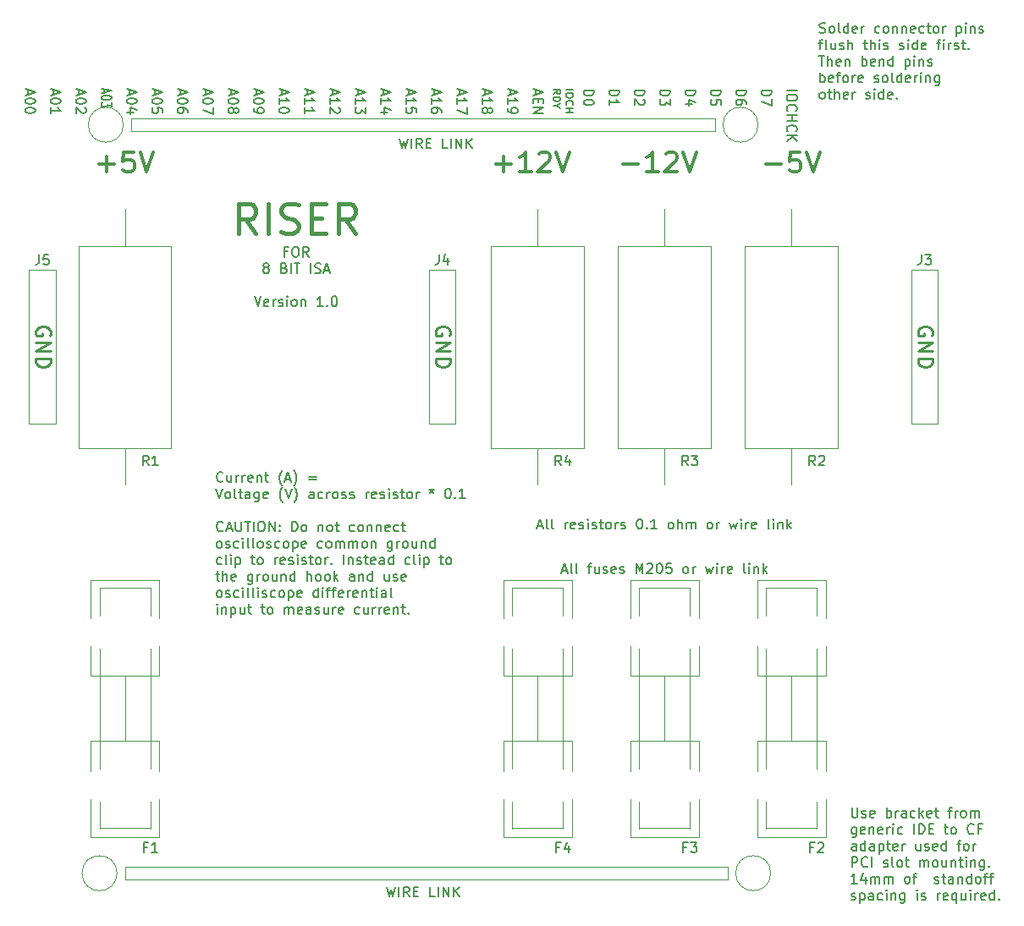
<source format=gto>
%TF.GenerationSoftware,KiCad,Pcbnew,(5.1.9)-1*%
%TF.CreationDate,2021-05-05T16:31:56+08:00*%
%TF.ProjectId,Riser,52697365-722e-46b6-9963-61645f706362,rev?*%
%TF.SameCoordinates,Original*%
%TF.FileFunction,Legend,Top*%
%TF.FilePolarity,Positive*%
%FSLAX46Y46*%
G04 Gerber Fmt 4.6, Leading zero omitted, Abs format (unit mm)*
G04 Created by KiCad (PCBNEW (5.1.9)-1) date 2021-05-05 16:31:56*
%MOMM*%
%LPD*%
G01*
G04 APERTURE LIST*
%ADD10C,0.120000*%
%ADD11C,0.150000*%
%ADD12C,0.450000*%
%ADD13C,0.225000*%
%ADD14C,0.300000*%
G04 APERTURE END LIST*
D10*
X167640000Y-128270000D02*
X107315000Y-128270000D01*
X167640000Y-129540000D02*
X167640000Y-128270000D01*
X107315000Y-129540000D02*
X167640000Y-129540000D01*
X107315000Y-128270000D02*
X107315000Y-129540000D01*
X166370000Y-53340000D02*
X107950000Y-53340000D01*
X166370000Y-54610000D02*
X166370000Y-53340000D01*
X107950000Y-54610000D02*
X166370000Y-54610000D01*
X107950000Y-53340000D02*
X107950000Y-54610000D01*
D11*
X123579047Y-66668571D02*
X123245714Y-66668571D01*
X123245714Y-67192380D02*
X123245714Y-66192380D01*
X123721904Y-66192380D01*
X124293333Y-66192380D02*
X124483809Y-66192380D01*
X124579047Y-66240000D01*
X124674285Y-66335238D01*
X124721904Y-66525714D01*
X124721904Y-66859047D01*
X124674285Y-67049523D01*
X124579047Y-67144761D01*
X124483809Y-67192380D01*
X124293333Y-67192380D01*
X124198095Y-67144761D01*
X124102857Y-67049523D01*
X124055238Y-66859047D01*
X124055238Y-66525714D01*
X124102857Y-66335238D01*
X124198095Y-66240000D01*
X124293333Y-66192380D01*
X125721904Y-67192380D02*
X125388571Y-66716190D01*
X125150476Y-67192380D02*
X125150476Y-66192380D01*
X125531428Y-66192380D01*
X125626666Y-66240000D01*
X125674285Y-66287619D01*
X125721904Y-66382857D01*
X125721904Y-66525714D01*
X125674285Y-66620952D01*
X125626666Y-66668571D01*
X125531428Y-66716190D01*
X125150476Y-66716190D01*
X121340952Y-68270952D02*
X121245714Y-68223333D01*
X121198095Y-68175714D01*
X121150476Y-68080476D01*
X121150476Y-68032857D01*
X121198095Y-67937619D01*
X121245714Y-67890000D01*
X121340952Y-67842380D01*
X121531428Y-67842380D01*
X121626666Y-67890000D01*
X121674285Y-67937619D01*
X121721904Y-68032857D01*
X121721904Y-68080476D01*
X121674285Y-68175714D01*
X121626666Y-68223333D01*
X121531428Y-68270952D01*
X121340952Y-68270952D01*
X121245714Y-68318571D01*
X121198095Y-68366190D01*
X121150476Y-68461428D01*
X121150476Y-68651904D01*
X121198095Y-68747142D01*
X121245714Y-68794761D01*
X121340952Y-68842380D01*
X121531428Y-68842380D01*
X121626666Y-68794761D01*
X121674285Y-68747142D01*
X121721904Y-68651904D01*
X121721904Y-68461428D01*
X121674285Y-68366190D01*
X121626666Y-68318571D01*
X121531428Y-68270952D01*
X123245714Y-68318571D02*
X123388571Y-68366190D01*
X123436190Y-68413809D01*
X123483809Y-68509047D01*
X123483809Y-68651904D01*
X123436190Y-68747142D01*
X123388571Y-68794761D01*
X123293333Y-68842380D01*
X122912380Y-68842380D01*
X122912380Y-67842380D01*
X123245714Y-67842380D01*
X123340952Y-67890000D01*
X123388571Y-67937619D01*
X123436190Y-68032857D01*
X123436190Y-68128095D01*
X123388571Y-68223333D01*
X123340952Y-68270952D01*
X123245714Y-68318571D01*
X122912380Y-68318571D01*
X123912380Y-68842380D02*
X123912380Y-67842380D01*
X124245714Y-67842380D02*
X124817142Y-67842380D01*
X124531428Y-68842380D02*
X124531428Y-67842380D01*
X125912380Y-68842380D02*
X125912380Y-67842380D01*
X126340952Y-68794761D02*
X126483809Y-68842380D01*
X126721904Y-68842380D01*
X126817142Y-68794761D01*
X126864761Y-68747142D01*
X126912380Y-68651904D01*
X126912380Y-68556666D01*
X126864761Y-68461428D01*
X126817142Y-68413809D01*
X126721904Y-68366190D01*
X126531428Y-68318571D01*
X126436190Y-68270952D01*
X126388571Y-68223333D01*
X126340952Y-68128095D01*
X126340952Y-68032857D01*
X126388571Y-67937619D01*
X126436190Y-67890000D01*
X126531428Y-67842380D01*
X126769523Y-67842380D01*
X126912380Y-67890000D01*
X127293333Y-68556666D02*
X127769523Y-68556666D01*
X127198095Y-68842380D02*
X127531428Y-67842380D01*
X127864761Y-68842380D01*
X120269523Y-71142380D02*
X120602857Y-72142380D01*
X120936190Y-71142380D01*
X121650476Y-72094761D02*
X121555238Y-72142380D01*
X121364761Y-72142380D01*
X121269523Y-72094761D01*
X121221904Y-71999523D01*
X121221904Y-71618571D01*
X121269523Y-71523333D01*
X121364761Y-71475714D01*
X121555238Y-71475714D01*
X121650476Y-71523333D01*
X121698095Y-71618571D01*
X121698095Y-71713809D01*
X121221904Y-71809047D01*
X122126666Y-72142380D02*
X122126666Y-71475714D01*
X122126666Y-71666190D02*
X122174285Y-71570952D01*
X122221904Y-71523333D01*
X122317142Y-71475714D01*
X122412380Y-71475714D01*
X122698095Y-72094761D02*
X122793333Y-72142380D01*
X122983809Y-72142380D01*
X123079047Y-72094761D01*
X123126666Y-71999523D01*
X123126666Y-71951904D01*
X123079047Y-71856666D01*
X122983809Y-71809047D01*
X122840952Y-71809047D01*
X122745714Y-71761428D01*
X122698095Y-71666190D01*
X122698095Y-71618571D01*
X122745714Y-71523333D01*
X122840952Y-71475714D01*
X122983809Y-71475714D01*
X123079047Y-71523333D01*
X123555238Y-72142380D02*
X123555238Y-71475714D01*
X123555238Y-71142380D02*
X123507619Y-71190000D01*
X123555238Y-71237619D01*
X123602857Y-71190000D01*
X123555238Y-71142380D01*
X123555238Y-71237619D01*
X124174285Y-72142380D02*
X124079047Y-72094761D01*
X124031428Y-72047142D01*
X123983809Y-71951904D01*
X123983809Y-71666190D01*
X124031428Y-71570952D01*
X124079047Y-71523333D01*
X124174285Y-71475714D01*
X124317142Y-71475714D01*
X124412380Y-71523333D01*
X124460000Y-71570952D01*
X124507619Y-71666190D01*
X124507619Y-71951904D01*
X124460000Y-72047142D01*
X124412380Y-72094761D01*
X124317142Y-72142380D01*
X124174285Y-72142380D01*
X124936190Y-71475714D02*
X124936190Y-72142380D01*
X124936190Y-71570952D02*
X124983809Y-71523333D01*
X125079047Y-71475714D01*
X125221904Y-71475714D01*
X125317142Y-71523333D01*
X125364761Y-71618571D01*
X125364761Y-72142380D01*
X127126666Y-72142380D02*
X126555238Y-72142380D01*
X126840952Y-72142380D02*
X126840952Y-71142380D01*
X126745714Y-71285238D01*
X126650476Y-71380476D01*
X126555238Y-71428095D01*
X127555238Y-72047142D02*
X127602857Y-72094761D01*
X127555238Y-72142380D01*
X127507619Y-72094761D01*
X127555238Y-72047142D01*
X127555238Y-72142380D01*
X128221904Y-71142380D02*
X128317142Y-71142380D01*
X128412380Y-71190000D01*
X128460000Y-71237619D01*
X128507619Y-71332857D01*
X128555238Y-71523333D01*
X128555238Y-71761428D01*
X128507619Y-71951904D01*
X128460000Y-72047142D01*
X128412380Y-72094761D01*
X128317142Y-72142380D01*
X128221904Y-72142380D01*
X128126666Y-72094761D01*
X128079047Y-72047142D01*
X128031428Y-71951904D01*
X127983809Y-71761428D01*
X127983809Y-71523333D01*
X128031428Y-71332857D01*
X128079047Y-71237619D01*
X128126666Y-71190000D01*
X128221904Y-71142380D01*
D12*
X120388571Y-64857142D02*
X119388571Y-63428571D01*
X118674285Y-64857142D02*
X118674285Y-61857142D01*
X119817142Y-61857142D01*
X120102857Y-62000000D01*
X120245714Y-62142857D01*
X120388571Y-62428571D01*
X120388571Y-62857142D01*
X120245714Y-63142857D01*
X120102857Y-63285714D01*
X119817142Y-63428571D01*
X118674285Y-63428571D01*
X121674285Y-64857142D02*
X121674285Y-61857142D01*
X122960000Y-64714285D02*
X123388571Y-64857142D01*
X124102857Y-64857142D01*
X124388571Y-64714285D01*
X124531428Y-64571428D01*
X124674285Y-64285714D01*
X124674285Y-64000000D01*
X124531428Y-63714285D01*
X124388571Y-63571428D01*
X124102857Y-63428571D01*
X123531428Y-63285714D01*
X123245714Y-63142857D01*
X123102857Y-63000000D01*
X122960000Y-62714285D01*
X122960000Y-62428571D01*
X123102857Y-62142857D01*
X123245714Y-62000000D01*
X123531428Y-61857142D01*
X124245714Y-61857142D01*
X124674285Y-62000000D01*
X125960000Y-63285714D02*
X126960000Y-63285714D01*
X127388571Y-64857142D02*
X125960000Y-64857142D01*
X125960000Y-61857142D01*
X127388571Y-61857142D01*
X130388571Y-64857142D02*
X129388571Y-63428571D01*
X128674285Y-64857142D02*
X128674285Y-61857142D01*
X129817142Y-61857142D01*
X130102857Y-62000000D01*
X130245714Y-62142857D01*
X130388571Y-62428571D01*
X130388571Y-62857142D01*
X130245714Y-63142857D01*
X130102857Y-63285714D01*
X129817142Y-63428571D01*
X128674285Y-63428571D01*
D11*
X180040595Y-122327380D02*
X180040595Y-123136904D01*
X180088214Y-123232142D01*
X180135833Y-123279761D01*
X180231071Y-123327380D01*
X180421547Y-123327380D01*
X180516785Y-123279761D01*
X180564404Y-123232142D01*
X180612023Y-123136904D01*
X180612023Y-122327380D01*
X181040595Y-123279761D02*
X181135833Y-123327380D01*
X181326309Y-123327380D01*
X181421547Y-123279761D01*
X181469166Y-123184523D01*
X181469166Y-123136904D01*
X181421547Y-123041666D01*
X181326309Y-122994047D01*
X181183452Y-122994047D01*
X181088214Y-122946428D01*
X181040595Y-122851190D01*
X181040595Y-122803571D01*
X181088214Y-122708333D01*
X181183452Y-122660714D01*
X181326309Y-122660714D01*
X181421547Y-122708333D01*
X182278690Y-123279761D02*
X182183452Y-123327380D01*
X181992976Y-123327380D01*
X181897738Y-123279761D01*
X181850119Y-123184523D01*
X181850119Y-122803571D01*
X181897738Y-122708333D01*
X181992976Y-122660714D01*
X182183452Y-122660714D01*
X182278690Y-122708333D01*
X182326309Y-122803571D01*
X182326309Y-122898809D01*
X181850119Y-122994047D01*
X183516785Y-123327380D02*
X183516785Y-122327380D01*
X183516785Y-122708333D02*
X183612023Y-122660714D01*
X183802500Y-122660714D01*
X183897738Y-122708333D01*
X183945357Y-122755952D01*
X183992976Y-122851190D01*
X183992976Y-123136904D01*
X183945357Y-123232142D01*
X183897738Y-123279761D01*
X183802500Y-123327380D01*
X183612023Y-123327380D01*
X183516785Y-123279761D01*
X184421547Y-123327380D02*
X184421547Y-122660714D01*
X184421547Y-122851190D02*
X184469166Y-122755952D01*
X184516785Y-122708333D01*
X184612023Y-122660714D01*
X184707261Y-122660714D01*
X185469166Y-123327380D02*
X185469166Y-122803571D01*
X185421547Y-122708333D01*
X185326309Y-122660714D01*
X185135833Y-122660714D01*
X185040595Y-122708333D01*
X185469166Y-123279761D02*
X185373928Y-123327380D01*
X185135833Y-123327380D01*
X185040595Y-123279761D01*
X184992976Y-123184523D01*
X184992976Y-123089285D01*
X185040595Y-122994047D01*
X185135833Y-122946428D01*
X185373928Y-122946428D01*
X185469166Y-122898809D01*
X186373928Y-123279761D02*
X186278690Y-123327380D01*
X186088214Y-123327380D01*
X185992976Y-123279761D01*
X185945357Y-123232142D01*
X185897738Y-123136904D01*
X185897738Y-122851190D01*
X185945357Y-122755952D01*
X185992976Y-122708333D01*
X186088214Y-122660714D01*
X186278690Y-122660714D01*
X186373928Y-122708333D01*
X186802500Y-123327380D02*
X186802500Y-122327380D01*
X186897738Y-122946428D02*
X187183452Y-123327380D01*
X187183452Y-122660714D02*
X186802500Y-123041666D01*
X187992976Y-123279761D02*
X187897738Y-123327380D01*
X187707261Y-123327380D01*
X187612023Y-123279761D01*
X187564404Y-123184523D01*
X187564404Y-122803571D01*
X187612023Y-122708333D01*
X187707261Y-122660714D01*
X187897738Y-122660714D01*
X187992976Y-122708333D01*
X188040595Y-122803571D01*
X188040595Y-122898809D01*
X187564404Y-122994047D01*
X188326309Y-122660714D02*
X188707261Y-122660714D01*
X188469166Y-122327380D02*
X188469166Y-123184523D01*
X188516785Y-123279761D01*
X188612023Y-123327380D01*
X188707261Y-123327380D01*
X189659642Y-122660714D02*
X190040595Y-122660714D01*
X189802500Y-123327380D02*
X189802500Y-122470238D01*
X189850119Y-122375000D01*
X189945357Y-122327380D01*
X190040595Y-122327380D01*
X190373928Y-123327380D02*
X190373928Y-122660714D01*
X190373928Y-122851190D02*
X190421547Y-122755952D01*
X190469166Y-122708333D01*
X190564404Y-122660714D01*
X190659642Y-122660714D01*
X191135833Y-123327380D02*
X191040595Y-123279761D01*
X190992976Y-123232142D01*
X190945357Y-123136904D01*
X190945357Y-122851190D01*
X190992976Y-122755952D01*
X191040595Y-122708333D01*
X191135833Y-122660714D01*
X191278690Y-122660714D01*
X191373928Y-122708333D01*
X191421547Y-122755952D01*
X191469166Y-122851190D01*
X191469166Y-123136904D01*
X191421547Y-123232142D01*
X191373928Y-123279761D01*
X191278690Y-123327380D01*
X191135833Y-123327380D01*
X191897738Y-123327380D02*
X191897738Y-122660714D01*
X191897738Y-122755952D02*
X191945357Y-122708333D01*
X192040595Y-122660714D01*
X192183452Y-122660714D01*
X192278690Y-122708333D01*
X192326309Y-122803571D01*
X192326309Y-123327380D01*
X192326309Y-122803571D02*
X192373928Y-122708333D01*
X192469166Y-122660714D01*
X192612023Y-122660714D01*
X192707261Y-122708333D01*
X192754880Y-122803571D01*
X192754880Y-123327380D01*
X180469166Y-124310714D02*
X180469166Y-125120238D01*
X180421547Y-125215476D01*
X180373928Y-125263095D01*
X180278690Y-125310714D01*
X180135833Y-125310714D01*
X180040595Y-125263095D01*
X180469166Y-124929761D02*
X180373928Y-124977380D01*
X180183452Y-124977380D01*
X180088214Y-124929761D01*
X180040595Y-124882142D01*
X179992976Y-124786904D01*
X179992976Y-124501190D01*
X180040595Y-124405952D01*
X180088214Y-124358333D01*
X180183452Y-124310714D01*
X180373928Y-124310714D01*
X180469166Y-124358333D01*
X181326309Y-124929761D02*
X181231071Y-124977380D01*
X181040595Y-124977380D01*
X180945357Y-124929761D01*
X180897738Y-124834523D01*
X180897738Y-124453571D01*
X180945357Y-124358333D01*
X181040595Y-124310714D01*
X181231071Y-124310714D01*
X181326309Y-124358333D01*
X181373928Y-124453571D01*
X181373928Y-124548809D01*
X180897738Y-124644047D01*
X181802500Y-124310714D02*
X181802500Y-124977380D01*
X181802500Y-124405952D02*
X181850119Y-124358333D01*
X181945357Y-124310714D01*
X182088214Y-124310714D01*
X182183452Y-124358333D01*
X182231071Y-124453571D01*
X182231071Y-124977380D01*
X183088214Y-124929761D02*
X182992976Y-124977380D01*
X182802500Y-124977380D01*
X182707261Y-124929761D01*
X182659642Y-124834523D01*
X182659642Y-124453571D01*
X182707261Y-124358333D01*
X182802500Y-124310714D01*
X182992976Y-124310714D01*
X183088214Y-124358333D01*
X183135833Y-124453571D01*
X183135833Y-124548809D01*
X182659642Y-124644047D01*
X183564404Y-124977380D02*
X183564404Y-124310714D01*
X183564404Y-124501190D02*
X183612023Y-124405952D01*
X183659642Y-124358333D01*
X183754880Y-124310714D01*
X183850119Y-124310714D01*
X184183452Y-124977380D02*
X184183452Y-124310714D01*
X184183452Y-123977380D02*
X184135833Y-124025000D01*
X184183452Y-124072619D01*
X184231071Y-124025000D01*
X184183452Y-123977380D01*
X184183452Y-124072619D01*
X185088214Y-124929761D02*
X184992976Y-124977380D01*
X184802500Y-124977380D01*
X184707261Y-124929761D01*
X184659642Y-124882142D01*
X184612023Y-124786904D01*
X184612023Y-124501190D01*
X184659642Y-124405952D01*
X184707261Y-124358333D01*
X184802500Y-124310714D01*
X184992976Y-124310714D01*
X185088214Y-124358333D01*
X186278690Y-124977380D02*
X186278690Y-123977380D01*
X186754880Y-124977380D02*
X186754880Y-123977380D01*
X186992976Y-123977380D01*
X187135833Y-124025000D01*
X187231071Y-124120238D01*
X187278690Y-124215476D01*
X187326309Y-124405952D01*
X187326309Y-124548809D01*
X187278690Y-124739285D01*
X187231071Y-124834523D01*
X187135833Y-124929761D01*
X186992976Y-124977380D01*
X186754880Y-124977380D01*
X187754880Y-124453571D02*
X188088214Y-124453571D01*
X188231071Y-124977380D02*
X187754880Y-124977380D01*
X187754880Y-123977380D01*
X188231071Y-123977380D01*
X189278690Y-124310714D02*
X189659642Y-124310714D01*
X189421547Y-123977380D02*
X189421547Y-124834523D01*
X189469166Y-124929761D01*
X189564404Y-124977380D01*
X189659642Y-124977380D01*
X190135833Y-124977380D02*
X190040595Y-124929761D01*
X189992976Y-124882142D01*
X189945357Y-124786904D01*
X189945357Y-124501190D01*
X189992976Y-124405952D01*
X190040595Y-124358333D01*
X190135833Y-124310714D01*
X190278690Y-124310714D01*
X190373928Y-124358333D01*
X190421547Y-124405952D01*
X190469166Y-124501190D01*
X190469166Y-124786904D01*
X190421547Y-124882142D01*
X190373928Y-124929761D01*
X190278690Y-124977380D01*
X190135833Y-124977380D01*
X192231071Y-124882142D02*
X192183452Y-124929761D01*
X192040595Y-124977380D01*
X191945357Y-124977380D01*
X191802500Y-124929761D01*
X191707261Y-124834523D01*
X191659642Y-124739285D01*
X191612023Y-124548809D01*
X191612023Y-124405952D01*
X191659642Y-124215476D01*
X191707261Y-124120238D01*
X191802500Y-124025000D01*
X191945357Y-123977380D01*
X192040595Y-123977380D01*
X192183452Y-124025000D01*
X192231071Y-124072619D01*
X192992976Y-124453571D02*
X192659642Y-124453571D01*
X192659642Y-124977380D02*
X192659642Y-123977380D01*
X193135833Y-123977380D01*
X180469166Y-126627380D02*
X180469166Y-126103571D01*
X180421547Y-126008333D01*
X180326309Y-125960714D01*
X180135833Y-125960714D01*
X180040595Y-126008333D01*
X180469166Y-126579761D02*
X180373928Y-126627380D01*
X180135833Y-126627380D01*
X180040595Y-126579761D01*
X179992976Y-126484523D01*
X179992976Y-126389285D01*
X180040595Y-126294047D01*
X180135833Y-126246428D01*
X180373928Y-126246428D01*
X180469166Y-126198809D01*
X181373928Y-126627380D02*
X181373928Y-125627380D01*
X181373928Y-126579761D02*
X181278690Y-126627380D01*
X181088214Y-126627380D01*
X180992976Y-126579761D01*
X180945357Y-126532142D01*
X180897738Y-126436904D01*
X180897738Y-126151190D01*
X180945357Y-126055952D01*
X180992976Y-126008333D01*
X181088214Y-125960714D01*
X181278690Y-125960714D01*
X181373928Y-126008333D01*
X182278690Y-126627380D02*
X182278690Y-126103571D01*
X182231071Y-126008333D01*
X182135833Y-125960714D01*
X181945357Y-125960714D01*
X181850119Y-126008333D01*
X182278690Y-126579761D02*
X182183452Y-126627380D01*
X181945357Y-126627380D01*
X181850119Y-126579761D01*
X181802500Y-126484523D01*
X181802500Y-126389285D01*
X181850119Y-126294047D01*
X181945357Y-126246428D01*
X182183452Y-126246428D01*
X182278690Y-126198809D01*
X182754880Y-125960714D02*
X182754880Y-126960714D01*
X182754880Y-126008333D02*
X182850119Y-125960714D01*
X183040595Y-125960714D01*
X183135833Y-126008333D01*
X183183452Y-126055952D01*
X183231071Y-126151190D01*
X183231071Y-126436904D01*
X183183452Y-126532142D01*
X183135833Y-126579761D01*
X183040595Y-126627380D01*
X182850119Y-126627380D01*
X182754880Y-126579761D01*
X183516785Y-125960714D02*
X183897738Y-125960714D01*
X183659642Y-125627380D02*
X183659642Y-126484523D01*
X183707261Y-126579761D01*
X183802500Y-126627380D01*
X183897738Y-126627380D01*
X184612023Y-126579761D02*
X184516785Y-126627380D01*
X184326309Y-126627380D01*
X184231071Y-126579761D01*
X184183452Y-126484523D01*
X184183452Y-126103571D01*
X184231071Y-126008333D01*
X184326309Y-125960714D01*
X184516785Y-125960714D01*
X184612023Y-126008333D01*
X184659642Y-126103571D01*
X184659642Y-126198809D01*
X184183452Y-126294047D01*
X185088214Y-126627380D02*
X185088214Y-125960714D01*
X185088214Y-126151190D02*
X185135833Y-126055952D01*
X185183452Y-126008333D01*
X185278690Y-125960714D01*
X185373928Y-125960714D01*
X186897738Y-125960714D02*
X186897738Y-126627380D01*
X186469166Y-125960714D02*
X186469166Y-126484523D01*
X186516785Y-126579761D01*
X186612023Y-126627380D01*
X186754880Y-126627380D01*
X186850119Y-126579761D01*
X186897738Y-126532142D01*
X187326309Y-126579761D02*
X187421547Y-126627380D01*
X187612023Y-126627380D01*
X187707261Y-126579761D01*
X187754880Y-126484523D01*
X187754880Y-126436904D01*
X187707261Y-126341666D01*
X187612023Y-126294047D01*
X187469166Y-126294047D01*
X187373928Y-126246428D01*
X187326309Y-126151190D01*
X187326309Y-126103571D01*
X187373928Y-126008333D01*
X187469166Y-125960714D01*
X187612023Y-125960714D01*
X187707261Y-126008333D01*
X188564404Y-126579761D02*
X188469166Y-126627380D01*
X188278690Y-126627380D01*
X188183452Y-126579761D01*
X188135833Y-126484523D01*
X188135833Y-126103571D01*
X188183452Y-126008333D01*
X188278690Y-125960714D01*
X188469166Y-125960714D01*
X188564404Y-126008333D01*
X188612023Y-126103571D01*
X188612023Y-126198809D01*
X188135833Y-126294047D01*
X189469166Y-126627380D02*
X189469166Y-125627380D01*
X189469166Y-126579761D02*
X189373928Y-126627380D01*
X189183452Y-126627380D01*
X189088214Y-126579761D01*
X189040595Y-126532142D01*
X188992976Y-126436904D01*
X188992976Y-126151190D01*
X189040595Y-126055952D01*
X189088214Y-126008333D01*
X189183452Y-125960714D01*
X189373928Y-125960714D01*
X189469166Y-126008333D01*
X190564404Y-125960714D02*
X190945357Y-125960714D01*
X190707261Y-126627380D02*
X190707261Y-125770238D01*
X190754880Y-125675000D01*
X190850119Y-125627380D01*
X190945357Y-125627380D01*
X191421547Y-126627380D02*
X191326309Y-126579761D01*
X191278690Y-126532142D01*
X191231071Y-126436904D01*
X191231071Y-126151190D01*
X191278690Y-126055952D01*
X191326309Y-126008333D01*
X191421547Y-125960714D01*
X191564404Y-125960714D01*
X191659642Y-126008333D01*
X191707261Y-126055952D01*
X191754880Y-126151190D01*
X191754880Y-126436904D01*
X191707261Y-126532142D01*
X191659642Y-126579761D01*
X191564404Y-126627380D01*
X191421547Y-126627380D01*
X192183452Y-126627380D02*
X192183452Y-125960714D01*
X192183452Y-126151190D02*
X192231071Y-126055952D01*
X192278690Y-126008333D01*
X192373928Y-125960714D01*
X192469166Y-125960714D01*
X180040595Y-128277380D02*
X180040595Y-127277380D01*
X180421547Y-127277380D01*
X180516785Y-127325000D01*
X180564404Y-127372619D01*
X180612023Y-127467857D01*
X180612023Y-127610714D01*
X180564404Y-127705952D01*
X180516785Y-127753571D01*
X180421547Y-127801190D01*
X180040595Y-127801190D01*
X181612023Y-128182142D02*
X181564404Y-128229761D01*
X181421547Y-128277380D01*
X181326309Y-128277380D01*
X181183452Y-128229761D01*
X181088214Y-128134523D01*
X181040595Y-128039285D01*
X180992976Y-127848809D01*
X180992976Y-127705952D01*
X181040595Y-127515476D01*
X181088214Y-127420238D01*
X181183452Y-127325000D01*
X181326309Y-127277380D01*
X181421547Y-127277380D01*
X181564404Y-127325000D01*
X181612023Y-127372619D01*
X182040595Y-128277380D02*
X182040595Y-127277380D01*
X183231071Y-128229761D02*
X183326309Y-128277380D01*
X183516785Y-128277380D01*
X183612023Y-128229761D01*
X183659642Y-128134523D01*
X183659642Y-128086904D01*
X183612023Y-127991666D01*
X183516785Y-127944047D01*
X183373928Y-127944047D01*
X183278690Y-127896428D01*
X183231071Y-127801190D01*
X183231071Y-127753571D01*
X183278690Y-127658333D01*
X183373928Y-127610714D01*
X183516785Y-127610714D01*
X183612023Y-127658333D01*
X184231071Y-128277380D02*
X184135833Y-128229761D01*
X184088214Y-128134523D01*
X184088214Y-127277380D01*
X184754880Y-128277380D02*
X184659642Y-128229761D01*
X184612023Y-128182142D01*
X184564404Y-128086904D01*
X184564404Y-127801190D01*
X184612023Y-127705952D01*
X184659642Y-127658333D01*
X184754880Y-127610714D01*
X184897738Y-127610714D01*
X184992976Y-127658333D01*
X185040595Y-127705952D01*
X185088214Y-127801190D01*
X185088214Y-128086904D01*
X185040595Y-128182142D01*
X184992976Y-128229761D01*
X184897738Y-128277380D01*
X184754880Y-128277380D01*
X185373928Y-127610714D02*
X185754880Y-127610714D01*
X185516785Y-127277380D02*
X185516785Y-128134523D01*
X185564404Y-128229761D01*
X185659642Y-128277380D01*
X185754880Y-128277380D01*
X186850119Y-128277380D02*
X186850119Y-127610714D01*
X186850119Y-127705952D02*
X186897738Y-127658333D01*
X186992976Y-127610714D01*
X187135833Y-127610714D01*
X187231071Y-127658333D01*
X187278690Y-127753571D01*
X187278690Y-128277380D01*
X187278690Y-127753571D02*
X187326309Y-127658333D01*
X187421547Y-127610714D01*
X187564404Y-127610714D01*
X187659642Y-127658333D01*
X187707261Y-127753571D01*
X187707261Y-128277380D01*
X188326309Y-128277380D02*
X188231071Y-128229761D01*
X188183452Y-128182142D01*
X188135833Y-128086904D01*
X188135833Y-127801190D01*
X188183452Y-127705952D01*
X188231071Y-127658333D01*
X188326309Y-127610714D01*
X188469166Y-127610714D01*
X188564404Y-127658333D01*
X188612023Y-127705952D01*
X188659642Y-127801190D01*
X188659642Y-128086904D01*
X188612023Y-128182142D01*
X188564404Y-128229761D01*
X188469166Y-128277380D01*
X188326309Y-128277380D01*
X189516785Y-127610714D02*
X189516785Y-128277380D01*
X189088214Y-127610714D02*
X189088214Y-128134523D01*
X189135833Y-128229761D01*
X189231071Y-128277380D01*
X189373928Y-128277380D01*
X189469166Y-128229761D01*
X189516785Y-128182142D01*
X189992976Y-127610714D02*
X189992976Y-128277380D01*
X189992976Y-127705952D02*
X190040595Y-127658333D01*
X190135833Y-127610714D01*
X190278690Y-127610714D01*
X190373928Y-127658333D01*
X190421547Y-127753571D01*
X190421547Y-128277380D01*
X190754880Y-127610714D02*
X191135833Y-127610714D01*
X190897738Y-127277380D02*
X190897738Y-128134523D01*
X190945357Y-128229761D01*
X191040595Y-128277380D01*
X191135833Y-128277380D01*
X191469166Y-128277380D02*
X191469166Y-127610714D01*
X191469166Y-127277380D02*
X191421547Y-127325000D01*
X191469166Y-127372619D01*
X191516785Y-127325000D01*
X191469166Y-127277380D01*
X191469166Y-127372619D01*
X191945357Y-127610714D02*
X191945357Y-128277380D01*
X191945357Y-127705952D02*
X191992976Y-127658333D01*
X192088214Y-127610714D01*
X192231071Y-127610714D01*
X192326309Y-127658333D01*
X192373928Y-127753571D01*
X192373928Y-128277380D01*
X193278690Y-127610714D02*
X193278690Y-128420238D01*
X193231071Y-128515476D01*
X193183452Y-128563095D01*
X193088214Y-128610714D01*
X192945357Y-128610714D01*
X192850119Y-128563095D01*
X193278690Y-128229761D02*
X193183452Y-128277380D01*
X192992976Y-128277380D01*
X192897738Y-128229761D01*
X192850119Y-128182142D01*
X192802500Y-128086904D01*
X192802500Y-127801190D01*
X192850119Y-127705952D01*
X192897738Y-127658333D01*
X192992976Y-127610714D01*
X193183452Y-127610714D01*
X193278690Y-127658333D01*
X193754880Y-128182142D02*
X193802500Y-128229761D01*
X193754880Y-128277380D01*
X193707261Y-128229761D01*
X193754880Y-128182142D01*
X193754880Y-128277380D01*
X180564404Y-129927380D02*
X179992976Y-129927380D01*
X180278690Y-129927380D02*
X180278690Y-128927380D01*
X180183452Y-129070238D01*
X180088214Y-129165476D01*
X179992976Y-129213095D01*
X181421547Y-129260714D02*
X181421547Y-129927380D01*
X181183452Y-128879761D02*
X180945357Y-129594047D01*
X181564404Y-129594047D01*
X181945357Y-129927380D02*
X181945357Y-129260714D01*
X181945357Y-129355952D02*
X181992976Y-129308333D01*
X182088214Y-129260714D01*
X182231071Y-129260714D01*
X182326309Y-129308333D01*
X182373928Y-129403571D01*
X182373928Y-129927380D01*
X182373928Y-129403571D02*
X182421547Y-129308333D01*
X182516785Y-129260714D01*
X182659642Y-129260714D01*
X182754880Y-129308333D01*
X182802500Y-129403571D01*
X182802500Y-129927380D01*
X183278690Y-129927380D02*
X183278690Y-129260714D01*
X183278690Y-129355952D02*
X183326309Y-129308333D01*
X183421547Y-129260714D01*
X183564404Y-129260714D01*
X183659642Y-129308333D01*
X183707261Y-129403571D01*
X183707261Y-129927380D01*
X183707261Y-129403571D02*
X183754880Y-129308333D01*
X183850119Y-129260714D01*
X183992976Y-129260714D01*
X184088214Y-129308333D01*
X184135833Y-129403571D01*
X184135833Y-129927380D01*
X185516785Y-129927380D02*
X185421547Y-129879761D01*
X185373928Y-129832142D01*
X185326309Y-129736904D01*
X185326309Y-129451190D01*
X185373928Y-129355952D01*
X185421547Y-129308333D01*
X185516785Y-129260714D01*
X185659642Y-129260714D01*
X185754880Y-129308333D01*
X185802500Y-129355952D01*
X185850119Y-129451190D01*
X185850119Y-129736904D01*
X185802500Y-129832142D01*
X185754880Y-129879761D01*
X185659642Y-129927380D01*
X185516785Y-129927380D01*
X186135833Y-129260714D02*
X186516785Y-129260714D01*
X186278690Y-129927380D02*
X186278690Y-129070238D01*
X186326309Y-128975000D01*
X186421547Y-128927380D01*
X186516785Y-128927380D01*
X188326309Y-129879761D02*
X188421547Y-129927380D01*
X188612023Y-129927380D01*
X188707261Y-129879761D01*
X188754880Y-129784523D01*
X188754880Y-129736904D01*
X188707261Y-129641666D01*
X188612023Y-129594047D01*
X188469166Y-129594047D01*
X188373928Y-129546428D01*
X188326309Y-129451190D01*
X188326309Y-129403571D01*
X188373928Y-129308333D01*
X188469166Y-129260714D01*
X188612023Y-129260714D01*
X188707261Y-129308333D01*
X189040595Y-129260714D02*
X189421547Y-129260714D01*
X189183452Y-128927380D02*
X189183452Y-129784523D01*
X189231071Y-129879761D01*
X189326309Y-129927380D01*
X189421547Y-129927380D01*
X190183452Y-129927380D02*
X190183452Y-129403571D01*
X190135833Y-129308333D01*
X190040595Y-129260714D01*
X189850119Y-129260714D01*
X189754880Y-129308333D01*
X190183452Y-129879761D02*
X190088214Y-129927380D01*
X189850119Y-129927380D01*
X189754880Y-129879761D01*
X189707261Y-129784523D01*
X189707261Y-129689285D01*
X189754880Y-129594047D01*
X189850119Y-129546428D01*
X190088214Y-129546428D01*
X190183452Y-129498809D01*
X190659642Y-129260714D02*
X190659642Y-129927380D01*
X190659642Y-129355952D02*
X190707261Y-129308333D01*
X190802500Y-129260714D01*
X190945357Y-129260714D01*
X191040595Y-129308333D01*
X191088214Y-129403571D01*
X191088214Y-129927380D01*
X191992976Y-129927380D02*
X191992976Y-128927380D01*
X191992976Y-129879761D02*
X191897738Y-129927380D01*
X191707261Y-129927380D01*
X191612023Y-129879761D01*
X191564404Y-129832142D01*
X191516785Y-129736904D01*
X191516785Y-129451190D01*
X191564404Y-129355952D01*
X191612023Y-129308333D01*
X191707261Y-129260714D01*
X191897738Y-129260714D01*
X191992976Y-129308333D01*
X192612023Y-129927380D02*
X192516785Y-129879761D01*
X192469166Y-129832142D01*
X192421547Y-129736904D01*
X192421547Y-129451190D01*
X192469166Y-129355952D01*
X192516785Y-129308333D01*
X192612023Y-129260714D01*
X192754880Y-129260714D01*
X192850119Y-129308333D01*
X192897738Y-129355952D01*
X192945357Y-129451190D01*
X192945357Y-129736904D01*
X192897738Y-129832142D01*
X192850119Y-129879761D01*
X192754880Y-129927380D01*
X192612023Y-129927380D01*
X193231071Y-129260714D02*
X193612023Y-129260714D01*
X193373928Y-129927380D02*
X193373928Y-129070238D01*
X193421547Y-128975000D01*
X193516785Y-128927380D01*
X193612023Y-128927380D01*
X193802500Y-129260714D02*
X194183452Y-129260714D01*
X193945357Y-129927380D02*
X193945357Y-129070238D01*
X193992976Y-128975000D01*
X194088214Y-128927380D01*
X194183452Y-128927380D01*
X179992976Y-131529761D02*
X180088214Y-131577380D01*
X180278690Y-131577380D01*
X180373928Y-131529761D01*
X180421547Y-131434523D01*
X180421547Y-131386904D01*
X180373928Y-131291666D01*
X180278690Y-131244047D01*
X180135833Y-131244047D01*
X180040595Y-131196428D01*
X179992976Y-131101190D01*
X179992976Y-131053571D01*
X180040595Y-130958333D01*
X180135833Y-130910714D01*
X180278690Y-130910714D01*
X180373928Y-130958333D01*
X180850119Y-130910714D02*
X180850119Y-131910714D01*
X180850119Y-130958333D02*
X180945357Y-130910714D01*
X181135833Y-130910714D01*
X181231071Y-130958333D01*
X181278690Y-131005952D01*
X181326309Y-131101190D01*
X181326309Y-131386904D01*
X181278690Y-131482142D01*
X181231071Y-131529761D01*
X181135833Y-131577380D01*
X180945357Y-131577380D01*
X180850119Y-131529761D01*
X182183452Y-131577380D02*
X182183452Y-131053571D01*
X182135833Y-130958333D01*
X182040595Y-130910714D01*
X181850119Y-130910714D01*
X181754880Y-130958333D01*
X182183452Y-131529761D02*
X182088214Y-131577380D01*
X181850119Y-131577380D01*
X181754880Y-131529761D01*
X181707261Y-131434523D01*
X181707261Y-131339285D01*
X181754880Y-131244047D01*
X181850119Y-131196428D01*
X182088214Y-131196428D01*
X182183452Y-131148809D01*
X183088214Y-131529761D02*
X182992976Y-131577380D01*
X182802500Y-131577380D01*
X182707261Y-131529761D01*
X182659642Y-131482142D01*
X182612023Y-131386904D01*
X182612023Y-131101190D01*
X182659642Y-131005952D01*
X182707261Y-130958333D01*
X182802500Y-130910714D01*
X182992976Y-130910714D01*
X183088214Y-130958333D01*
X183516785Y-131577380D02*
X183516785Y-130910714D01*
X183516785Y-130577380D02*
X183469166Y-130625000D01*
X183516785Y-130672619D01*
X183564404Y-130625000D01*
X183516785Y-130577380D01*
X183516785Y-130672619D01*
X183992976Y-130910714D02*
X183992976Y-131577380D01*
X183992976Y-131005952D02*
X184040595Y-130958333D01*
X184135833Y-130910714D01*
X184278690Y-130910714D01*
X184373928Y-130958333D01*
X184421547Y-131053571D01*
X184421547Y-131577380D01*
X185326309Y-130910714D02*
X185326309Y-131720238D01*
X185278690Y-131815476D01*
X185231071Y-131863095D01*
X185135833Y-131910714D01*
X184992976Y-131910714D01*
X184897738Y-131863095D01*
X185326309Y-131529761D02*
X185231071Y-131577380D01*
X185040595Y-131577380D01*
X184945357Y-131529761D01*
X184897738Y-131482142D01*
X184850119Y-131386904D01*
X184850119Y-131101190D01*
X184897738Y-131005952D01*
X184945357Y-130958333D01*
X185040595Y-130910714D01*
X185231071Y-130910714D01*
X185326309Y-130958333D01*
X186564404Y-131577380D02*
X186564404Y-130910714D01*
X186564404Y-130577380D02*
X186516785Y-130625000D01*
X186564404Y-130672619D01*
X186612023Y-130625000D01*
X186564404Y-130577380D01*
X186564404Y-130672619D01*
X186992976Y-131529761D02*
X187088214Y-131577380D01*
X187278690Y-131577380D01*
X187373928Y-131529761D01*
X187421547Y-131434523D01*
X187421547Y-131386904D01*
X187373928Y-131291666D01*
X187278690Y-131244047D01*
X187135833Y-131244047D01*
X187040595Y-131196428D01*
X186992976Y-131101190D01*
X186992976Y-131053571D01*
X187040595Y-130958333D01*
X187135833Y-130910714D01*
X187278690Y-130910714D01*
X187373928Y-130958333D01*
X188612023Y-131577380D02*
X188612023Y-130910714D01*
X188612023Y-131101190D02*
X188659642Y-131005952D01*
X188707261Y-130958333D01*
X188802500Y-130910714D01*
X188897738Y-130910714D01*
X189612023Y-131529761D02*
X189516785Y-131577380D01*
X189326309Y-131577380D01*
X189231071Y-131529761D01*
X189183452Y-131434523D01*
X189183452Y-131053571D01*
X189231071Y-130958333D01*
X189326309Y-130910714D01*
X189516785Y-130910714D01*
X189612023Y-130958333D01*
X189659642Y-131053571D01*
X189659642Y-131148809D01*
X189183452Y-131244047D01*
X190516785Y-130910714D02*
X190516785Y-131910714D01*
X190516785Y-131529761D02*
X190421547Y-131577380D01*
X190231071Y-131577380D01*
X190135833Y-131529761D01*
X190088214Y-131482142D01*
X190040595Y-131386904D01*
X190040595Y-131101190D01*
X190088214Y-131005952D01*
X190135833Y-130958333D01*
X190231071Y-130910714D01*
X190421547Y-130910714D01*
X190516785Y-130958333D01*
X191421547Y-130910714D02*
X191421547Y-131577380D01*
X190992976Y-130910714D02*
X190992976Y-131434523D01*
X191040595Y-131529761D01*
X191135833Y-131577380D01*
X191278690Y-131577380D01*
X191373928Y-131529761D01*
X191421547Y-131482142D01*
X191897738Y-131577380D02*
X191897738Y-130910714D01*
X191897738Y-130577380D02*
X191850119Y-130625000D01*
X191897738Y-130672619D01*
X191945357Y-130625000D01*
X191897738Y-130577380D01*
X191897738Y-130672619D01*
X192373928Y-131577380D02*
X192373928Y-130910714D01*
X192373928Y-131101190D02*
X192421547Y-131005952D01*
X192469166Y-130958333D01*
X192564404Y-130910714D01*
X192659642Y-130910714D01*
X193373928Y-131529761D02*
X193278690Y-131577380D01*
X193088214Y-131577380D01*
X192992976Y-131529761D01*
X192945357Y-131434523D01*
X192945357Y-131053571D01*
X192992976Y-130958333D01*
X193088214Y-130910714D01*
X193278690Y-130910714D01*
X193373928Y-130958333D01*
X193421547Y-131053571D01*
X193421547Y-131148809D01*
X192945357Y-131244047D01*
X194278690Y-131577380D02*
X194278690Y-130577380D01*
X194278690Y-131529761D02*
X194183452Y-131577380D01*
X193992976Y-131577380D01*
X193897738Y-131529761D01*
X193850119Y-131482142D01*
X193802500Y-131386904D01*
X193802500Y-131101190D01*
X193850119Y-131005952D01*
X193897738Y-130958333D01*
X193992976Y-130910714D01*
X194183452Y-130910714D01*
X194278690Y-130958333D01*
X194754880Y-131482142D02*
X194802500Y-131529761D01*
X194754880Y-131577380D01*
X194707261Y-131529761D01*
X194754880Y-131482142D01*
X194754880Y-131577380D01*
X176817976Y-44729761D02*
X176960833Y-44777380D01*
X177198928Y-44777380D01*
X177294166Y-44729761D01*
X177341785Y-44682142D01*
X177389404Y-44586904D01*
X177389404Y-44491666D01*
X177341785Y-44396428D01*
X177294166Y-44348809D01*
X177198928Y-44301190D01*
X177008452Y-44253571D01*
X176913214Y-44205952D01*
X176865595Y-44158333D01*
X176817976Y-44063095D01*
X176817976Y-43967857D01*
X176865595Y-43872619D01*
X176913214Y-43825000D01*
X177008452Y-43777380D01*
X177246547Y-43777380D01*
X177389404Y-43825000D01*
X177960833Y-44777380D02*
X177865595Y-44729761D01*
X177817976Y-44682142D01*
X177770357Y-44586904D01*
X177770357Y-44301190D01*
X177817976Y-44205952D01*
X177865595Y-44158333D01*
X177960833Y-44110714D01*
X178103690Y-44110714D01*
X178198928Y-44158333D01*
X178246547Y-44205952D01*
X178294166Y-44301190D01*
X178294166Y-44586904D01*
X178246547Y-44682142D01*
X178198928Y-44729761D01*
X178103690Y-44777380D01*
X177960833Y-44777380D01*
X178865595Y-44777380D02*
X178770357Y-44729761D01*
X178722738Y-44634523D01*
X178722738Y-43777380D01*
X179675119Y-44777380D02*
X179675119Y-43777380D01*
X179675119Y-44729761D02*
X179579880Y-44777380D01*
X179389404Y-44777380D01*
X179294166Y-44729761D01*
X179246547Y-44682142D01*
X179198928Y-44586904D01*
X179198928Y-44301190D01*
X179246547Y-44205952D01*
X179294166Y-44158333D01*
X179389404Y-44110714D01*
X179579880Y-44110714D01*
X179675119Y-44158333D01*
X180532261Y-44729761D02*
X180437023Y-44777380D01*
X180246547Y-44777380D01*
X180151309Y-44729761D01*
X180103690Y-44634523D01*
X180103690Y-44253571D01*
X180151309Y-44158333D01*
X180246547Y-44110714D01*
X180437023Y-44110714D01*
X180532261Y-44158333D01*
X180579880Y-44253571D01*
X180579880Y-44348809D01*
X180103690Y-44444047D01*
X181008452Y-44777380D02*
X181008452Y-44110714D01*
X181008452Y-44301190D02*
X181056071Y-44205952D01*
X181103690Y-44158333D01*
X181198928Y-44110714D01*
X181294166Y-44110714D01*
X182817976Y-44729761D02*
X182722738Y-44777380D01*
X182532261Y-44777380D01*
X182437023Y-44729761D01*
X182389404Y-44682142D01*
X182341785Y-44586904D01*
X182341785Y-44301190D01*
X182389404Y-44205952D01*
X182437023Y-44158333D01*
X182532261Y-44110714D01*
X182722738Y-44110714D01*
X182817976Y-44158333D01*
X183389404Y-44777380D02*
X183294166Y-44729761D01*
X183246547Y-44682142D01*
X183198928Y-44586904D01*
X183198928Y-44301190D01*
X183246547Y-44205952D01*
X183294166Y-44158333D01*
X183389404Y-44110714D01*
X183532261Y-44110714D01*
X183627500Y-44158333D01*
X183675119Y-44205952D01*
X183722738Y-44301190D01*
X183722738Y-44586904D01*
X183675119Y-44682142D01*
X183627500Y-44729761D01*
X183532261Y-44777380D01*
X183389404Y-44777380D01*
X184151309Y-44110714D02*
X184151309Y-44777380D01*
X184151309Y-44205952D02*
X184198928Y-44158333D01*
X184294166Y-44110714D01*
X184437023Y-44110714D01*
X184532261Y-44158333D01*
X184579880Y-44253571D01*
X184579880Y-44777380D01*
X185056071Y-44110714D02*
X185056071Y-44777380D01*
X185056071Y-44205952D02*
X185103690Y-44158333D01*
X185198928Y-44110714D01*
X185341785Y-44110714D01*
X185437023Y-44158333D01*
X185484642Y-44253571D01*
X185484642Y-44777380D01*
X186341785Y-44729761D02*
X186246547Y-44777380D01*
X186056071Y-44777380D01*
X185960833Y-44729761D01*
X185913214Y-44634523D01*
X185913214Y-44253571D01*
X185960833Y-44158333D01*
X186056071Y-44110714D01*
X186246547Y-44110714D01*
X186341785Y-44158333D01*
X186389404Y-44253571D01*
X186389404Y-44348809D01*
X185913214Y-44444047D01*
X187246547Y-44729761D02*
X187151309Y-44777380D01*
X186960833Y-44777380D01*
X186865595Y-44729761D01*
X186817976Y-44682142D01*
X186770357Y-44586904D01*
X186770357Y-44301190D01*
X186817976Y-44205952D01*
X186865595Y-44158333D01*
X186960833Y-44110714D01*
X187151309Y-44110714D01*
X187246547Y-44158333D01*
X187532261Y-44110714D02*
X187913214Y-44110714D01*
X187675119Y-43777380D02*
X187675119Y-44634523D01*
X187722738Y-44729761D01*
X187817976Y-44777380D01*
X187913214Y-44777380D01*
X188389404Y-44777380D02*
X188294166Y-44729761D01*
X188246547Y-44682142D01*
X188198928Y-44586904D01*
X188198928Y-44301190D01*
X188246547Y-44205952D01*
X188294166Y-44158333D01*
X188389404Y-44110714D01*
X188532261Y-44110714D01*
X188627500Y-44158333D01*
X188675119Y-44205952D01*
X188722738Y-44301190D01*
X188722738Y-44586904D01*
X188675119Y-44682142D01*
X188627500Y-44729761D01*
X188532261Y-44777380D01*
X188389404Y-44777380D01*
X189151309Y-44777380D02*
X189151309Y-44110714D01*
X189151309Y-44301190D02*
X189198928Y-44205952D01*
X189246547Y-44158333D01*
X189341785Y-44110714D01*
X189437023Y-44110714D01*
X190532261Y-44110714D02*
X190532261Y-45110714D01*
X190532261Y-44158333D02*
X190627500Y-44110714D01*
X190817976Y-44110714D01*
X190913214Y-44158333D01*
X190960833Y-44205952D01*
X191008452Y-44301190D01*
X191008452Y-44586904D01*
X190960833Y-44682142D01*
X190913214Y-44729761D01*
X190817976Y-44777380D01*
X190627500Y-44777380D01*
X190532261Y-44729761D01*
X191437023Y-44777380D02*
X191437023Y-44110714D01*
X191437023Y-43777380D02*
X191389404Y-43825000D01*
X191437023Y-43872619D01*
X191484642Y-43825000D01*
X191437023Y-43777380D01*
X191437023Y-43872619D01*
X191913214Y-44110714D02*
X191913214Y-44777380D01*
X191913214Y-44205952D02*
X191960833Y-44158333D01*
X192056071Y-44110714D01*
X192198928Y-44110714D01*
X192294166Y-44158333D01*
X192341785Y-44253571D01*
X192341785Y-44777380D01*
X192770357Y-44729761D02*
X192865595Y-44777380D01*
X193056071Y-44777380D01*
X193151309Y-44729761D01*
X193198928Y-44634523D01*
X193198928Y-44586904D01*
X193151309Y-44491666D01*
X193056071Y-44444047D01*
X192913214Y-44444047D01*
X192817976Y-44396428D01*
X192770357Y-44301190D01*
X192770357Y-44253571D01*
X192817976Y-44158333D01*
X192913214Y-44110714D01*
X193056071Y-44110714D01*
X193151309Y-44158333D01*
X176722738Y-45760714D02*
X177103690Y-45760714D01*
X176865595Y-46427380D02*
X176865595Y-45570238D01*
X176913214Y-45475000D01*
X177008452Y-45427380D01*
X177103690Y-45427380D01*
X177579880Y-46427380D02*
X177484642Y-46379761D01*
X177437023Y-46284523D01*
X177437023Y-45427380D01*
X178389404Y-45760714D02*
X178389404Y-46427380D01*
X177960833Y-45760714D02*
X177960833Y-46284523D01*
X178008452Y-46379761D01*
X178103690Y-46427380D01*
X178246547Y-46427380D01*
X178341785Y-46379761D01*
X178389404Y-46332142D01*
X178817976Y-46379761D02*
X178913214Y-46427380D01*
X179103690Y-46427380D01*
X179198928Y-46379761D01*
X179246547Y-46284523D01*
X179246547Y-46236904D01*
X179198928Y-46141666D01*
X179103690Y-46094047D01*
X178960833Y-46094047D01*
X178865595Y-46046428D01*
X178817976Y-45951190D01*
X178817976Y-45903571D01*
X178865595Y-45808333D01*
X178960833Y-45760714D01*
X179103690Y-45760714D01*
X179198928Y-45808333D01*
X179675119Y-46427380D02*
X179675119Y-45427380D01*
X180103690Y-46427380D02*
X180103690Y-45903571D01*
X180056071Y-45808333D01*
X179960833Y-45760714D01*
X179817976Y-45760714D01*
X179722738Y-45808333D01*
X179675119Y-45855952D01*
X181198928Y-45760714D02*
X181579880Y-45760714D01*
X181341785Y-45427380D02*
X181341785Y-46284523D01*
X181389404Y-46379761D01*
X181484642Y-46427380D01*
X181579880Y-46427380D01*
X181913214Y-46427380D02*
X181913214Y-45427380D01*
X182341785Y-46427380D02*
X182341785Y-45903571D01*
X182294166Y-45808333D01*
X182198928Y-45760714D01*
X182056071Y-45760714D01*
X181960833Y-45808333D01*
X181913214Y-45855952D01*
X182817976Y-46427380D02*
X182817976Y-45760714D01*
X182817976Y-45427380D02*
X182770357Y-45475000D01*
X182817976Y-45522619D01*
X182865595Y-45475000D01*
X182817976Y-45427380D01*
X182817976Y-45522619D01*
X183246547Y-46379761D02*
X183341785Y-46427380D01*
X183532261Y-46427380D01*
X183627500Y-46379761D01*
X183675119Y-46284523D01*
X183675119Y-46236904D01*
X183627500Y-46141666D01*
X183532261Y-46094047D01*
X183389404Y-46094047D01*
X183294166Y-46046428D01*
X183246547Y-45951190D01*
X183246547Y-45903571D01*
X183294166Y-45808333D01*
X183389404Y-45760714D01*
X183532261Y-45760714D01*
X183627500Y-45808333D01*
X184817976Y-46379761D02*
X184913214Y-46427380D01*
X185103690Y-46427380D01*
X185198928Y-46379761D01*
X185246547Y-46284523D01*
X185246547Y-46236904D01*
X185198928Y-46141666D01*
X185103690Y-46094047D01*
X184960833Y-46094047D01*
X184865595Y-46046428D01*
X184817976Y-45951190D01*
X184817976Y-45903571D01*
X184865595Y-45808333D01*
X184960833Y-45760714D01*
X185103690Y-45760714D01*
X185198928Y-45808333D01*
X185675119Y-46427380D02*
X185675119Y-45760714D01*
X185675119Y-45427380D02*
X185627500Y-45475000D01*
X185675119Y-45522619D01*
X185722738Y-45475000D01*
X185675119Y-45427380D01*
X185675119Y-45522619D01*
X186579880Y-46427380D02*
X186579880Y-45427380D01*
X186579880Y-46379761D02*
X186484642Y-46427380D01*
X186294166Y-46427380D01*
X186198928Y-46379761D01*
X186151309Y-46332142D01*
X186103690Y-46236904D01*
X186103690Y-45951190D01*
X186151309Y-45855952D01*
X186198928Y-45808333D01*
X186294166Y-45760714D01*
X186484642Y-45760714D01*
X186579880Y-45808333D01*
X187437023Y-46379761D02*
X187341785Y-46427380D01*
X187151309Y-46427380D01*
X187056071Y-46379761D01*
X187008452Y-46284523D01*
X187008452Y-45903571D01*
X187056071Y-45808333D01*
X187151309Y-45760714D01*
X187341785Y-45760714D01*
X187437023Y-45808333D01*
X187484642Y-45903571D01*
X187484642Y-45998809D01*
X187008452Y-46094047D01*
X188532261Y-45760714D02*
X188913214Y-45760714D01*
X188675119Y-46427380D02*
X188675119Y-45570238D01*
X188722738Y-45475000D01*
X188817976Y-45427380D01*
X188913214Y-45427380D01*
X189246547Y-46427380D02*
X189246547Y-45760714D01*
X189246547Y-45427380D02*
X189198928Y-45475000D01*
X189246547Y-45522619D01*
X189294166Y-45475000D01*
X189246547Y-45427380D01*
X189246547Y-45522619D01*
X189722738Y-46427380D02*
X189722738Y-45760714D01*
X189722738Y-45951190D02*
X189770357Y-45855952D01*
X189817976Y-45808333D01*
X189913214Y-45760714D01*
X190008452Y-45760714D01*
X190294166Y-46379761D02*
X190389404Y-46427380D01*
X190579880Y-46427380D01*
X190675119Y-46379761D01*
X190722738Y-46284523D01*
X190722738Y-46236904D01*
X190675119Y-46141666D01*
X190579880Y-46094047D01*
X190437023Y-46094047D01*
X190341785Y-46046428D01*
X190294166Y-45951190D01*
X190294166Y-45903571D01*
X190341785Y-45808333D01*
X190437023Y-45760714D01*
X190579880Y-45760714D01*
X190675119Y-45808333D01*
X191008452Y-45760714D02*
X191389404Y-45760714D01*
X191151309Y-45427380D02*
X191151309Y-46284523D01*
X191198928Y-46379761D01*
X191294166Y-46427380D01*
X191389404Y-46427380D01*
X191722738Y-46332142D02*
X191770357Y-46379761D01*
X191722738Y-46427380D01*
X191675119Y-46379761D01*
X191722738Y-46332142D01*
X191722738Y-46427380D01*
X176722738Y-47077380D02*
X177294166Y-47077380D01*
X177008452Y-48077380D02*
X177008452Y-47077380D01*
X177627500Y-48077380D02*
X177627500Y-47077380D01*
X178056071Y-48077380D02*
X178056071Y-47553571D01*
X178008452Y-47458333D01*
X177913214Y-47410714D01*
X177770357Y-47410714D01*
X177675119Y-47458333D01*
X177627500Y-47505952D01*
X178913214Y-48029761D02*
X178817976Y-48077380D01*
X178627500Y-48077380D01*
X178532261Y-48029761D01*
X178484642Y-47934523D01*
X178484642Y-47553571D01*
X178532261Y-47458333D01*
X178627500Y-47410714D01*
X178817976Y-47410714D01*
X178913214Y-47458333D01*
X178960833Y-47553571D01*
X178960833Y-47648809D01*
X178484642Y-47744047D01*
X179389404Y-47410714D02*
X179389404Y-48077380D01*
X179389404Y-47505952D02*
X179437023Y-47458333D01*
X179532261Y-47410714D01*
X179675119Y-47410714D01*
X179770357Y-47458333D01*
X179817976Y-47553571D01*
X179817976Y-48077380D01*
X181056071Y-48077380D02*
X181056071Y-47077380D01*
X181056071Y-47458333D02*
X181151309Y-47410714D01*
X181341785Y-47410714D01*
X181437023Y-47458333D01*
X181484642Y-47505952D01*
X181532261Y-47601190D01*
X181532261Y-47886904D01*
X181484642Y-47982142D01*
X181437023Y-48029761D01*
X181341785Y-48077380D01*
X181151309Y-48077380D01*
X181056071Y-48029761D01*
X182341785Y-48029761D02*
X182246547Y-48077380D01*
X182056071Y-48077380D01*
X181960833Y-48029761D01*
X181913214Y-47934523D01*
X181913214Y-47553571D01*
X181960833Y-47458333D01*
X182056071Y-47410714D01*
X182246547Y-47410714D01*
X182341785Y-47458333D01*
X182389404Y-47553571D01*
X182389404Y-47648809D01*
X181913214Y-47744047D01*
X182817976Y-47410714D02*
X182817976Y-48077380D01*
X182817976Y-47505952D02*
X182865595Y-47458333D01*
X182960833Y-47410714D01*
X183103690Y-47410714D01*
X183198928Y-47458333D01*
X183246547Y-47553571D01*
X183246547Y-48077380D01*
X184151309Y-48077380D02*
X184151309Y-47077380D01*
X184151309Y-48029761D02*
X184056071Y-48077380D01*
X183865595Y-48077380D01*
X183770357Y-48029761D01*
X183722738Y-47982142D01*
X183675119Y-47886904D01*
X183675119Y-47601190D01*
X183722738Y-47505952D01*
X183770357Y-47458333D01*
X183865595Y-47410714D01*
X184056071Y-47410714D01*
X184151309Y-47458333D01*
X185389404Y-47410714D02*
X185389404Y-48410714D01*
X185389404Y-47458333D02*
X185484642Y-47410714D01*
X185675119Y-47410714D01*
X185770357Y-47458333D01*
X185817976Y-47505952D01*
X185865595Y-47601190D01*
X185865595Y-47886904D01*
X185817976Y-47982142D01*
X185770357Y-48029761D01*
X185675119Y-48077380D01*
X185484642Y-48077380D01*
X185389404Y-48029761D01*
X186294166Y-48077380D02*
X186294166Y-47410714D01*
X186294166Y-47077380D02*
X186246547Y-47125000D01*
X186294166Y-47172619D01*
X186341785Y-47125000D01*
X186294166Y-47077380D01*
X186294166Y-47172619D01*
X186770357Y-47410714D02*
X186770357Y-48077380D01*
X186770357Y-47505952D02*
X186817976Y-47458333D01*
X186913214Y-47410714D01*
X187056071Y-47410714D01*
X187151309Y-47458333D01*
X187198928Y-47553571D01*
X187198928Y-48077380D01*
X187627500Y-48029761D02*
X187722738Y-48077380D01*
X187913214Y-48077380D01*
X188008452Y-48029761D01*
X188056071Y-47934523D01*
X188056071Y-47886904D01*
X188008452Y-47791666D01*
X187913214Y-47744047D01*
X187770357Y-47744047D01*
X187675119Y-47696428D01*
X187627500Y-47601190D01*
X187627500Y-47553571D01*
X187675119Y-47458333D01*
X187770357Y-47410714D01*
X187913214Y-47410714D01*
X188008452Y-47458333D01*
X176865595Y-49727380D02*
X176865595Y-48727380D01*
X176865595Y-49108333D02*
X176960833Y-49060714D01*
X177151309Y-49060714D01*
X177246547Y-49108333D01*
X177294166Y-49155952D01*
X177341785Y-49251190D01*
X177341785Y-49536904D01*
X177294166Y-49632142D01*
X177246547Y-49679761D01*
X177151309Y-49727380D01*
X176960833Y-49727380D01*
X176865595Y-49679761D01*
X178151309Y-49679761D02*
X178056071Y-49727380D01*
X177865595Y-49727380D01*
X177770357Y-49679761D01*
X177722738Y-49584523D01*
X177722738Y-49203571D01*
X177770357Y-49108333D01*
X177865595Y-49060714D01*
X178056071Y-49060714D01*
X178151309Y-49108333D01*
X178198928Y-49203571D01*
X178198928Y-49298809D01*
X177722738Y-49394047D01*
X178484642Y-49060714D02*
X178865595Y-49060714D01*
X178627500Y-49727380D02*
X178627500Y-48870238D01*
X178675119Y-48775000D01*
X178770357Y-48727380D01*
X178865595Y-48727380D01*
X179341785Y-49727380D02*
X179246547Y-49679761D01*
X179198928Y-49632142D01*
X179151309Y-49536904D01*
X179151309Y-49251190D01*
X179198928Y-49155952D01*
X179246547Y-49108333D01*
X179341785Y-49060714D01*
X179484642Y-49060714D01*
X179579880Y-49108333D01*
X179627500Y-49155952D01*
X179675119Y-49251190D01*
X179675119Y-49536904D01*
X179627500Y-49632142D01*
X179579880Y-49679761D01*
X179484642Y-49727380D01*
X179341785Y-49727380D01*
X180103690Y-49727380D02*
X180103690Y-49060714D01*
X180103690Y-49251190D02*
X180151309Y-49155952D01*
X180198928Y-49108333D01*
X180294166Y-49060714D01*
X180389404Y-49060714D01*
X181103690Y-49679761D02*
X181008452Y-49727380D01*
X180817976Y-49727380D01*
X180722738Y-49679761D01*
X180675119Y-49584523D01*
X180675119Y-49203571D01*
X180722738Y-49108333D01*
X180817976Y-49060714D01*
X181008452Y-49060714D01*
X181103690Y-49108333D01*
X181151309Y-49203571D01*
X181151309Y-49298809D01*
X180675119Y-49394047D01*
X182294166Y-49679761D02*
X182389404Y-49727380D01*
X182579880Y-49727380D01*
X182675119Y-49679761D01*
X182722738Y-49584523D01*
X182722738Y-49536904D01*
X182675119Y-49441666D01*
X182579880Y-49394047D01*
X182437023Y-49394047D01*
X182341785Y-49346428D01*
X182294166Y-49251190D01*
X182294166Y-49203571D01*
X182341785Y-49108333D01*
X182437023Y-49060714D01*
X182579880Y-49060714D01*
X182675119Y-49108333D01*
X183294166Y-49727380D02*
X183198928Y-49679761D01*
X183151309Y-49632142D01*
X183103690Y-49536904D01*
X183103690Y-49251190D01*
X183151309Y-49155952D01*
X183198928Y-49108333D01*
X183294166Y-49060714D01*
X183437023Y-49060714D01*
X183532261Y-49108333D01*
X183579880Y-49155952D01*
X183627500Y-49251190D01*
X183627500Y-49536904D01*
X183579880Y-49632142D01*
X183532261Y-49679761D01*
X183437023Y-49727380D01*
X183294166Y-49727380D01*
X184198928Y-49727380D02*
X184103690Y-49679761D01*
X184056071Y-49584523D01*
X184056071Y-48727380D01*
X185008452Y-49727380D02*
X185008452Y-48727380D01*
X185008452Y-49679761D02*
X184913214Y-49727380D01*
X184722738Y-49727380D01*
X184627500Y-49679761D01*
X184579880Y-49632142D01*
X184532261Y-49536904D01*
X184532261Y-49251190D01*
X184579880Y-49155952D01*
X184627500Y-49108333D01*
X184722738Y-49060714D01*
X184913214Y-49060714D01*
X185008452Y-49108333D01*
X185865595Y-49679761D02*
X185770357Y-49727380D01*
X185579880Y-49727380D01*
X185484642Y-49679761D01*
X185437023Y-49584523D01*
X185437023Y-49203571D01*
X185484642Y-49108333D01*
X185579880Y-49060714D01*
X185770357Y-49060714D01*
X185865595Y-49108333D01*
X185913214Y-49203571D01*
X185913214Y-49298809D01*
X185437023Y-49394047D01*
X186341785Y-49727380D02*
X186341785Y-49060714D01*
X186341785Y-49251190D02*
X186389404Y-49155952D01*
X186437023Y-49108333D01*
X186532261Y-49060714D01*
X186627500Y-49060714D01*
X186960833Y-49727380D02*
X186960833Y-49060714D01*
X186960833Y-48727380D02*
X186913214Y-48775000D01*
X186960833Y-48822619D01*
X187008452Y-48775000D01*
X186960833Y-48727380D01*
X186960833Y-48822619D01*
X187437023Y-49060714D02*
X187437023Y-49727380D01*
X187437023Y-49155952D02*
X187484642Y-49108333D01*
X187579880Y-49060714D01*
X187722738Y-49060714D01*
X187817976Y-49108333D01*
X187865595Y-49203571D01*
X187865595Y-49727380D01*
X188770357Y-49060714D02*
X188770357Y-49870238D01*
X188722738Y-49965476D01*
X188675119Y-50013095D01*
X188579880Y-50060714D01*
X188437023Y-50060714D01*
X188341785Y-50013095D01*
X188770357Y-49679761D02*
X188675119Y-49727380D01*
X188484642Y-49727380D01*
X188389404Y-49679761D01*
X188341785Y-49632142D01*
X188294166Y-49536904D01*
X188294166Y-49251190D01*
X188341785Y-49155952D01*
X188389404Y-49108333D01*
X188484642Y-49060714D01*
X188675119Y-49060714D01*
X188770357Y-49108333D01*
X177008452Y-51377380D02*
X176913214Y-51329761D01*
X176865595Y-51282142D01*
X176817976Y-51186904D01*
X176817976Y-50901190D01*
X176865595Y-50805952D01*
X176913214Y-50758333D01*
X177008452Y-50710714D01*
X177151309Y-50710714D01*
X177246547Y-50758333D01*
X177294166Y-50805952D01*
X177341785Y-50901190D01*
X177341785Y-51186904D01*
X177294166Y-51282142D01*
X177246547Y-51329761D01*
X177151309Y-51377380D01*
X177008452Y-51377380D01*
X177627500Y-50710714D02*
X178008452Y-50710714D01*
X177770357Y-50377380D02*
X177770357Y-51234523D01*
X177817976Y-51329761D01*
X177913214Y-51377380D01*
X178008452Y-51377380D01*
X178341785Y-51377380D02*
X178341785Y-50377380D01*
X178770357Y-51377380D02*
X178770357Y-50853571D01*
X178722738Y-50758333D01*
X178627500Y-50710714D01*
X178484642Y-50710714D01*
X178389404Y-50758333D01*
X178341785Y-50805952D01*
X179627500Y-51329761D02*
X179532261Y-51377380D01*
X179341785Y-51377380D01*
X179246547Y-51329761D01*
X179198928Y-51234523D01*
X179198928Y-50853571D01*
X179246547Y-50758333D01*
X179341785Y-50710714D01*
X179532261Y-50710714D01*
X179627500Y-50758333D01*
X179675119Y-50853571D01*
X179675119Y-50948809D01*
X179198928Y-51044047D01*
X180103690Y-51377380D02*
X180103690Y-50710714D01*
X180103690Y-50901190D02*
X180151309Y-50805952D01*
X180198928Y-50758333D01*
X180294166Y-50710714D01*
X180389404Y-50710714D01*
X181437023Y-51329761D02*
X181532261Y-51377380D01*
X181722738Y-51377380D01*
X181817976Y-51329761D01*
X181865595Y-51234523D01*
X181865595Y-51186904D01*
X181817976Y-51091666D01*
X181722738Y-51044047D01*
X181579880Y-51044047D01*
X181484642Y-50996428D01*
X181437023Y-50901190D01*
X181437023Y-50853571D01*
X181484642Y-50758333D01*
X181579880Y-50710714D01*
X181722738Y-50710714D01*
X181817976Y-50758333D01*
X182294166Y-51377380D02*
X182294166Y-50710714D01*
X182294166Y-50377380D02*
X182246547Y-50425000D01*
X182294166Y-50472619D01*
X182341785Y-50425000D01*
X182294166Y-50377380D01*
X182294166Y-50472619D01*
X183198928Y-51377380D02*
X183198928Y-50377380D01*
X183198928Y-51329761D02*
X183103690Y-51377380D01*
X182913214Y-51377380D01*
X182817976Y-51329761D01*
X182770357Y-51282142D01*
X182722738Y-51186904D01*
X182722738Y-50901190D01*
X182770357Y-50805952D01*
X182817976Y-50758333D01*
X182913214Y-50710714D01*
X183103690Y-50710714D01*
X183198928Y-50758333D01*
X184056071Y-51329761D02*
X183960833Y-51377380D01*
X183770357Y-51377380D01*
X183675119Y-51329761D01*
X183627500Y-51234523D01*
X183627500Y-50853571D01*
X183675119Y-50758333D01*
X183770357Y-50710714D01*
X183960833Y-50710714D01*
X184056071Y-50758333D01*
X184103690Y-50853571D01*
X184103690Y-50948809D01*
X183627500Y-51044047D01*
X184532261Y-51282142D02*
X184579880Y-51329761D01*
X184532261Y-51377380D01*
X184484642Y-51329761D01*
X184532261Y-51282142D01*
X184532261Y-51377380D01*
X117112023Y-89642142D02*
X117064404Y-89689761D01*
X116921547Y-89737380D01*
X116826309Y-89737380D01*
X116683452Y-89689761D01*
X116588214Y-89594523D01*
X116540595Y-89499285D01*
X116492976Y-89308809D01*
X116492976Y-89165952D01*
X116540595Y-88975476D01*
X116588214Y-88880238D01*
X116683452Y-88785000D01*
X116826309Y-88737380D01*
X116921547Y-88737380D01*
X117064404Y-88785000D01*
X117112023Y-88832619D01*
X117969166Y-89070714D02*
X117969166Y-89737380D01*
X117540595Y-89070714D02*
X117540595Y-89594523D01*
X117588214Y-89689761D01*
X117683452Y-89737380D01*
X117826309Y-89737380D01*
X117921547Y-89689761D01*
X117969166Y-89642142D01*
X118445357Y-89737380D02*
X118445357Y-89070714D01*
X118445357Y-89261190D02*
X118492976Y-89165952D01*
X118540595Y-89118333D01*
X118635833Y-89070714D01*
X118731071Y-89070714D01*
X119064404Y-89737380D02*
X119064404Y-89070714D01*
X119064404Y-89261190D02*
X119112023Y-89165952D01*
X119159642Y-89118333D01*
X119254880Y-89070714D01*
X119350119Y-89070714D01*
X120064404Y-89689761D02*
X119969166Y-89737380D01*
X119778690Y-89737380D01*
X119683452Y-89689761D01*
X119635833Y-89594523D01*
X119635833Y-89213571D01*
X119683452Y-89118333D01*
X119778690Y-89070714D01*
X119969166Y-89070714D01*
X120064404Y-89118333D01*
X120112023Y-89213571D01*
X120112023Y-89308809D01*
X119635833Y-89404047D01*
X120540595Y-89070714D02*
X120540595Y-89737380D01*
X120540595Y-89165952D02*
X120588214Y-89118333D01*
X120683452Y-89070714D01*
X120826309Y-89070714D01*
X120921547Y-89118333D01*
X120969166Y-89213571D01*
X120969166Y-89737380D01*
X121302500Y-89070714D02*
X121683452Y-89070714D01*
X121445357Y-88737380D02*
X121445357Y-89594523D01*
X121492976Y-89689761D01*
X121588214Y-89737380D01*
X121683452Y-89737380D01*
X123064404Y-90118333D02*
X123016785Y-90070714D01*
X122921547Y-89927857D01*
X122873928Y-89832619D01*
X122826309Y-89689761D01*
X122778690Y-89451666D01*
X122778690Y-89261190D01*
X122826309Y-89023095D01*
X122873928Y-88880238D01*
X122921547Y-88785000D01*
X123016785Y-88642142D01*
X123064404Y-88594523D01*
X123397738Y-89451666D02*
X123873928Y-89451666D01*
X123302500Y-89737380D02*
X123635833Y-88737380D01*
X123969166Y-89737380D01*
X124207261Y-90118333D02*
X124254880Y-90070714D01*
X124350119Y-89927857D01*
X124397738Y-89832619D01*
X124445357Y-89689761D01*
X124492976Y-89451666D01*
X124492976Y-89261190D01*
X124445357Y-89023095D01*
X124397738Y-88880238D01*
X124350119Y-88785000D01*
X124254880Y-88642142D01*
X124207261Y-88594523D01*
X125731071Y-89213571D02*
X126492976Y-89213571D01*
X126492976Y-89499285D02*
X125731071Y-89499285D01*
X116397738Y-90387380D02*
X116731071Y-91387380D01*
X117064404Y-90387380D01*
X117540595Y-91387380D02*
X117445357Y-91339761D01*
X117397738Y-91292142D01*
X117350119Y-91196904D01*
X117350119Y-90911190D01*
X117397738Y-90815952D01*
X117445357Y-90768333D01*
X117540595Y-90720714D01*
X117683452Y-90720714D01*
X117778690Y-90768333D01*
X117826309Y-90815952D01*
X117873928Y-90911190D01*
X117873928Y-91196904D01*
X117826309Y-91292142D01*
X117778690Y-91339761D01*
X117683452Y-91387380D01*
X117540595Y-91387380D01*
X118445357Y-91387380D02*
X118350119Y-91339761D01*
X118302500Y-91244523D01*
X118302500Y-90387380D01*
X118683452Y-90720714D02*
X119064404Y-90720714D01*
X118826309Y-90387380D02*
X118826309Y-91244523D01*
X118873928Y-91339761D01*
X118969166Y-91387380D01*
X119064404Y-91387380D01*
X119826309Y-91387380D02*
X119826309Y-90863571D01*
X119778690Y-90768333D01*
X119683452Y-90720714D01*
X119492976Y-90720714D01*
X119397738Y-90768333D01*
X119826309Y-91339761D02*
X119731071Y-91387380D01*
X119492976Y-91387380D01*
X119397738Y-91339761D01*
X119350119Y-91244523D01*
X119350119Y-91149285D01*
X119397738Y-91054047D01*
X119492976Y-91006428D01*
X119731071Y-91006428D01*
X119826309Y-90958809D01*
X120731071Y-90720714D02*
X120731071Y-91530238D01*
X120683452Y-91625476D01*
X120635833Y-91673095D01*
X120540595Y-91720714D01*
X120397738Y-91720714D01*
X120302500Y-91673095D01*
X120731071Y-91339761D02*
X120635833Y-91387380D01*
X120445357Y-91387380D01*
X120350119Y-91339761D01*
X120302500Y-91292142D01*
X120254880Y-91196904D01*
X120254880Y-90911190D01*
X120302500Y-90815952D01*
X120350119Y-90768333D01*
X120445357Y-90720714D01*
X120635833Y-90720714D01*
X120731071Y-90768333D01*
X121588214Y-91339761D02*
X121492976Y-91387380D01*
X121302500Y-91387380D01*
X121207261Y-91339761D01*
X121159642Y-91244523D01*
X121159642Y-90863571D01*
X121207261Y-90768333D01*
X121302500Y-90720714D01*
X121492976Y-90720714D01*
X121588214Y-90768333D01*
X121635833Y-90863571D01*
X121635833Y-90958809D01*
X121159642Y-91054047D01*
X123112023Y-91768333D02*
X123064404Y-91720714D01*
X122969166Y-91577857D01*
X122921547Y-91482619D01*
X122873928Y-91339761D01*
X122826309Y-91101666D01*
X122826309Y-90911190D01*
X122873928Y-90673095D01*
X122921547Y-90530238D01*
X122969166Y-90435000D01*
X123064404Y-90292142D01*
X123112023Y-90244523D01*
X123350119Y-90387380D02*
X123683452Y-91387380D01*
X124016785Y-90387380D01*
X124254880Y-91768333D02*
X124302500Y-91720714D01*
X124397738Y-91577857D01*
X124445357Y-91482619D01*
X124492976Y-91339761D01*
X124540595Y-91101666D01*
X124540595Y-90911190D01*
X124492976Y-90673095D01*
X124445357Y-90530238D01*
X124397738Y-90435000D01*
X124302500Y-90292142D01*
X124254880Y-90244523D01*
X126207261Y-91387380D02*
X126207261Y-90863571D01*
X126159642Y-90768333D01*
X126064404Y-90720714D01*
X125873928Y-90720714D01*
X125778690Y-90768333D01*
X126207261Y-91339761D02*
X126112023Y-91387380D01*
X125873928Y-91387380D01*
X125778690Y-91339761D01*
X125731071Y-91244523D01*
X125731071Y-91149285D01*
X125778690Y-91054047D01*
X125873928Y-91006428D01*
X126112023Y-91006428D01*
X126207261Y-90958809D01*
X127112023Y-91339761D02*
X127016785Y-91387380D01*
X126826309Y-91387380D01*
X126731071Y-91339761D01*
X126683452Y-91292142D01*
X126635833Y-91196904D01*
X126635833Y-90911190D01*
X126683452Y-90815952D01*
X126731071Y-90768333D01*
X126826309Y-90720714D01*
X127016785Y-90720714D01*
X127112023Y-90768333D01*
X127540595Y-91387380D02*
X127540595Y-90720714D01*
X127540595Y-90911190D02*
X127588214Y-90815952D01*
X127635833Y-90768333D01*
X127731071Y-90720714D01*
X127826309Y-90720714D01*
X128302500Y-91387380D02*
X128207261Y-91339761D01*
X128159642Y-91292142D01*
X128112023Y-91196904D01*
X128112023Y-90911190D01*
X128159642Y-90815952D01*
X128207261Y-90768333D01*
X128302500Y-90720714D01*
X128445357Y-90720714D01*
X128540595Y-90768333D01*
X128588214Y-90815952D01*
X128635833Y-90911190D01*
X128635833Y-91196904D01*
X128588214Y-91292142D01*
X128540595Y-91339761D01*
X128445357Y-91387380D01*
X128302500Y-91387380D01*
X129016785Y-91339761D02*
X129112023Y-91387380D01*
X129302500Y-91387380D01*
X129397738Y-91339761D01*
X129445357Y-91244523D01*
X129445357Y-91196904D01*
X129397738Y-91101666D01*
X129302500Y-91054047D01*
X129159642Y-91054047D01*
X129064404Y-91006428D01*
X129016785Y-90911190D01*
X129016785Y-90863571D01*
X129064404Y-90768333D01*
X129159642Y-90720714D01*
X129302500Y-90720714D01*
X129397738Y-90768333D01*
X129826309Y-91339761D02*
X129921547Y-91387380D01*
X130112023Y-91387380D01*
X130207261Y-91339761D01*
X130254880Y-91244523D01*
X130254880Y-91196904D01*
X130207261Y-91101666D01*
X130112023Y-91054047D01*
X129969166Y-91054047D01*
X129873928Y-91006428D01*
X129826309Y-90911190D01*
X129826309Y-90863571D01*
X129873928Y-90768333D01*
X129969166Y-90720714D01*
X130112023Y-90720714D01*
X130207261Y-90768333D01*
X131445357Y-91387380D02*
X131445357Y-90720714D01*
X131445357Y-90911190D02*
X131492976Y-90815952D01*
X131540595Y-90768333D01*
X131635833Y-90720714D01*
X131731071Y-90720714D01*
X132445357Y-91339761D02*
X132350119Y-91387380D01*
X132159642Y-91387380D01*
X132064404Y-91339761D01*
X132016785Y-91244523D01*
X132016785Y-90863571D01*
X132064404Y-90768333D01*
X132159642Y-90720714D01*
X132350119Y-90720714D01*
X132445357Y-90768333D01*
X132492976Y-90863571D01*
X132492976Y-90958809D01*
X132016785Y-91054047D01*
X132873928Y-91339761D02*
X132969166Y-91387380D01*
X133159642Y-91387380D01*
X133254880Y-91339761D01*
X133302500Y-91244523D01*
X133302500Y-91196904D01*
X133254880Y-91101666D01*
X133159642Y-91054047D01*
X133016785Y-91054047D01*
X132921547Y-91006428D01*
X132873928Y-90911190D01*
X132873928Y-90863571D01*
X132921547Y-90768333D01*
X133016785Y-90720714D01*
X133159642Y-90720714D01*
X133254880Y-90768333D01*
X133731071Y-91387380D02*
X133731071Y-90720714D01*
X133731071Y-90387380D02*
X133683452Y-90435000D01*
X133731071Y-90482619D01*
X133778690Y-90435000D01*
X133731071Y-90387380D01*
X133731071Y-90482619D01*
X134159642Y-91339761D02*
X134254880Y-91387380D01*
X134445357Y-91387380D01*
X134540595Y-91339761D01*
X134588214Y-91244523D01*
X134588214Y-91196904D01*
X134540595Y-91101666D01*
X134445357Y-91054047D01*
X134302500Y-91054047D01*
X134207261Y-91006428D01*
X134159642Y-90911190D01*
X134159642Y-90863571D01*
X134207261Y-90768333D01*
X134302500Y-90720714D01*
X134445357Y-90720714D01*
X134540595Y-90768333D01*
X134873928Y-90720714D02*
X135254880Y-90720714D01*
X135016785Y-90387380D02*
X135016785Y-91244523D01*
X135064404Y-91339761D01*
X135159642Y-91387380D01*
X135254880Y-91387380D01*
X135731071Y-91387380D02*
X135635833Y-91339761D01*
X135588214Y-91292142D01*
X135540595Y-91196904D01*
X135540595Y-90911190D01*
X135588214Y-90815952D01*
X135635833Y-90768333D01*
X135731071Y-90720714D01*
X135873928Y-90720714D01*
X135969166Y-90768333D01*
X136016785Y-90815952D01*
X136064404Y-90911190D01*
X136064404Y-91196904D01*
X136016785Y-91292142D01*
X135969166Y-91339761D01*
X135873928Y-91387380D01*
X135731071Y-91387380D01*
X136492976Y-91387380D02*
X136492976Y-90720714D01*
X136492976Y-90911190D02*
X136540595Y-90815952D01*
X136588214Y-90768333D01*
X136683452Y-90720714D01*
X136778690Y-90720714D01*
X138016785Y-90387380D02*
X138016785Y-90625476D01*
X137778690Y-90530238D02*
X138016785Y-90625476D01*
X138254880Y-90530238D01*
X137873928Y-90815952D02*
X138016785Y-90625476D01*
X138159642Y-90815952D01*
X139588214Y-90387380D02*
X139683452Y-90387380D01*
X139778690Y-90435000D01*
X139826309Y-90482619D01*
X139873928Y-90577857D01*
X139921547Y-90768333D01*
X139921547Y-91006428D01*
X139873928Y-91196904D01*
X139826309Y-91292142D01*
X139778690Y-91339761D01*
X139683452Y-91387380D01*
X139588214Y-91387380D01*
X139492976Y-91339761D01*
X139445357Y-91292142D01*
X139397738Y-91196904D01*
X139350119Y-91006428D01*
X139350119Y-90768333D01*
X139397738Y-90577857D01*
X139445357Y-90482619D01*
X139492976Y-90435000D01*
X139588214Y-90387380D01*
X140350119Y-91292142D02*
X140397738Y-91339761D01*
X140350119Y-91387380D01*
X140302500Y-91339761D01*
X140350119Y-91292142D01*
X140350119Y-91387380D01*
X141350119Y-91387380D02*
X140778690Y-91387380D01*
X141064404Y-91387380D02*
X141064404Y-90387380D01*
X140969166Y-90530238D01*
X140873928Y-90625476D01*
X140778690Y-90673095D01*
X117112023Y-94592142D02*
X117064404Y-94639761D01*
X116921547Y-94687380D01*
X116826309Y-94687380D01*
X116683452Y-94639761D01*
X116588214Y-94544523D01*
X116540595Y-94449285D01*
X116492976Y-94258809D01*
X116492976Y-94115952D01*
X116540595Y-93925476D01*
X116588214Y-93830238D01*
X116683452Y-93735000D01*
X116826309Y-93687380D01*
X116921547Y-93687380D01*
X117064404Y-93735000D01*
X117112023Y-93782619D01*
X117492976Y-94401666D02*
X117969166Y-94401666D01*
X117397738Y-94687380D02*
X117731071Y-93687380D01*
X118064404Y-94687380D01*
X118397738Y-93687380D02*
X118397738Y-94496904D01*
X118445357Y-94592142D01*
X118492976Y-94639761D01*
X118588214Y-94687380D01*
X118778690Y-94687380D01*
X118873928Y-94639761D01*
X118921547Y-94592142D01*
X118969166Y-94496904D01*
X118969166Y-93687380D01*
X119302500Y-93687380D02*
X119873928Y-93687380D01*
X119588214Y-94687380D02*
X119588214Y-93687380D01*
X120207261Y-94687380D02*
X120207261Y-93687380D01*
X120873928Y-93687380D02*
X121064404Y-93687380D01*
X121159642Y-93735000D01*
X121254880Y-93830238D01*
X121302500Y-94020714D01*
X121302500Y-94354047D01*
X121254880Y-94544523D01*
X121159642Y-94639761D01*
X121064404Y-94687380D01*
X120873928Y-94687380D01*
X120778690Y-94639761D01*
X120683452Y-94544523D01*
X120635833Y-94354047D01*
X120635833Y-94020714D01*
X120683452Y-93830238D01*
X120778690Y-93735000D01*
X120873928Y-93687380D01*
X121731071Y-94687380D02*
X121731071Y-93687380D01*
X122302500Y-94687380D01*
X122302500Y-93687380D01*
X122778690Y-94592142D02*
X122826309Y-94639761D01*
X122778690Y-94687380D01*
X122731071Y-94639761D01*
X122778690Y-94592142D01*
X122778690Y-94687380D01*
X122778690Y-94068333D02*
X122826309Y-94115952D01*
X122778690Y-94163571D01*
X122731071Y-94115952D01*
X122778690Y-94068333D01*
X122778690Y-94163571D01*
X124016785Y-94687380D02*
X124016785Y-93687380D01*
X124254880Y-93687380D01*
X124397738Y-93735000D01*
X124492976Y-93830238D01*
X124540595Y-93925476D01*
X124588214Y-94115952D01*
X124588214Y-94258809D01*
X124540595Y-94449285D01*
X124492976Y-94544523D01*
X124397738Y-94639761D01*
X124254880Y-94687380D01*
X124016785Y-94687380D01*
X125159642Y-94687380D02*
X125064404Y-94639761D01*
X125016785Y-94592142D01*
X124969166Y-94496904D01*
X124969166Y-94211190D01*
X125016785Y-94115952D01*
X125064404Y-94068333D01*
X125159642Y-94020714D01*
X125302500Y-94020714D01*
X125397738Y-94068333D01*
X125445357Y-94115952D01*
X125492976Y-94211190D01*
X125492976Y-94496904D01*
X125445357Y-94592142D01*
X125397738Y-94639761D01*
X125302500Y-94687380D01*
X125159642Y-94687380D01*
X126683452Y-94020714D02*
X126683452Y-94687380D01*
X126683452Y-94115952D02*
X126731071Y-94068333D01*
X126826309Y-94020714D01*
X126969166Y-94020714D01*
X127064404Y-94068333D01*
X127112023Y-94163571D01*
X127112023Y-94687380D01*
X127731071Y-94687380D02*
X127635833Y-94639761D01*
X127588214Y-94592142D01*
X127540595Y-94496904D01*
X127540595Y-94211190D01*
X127588214Y-94115952D01*
X127635833Y-94068333D01*
X127731071Y-94020714D01*
X127873928Y-94020714D01*
X127969166Y-94068333D01*
X128016785Y-94115952D01*
X128064404Y-94211190D01*
X128064404Y-94496904D01*
X128016785Y-94592142D01*
X127969166Y-94639761D01*
X127873928Y-94687380D01*
X127731071Y-94687380D01*
X128350119Y-94020714D02*
X128731071Y-94020714D01*
X128492976Y-93687380D02*
X128492976Y-94544523D01*
X128540595Y-94639761D01*
X128635833Y-94687380D01*
X128731071Y-94687380D01*
X130254880Y-94639761D02*
X130159642Y-94687380D01*
X129969166Y-94687380D01*
X129873928Y-94639761D01*
X129826309Y-94592142D01*
X129778690Y-94496904D01*
X129778690Y-94211190D01*
X129826309Y-94115952D01*
X129873928Y-94068333D01*
X129969166Y-94020714D01*
X130159642Y-94020714D01*
X130254880Y-94068333D01*
X130826309Y-94687380D02*
X130731071Y-94639761D01*
X130683452Y-94592142D01*
X130635833Y-94496904D01*
X130635833Y-94211190D01*
X130683452Y-94115952D01*
X130731071Y-94068333D01*
X130826309Y-94020714D01*
X130969166Y-94020714D01*
X131064404Y-94068333D01*
X131112023Y-94115952D01*
X131159642Y-94211190D01*
X131159642Y-94496904D01*
X131112023Y-94592142D01*
X131064404Y-94639761D01*
X130969166Y-94687380D01*
X130826309Y-94687380D01*
X131588214Y-94020714D02*
X131588214Y-94687380D01*
X131588214Y-94115952D02*
X131635833Y-94068333D01*
X131731071Y-94020714D01*
X131873928Y-94020714D01*
X131969166Y-94068333D01*
X132016785Y-94163571D01*
X132016785Y-94687380D01*
X132492976Y-94020714D02*
X132492976Y-94687380D01*
X132492976Y-94115952D02*
X132540595Y-94068333D01*
X132635833Y-94020714D01*
X132778690Y-94020714D01*
X132873928Y-94068333D01*
X132921547Y-94163571D01*
X132921547Y-94687380D01*
X133778690Y-94639761D02*
X133683452Y-94687380D01*
X133492976Y-94687380D01*
X133397738Y-94639761D01*
X133350119Y-94544523D01*
X133350119Y-94163571D01*
X133397738Y-94068333D01*
X133492976Y-94020714D01*
X133683452Y-94020714D01*
X133778690Y-94068333D01*
X133826309Y-94163571D01*
X133826309Y-94258809D01*
X133350119Y-94354047D01*
X134683452Y-94639761D02*
X134588214Y-94687380D01*
X134397738Y-94687380D01*
X134302500Y-94639761D01*
X134254880Y-94592142D01*
X134207261Y-94496904D01*
X134207261Y-94211190D01*
X134254880Y-94115952D01*
X134302500Y-94068333D01*
X134397738Y-94020714D01*
X134588214Y-94020714D01*
X134683452Y-94068333D01*
X134969166Y-94020714D02*
X135350119Y-94020714D01*
X135112023Y-93687380D02*
X135112023Y-94544523D01*
X135159642Y-94639761D01*
X135254880Y-94687380D01*
X135350119Y-94687380D01*
X116683452Y-96337380D02*
X116588214Y-96289761D01*
X116540595Y-96242142D01*
X116492976Y-96146904D01*
X116492976Y-95861190D01*
X116540595Y-95765952D01*
X116588214Y-95718333D01*
X116683452Y-95670714D01*
X116826309Y-95670714D01*
X116921547Y-95718333D01*
X116969166Y-95765952D01*
X117016785Y-95861190D01*
X117016785Y-96146904D01*
X116969166Y-96242142D01*
X116921547Y-96289761D01*
X116826309Y-96337380D01*
X116683452Y-96337380D01*
X117397738Y-96289761D02*
X117492976Y-96337380D01*
X117683452Y-96337380D01*
X117778690Y-96289761D01*
X117826309Y-96194523D01*
X117826309Y-96146904D01*
X117778690Y-96051666D01*
X117683452Y-96004047D01*
X117540595Y-96004047D01*
X117445357Y-95956428D01*
X117397738Y-95861190D01*
X117397738Y-95813571D01*
X117445357Y-95718333D01*
X117540595Y-95670714D01*
X117683452Y-95670714D01*
X117778690Y-95718333D01*
X118683452Y-96289761D02*
X118588214Y-96337380D01*
X118397738Y-96337380D01*
X118302500Y-96289761D01*
X118254880Y-96242142D01*
X118207261Y-96146904D01*
X118207261Y-95861190D01*
X118254880Y-95765952D01*
X118302500Y-95718333D01*
X118397738Y-95670714D01*
X118588214Y-95670714D01*
X118683452Y-95718333D01*
X119112023Y-96337380D02*
X119112023Y-95670714D01*
X119112023Y-95337380D02*
X119064404Y-95385000D01*
X119112023Y-95432619D01*
X119159642Y-95385000D01*
X119112023Y-95337380D01*
X119112023Y-95432619D01*
X119731071Y-96337380D02*
X119635833Y-96289761D01*
X119588214Y-96194523D01*
X119588214Y-95337380D01*
X120254880Y-96337380D02*
X120159642Y-96289761D01*
X120112023Y-96194523D01*
X120112023Y-95337380D01*
X120778690Y-96337380D02*
X120683452Y-96289761D01*
X120635833Y-96242142D01*
X120588214Y-96146904D01*
X120588214Y-95861190D01*
X120635833Y-95765952D01*
X120683452Y-95718333D01*
X120778690Y-95670714D01*
X120921547Y-95670714D01*
X121016785Y-95718333D01*
X121064404Y-95765952D01*
X121112023Y-95861190D01*
X121112023Y-96146904D01*
X121064404Y-96242142D01*
X121016785Y-96289761D01*
X120921547Y-96337380D01*
X120778690Y-96337380D01*
X121492976Y-96289761D02*
X121588214Y-96337380D01*
X121778690Y-96337380D01*
X121873928Y-96289761D01*
X121921547Y-96194523D01*
X121921547Y-96146904D01*
X121873928Y-96051666D01*
X121778690Y-96004047D01*
X121635833Y-96004047D01*
X121540595Y-95956428D01*
X121492976Y-95861190D01*
X121492976Y-95813571D01*
X121540595Y-95718333D01*
X121635833Y-95670714D01*
X121778690Y-95670714D01*
X121873928Y-95718333D01*
X122778690Y-96289761D02*
X122683452Y-96337380D01*
X122492976Y-96337380D01*
X122397738Y-96289761D01*
X122350119Y-96242142D01*
X122302500Y-96146904D01*
X122302500Y-95861190D01*
X122350119Y-95765952D01*
X122397738Y-95718333D01*
X122492976Y-95670714D01*
X122683452Y-95670714D01*
X122778690Y-95718333D01*
X123350119Y-96337380D02*
X123254880Y-96289761D01*
X123207261Y-96242142D01*
X123159642Y-96146904D01*
X123159642Y-95861190D01*
X123207261Y-95765952D01*
X123254880Y-95718333D01*
X123350119Y-95670714D01*
X123492976Y-95670714D01*
X123588214Y-95718333D01*
X123635833Y-95765952D01*
X123683452Y-95861190D01*
X123683452Y-96146904D01*
X123635833Y-96242142D01*
X123588214Y-96289761D01*
X123492976Y-96337380D01*
X123350119Y-96337380D01*
X124112023Y-95670714D02*
X124112023Y-96670714D01*
X124112023Y-95718333D02*
X124207261Y-95670714D01*
X124397738Y-95670714D01*
X124492976Y-95718333D01*
X124540595Y-95765952D01*
X124588214Y-95861190D01*
X124588214Y-96146904D01*
X124540595Y-96242142D01*
X124492976Y-96289761D01*
X124397738Y-96337380D01*
X124207261Y-96337380D01*
X124112023Y-96289761D01*
X125397738Y-96289761D02*
X125302500Y-96337380D01*
X125112023Y-96337380D01*
X125016785Y-96289761D01*
X124969166Y-96194523D01*
X124969166Y-95813571D01*
X125016785Y-95718333D01*
X125112023Y-95670714D01*
X125302500Y-95670714D01*
X125397738Y-95718333D01*
X125445357Y-95813571D01*
X125445357Y-95908809D01*
X124969166Y-96004047D01*
X127064404Y-96289761D02*
X126969166Y-96337380D01*
X126778690Y-96337380D01*
X126683452Y-96289761D01*
X126635833Y-96242142D01*
X126588214Y-96146904D01*
X126588214Y-95861190D01*
X126635833Y-95765952D01*
X126683452Y-95718333D01*
X126778690Y-95670714D01*
X126969166Y-95670714D01*
X127064404Y-95718333D01*
X127635833Y-96337380D02*
X127540595Y-96289761D01*
X127492976Y-96242142D01*
X127445357Y-96146904D01*
X127445357Y-95861190D01*
X127492976Y-95765952D01*
X127540595Y-95718333D01*
X127635833Y-95670714D01*
X127778690Y-95670714D01*
X127873928Y-95718333D01*
X127921547Y-95765952D01*
X127969166Y-95861190D01*
X127969166Y-96146904D01*
X127921547Y-96242142D01*
X127873928Y-96289761D01*
X127778690Y-96337380D01*
X127635833Y-96337380D01*
X128397738Y-96337380D02*
X128397738Y-95670714D01*
X128397738Y-95765952D02*
X128445357Y-95718333D01*
X128540595Y-95670714D01*
X128683452Y-95670714D01*
X128778690Y-95718333D01*
X128826309Y-95813571D01*
X128826309Y-96337380D01*
X128826309Y-95813571D02*
X128873928Y-95718333D01*
X128969166Y-95670714D01*
X129112023Y-95670714D01*
X129207261Y-95718333D01*
X129254880Y-95813571D01*
X129254880Y-96337380D01*
X129731071Y-96337380D02*
X129731071Y-95670714D01*
X129731071Y-95765952D02*
X129778690Y-95718333D01*
X129873928Y-95670714D01*
X130016785Y-95670714D01*
X130112023Y-95718333D01*
X130159642Y-95813571D01*
X130159642Y-96337380D01*
X130159642Y-95813571D02*
X130207261Y-95718333D01*
X130302500Y-95670714D01*
X130445357Y-95670714D01*
X130540595Y-95718333D01*
X130588214Y-95813571D01*
X130588214Y-96337380D01*
X131207261Y-96337380D02*
X131112023Y-96289761D01*
X131064404Y-96242142D01*
X131016785Y-96146904D01*
X131016785Y-95861190D01*
X131064404Y-95765952D01*
X131112023Y-95718333D01*
X131207261Y-95670714D01*
X131350119Y-95670714D01*
X131445357Y-95718333D01*
X131492976Y-95765952D01*
X131540595Y-95861190D01*
X131540595Y-96146904D01*
X131492976Y-96242142D01*
X131445357Y-96289761D01*
X131350119Y-96337380D01*
X131207261Y-96337380D01*
X131969166Y-95670714D02*
X131969166Y-96337380D01*
X131969166Y-95765952D02*
X132016785Y-95718333D01*
X132112023Y-95670714D01*
X132254880Y-95670714D01*
X132350119Y-95718333D01*
X132397738Y-95813571D01*
X132397738Y-96337380D01*
X134064404Y-95670714D02*
X134064404Y-96480238D01*
X134016785Y-96575476D01*
X133969166Y-96623095D01*
X133873928Y-96670714D01*
X133731071Y-96670714D01*
X133635833Y-96623095D01*
X134064404Y-96289761D02*
X133969166Y-96337380D01*
X133778690Y-96337380D01*
X133683452Y-96289761D01*
X133635833Y-96242142D01*
X133588214Y-96146904D01*
X133588214Y-95861190D01*
X133635833Y-95765952D01*
X133683452Y-95718333D01*
X133778690Y-95670714D01*
X133969166Y-95670714D01*
X134064404Y-95718333D01*
X134540595Y-96337380D02*
X134540595Y-95670714D01*
X134540595Y-95861190D02*
X134588214Y-95765952D01*
X134635833Y-95718333D01*
X134731071Y-95670714D01*
X134826309Y-95670714D01*
X135302500Y-96337380D02*
X135207261Y-96289761D01*
X135159642Y-96242142D01*
X135112023Y-96146904D01*
X135112023Y-95861190D01*
X135159642Y-95765952D01*
X135207261Y-95718333D01*
X135302500Y-95670714D01*
X135445357Y-95670714D01*
X135540595Y-95718333D01*
X135588214Y-95765952D01*
X135635833Y-95861190D01*
X135635833Y-96146904D01*
X135588214Y-96242142D01*
X135540595Y-96289761D01*
X135445357Y-96337380D01*
X135302500Y-96337380D01*
X136492976Y-95670714D02*
X136492976Y-96337380D01*
X136064404Y-95670714D02*
X136064404Y-96194523D01*
X136112023Y-96289761D01*
X136207261Y-96337380D01*
X136350119Y-96337380D01*
X136445357Y-96289761D01*
X136492976Y-96242142D01*
X136969166Y-95670714D02*
X136969166Y-96337380D01*
X136969166Y-95765952D02*
X137016785Y-95718333D01*
X137112023Y-95670714D01*
X137254880Y-95670714D01*
X137350119Y-95718333D01*
X137397738Y-95813571D01*
X137397738Y-96337380D01*
X138302500Y-96337380D02*
X138302500Y-95337380D01*
X138302500Y-96289761D02*
X138207261Y-96337380D01*
X138016785Y-96337380D01*
X137921547Y-96289761D01*
X137873928Y-96242142D01*
X137826309Y-96146904D01*
X137826309Y-95861190D01*
X137873928Y-95765952D01*
X137921547Y-95718333D01*
X138016785Y-95670714D01*
X138207261Y-95670714D01*
X138302500Y-95718333D01*
X116969166Y-97939761D02*
X116873928Y-97987380D01*
X116683452Y-97987380D01*
X116588214Y-97939761D01*
X116540595Y-97892142D01*
X116492976Y-97796904D01*
X116492976Y-97511190D01*
X116540595Y-97415952D01*
X116588214Y-97368333D01*
X116683452Y-97320714D01*
X116873928Y-97320714D01*
X116969166Y-97368333D01*
X117540595Y-97987380D02*
X117445357Y-97939761D01*
X117397738Y-97844523D01*
X117397738Y-96987380D01*
X117921547Y-97987380D02*
X117921547Y-97320714D01*
X117921547Y-96987380D02*
X117873928Y-97035000D01*
X117921547Y-97082619D01*
X117969166Y-97035000D01*
X117921547Y-96987380D01*
X117921547Y-97082619D01*
X118397738Y-97320714D02*
X118397738Y-98320714D01*
X118397738Y-97368333D02*
X118492976Y-97320714D01*
X118683452Y-97320714D01*
X118778690Y-97368333D01*
X118826309Y-97415952D01*
X118873928Y-97511190D01*
X118873928Y-97796904D01*
X118826309Y-97892142D01*
X118778690Y-97939761D01*
X118683452Y-97987380D01*
X118492976Y-97987380D01*
X118397738Y-97939761D01*
X119921547Y-97320714D02*
X120302500Y-97320714D01*
X120064404Y-96987380D02*
X120064404Y-97844523D01*
X120112023Y-97939761D01*
X120207261Y-97987380D01*
X120302500Y-97987380D01*
X120778690Y-97987380D02*
X120683452Y-97939761D01*
X120635833Y-97892142D01*
X120588214Y-97796904D01*
X120588214Y-97511190D01*
X120635833Y-97415952D01*
X120683452Y-97368333D01*
X120778690Y-97320714D01*
X120921547Y-97320714D01*
X121016785Y-97368333D01*
X121064404Y-97415952D01*
X121112023Y-97511190D01*
X121112023Y-97796904D01*
X121064404Y-97892142D01*
X121016785Y-97939761D01*
X120921547Y-97987380D01*
X120778690Y-97987380D01*
X122302500Y-97987380D02*
X122302500Y-97320714D01*
X122302500Y-97511190D02*
X122350119Y-97415952D01*
X122397738Y-97368333D01*
X122492976Y-97320714D01*
X122588214Y-97320714D01*
X123302500Y-97939761D02*
X123207261Y-97987380D01*
X123016785Y-97987380D01*
X122921547Y-97939761D01*
X122873928Y-97844523D01*
X122873928Y-97463571D01*
X122921547Y-97368333D01*
X123016785Y-97320714D01*
X123207261Y-97320714D01*
X123302500Y-97368333D01*
X123350119Y-97463571D01*
X123350119Y-97558809D01*
X122873928Y-97654047D01*
X123731071Y-97939761D02*
X123826309Y-97987380D01*
X124016785Y-97987380D01*
X124112023Y-97939761D01*
X124159642Y-97844523D01*
X124159642Y-97796904D01*
X124112023Y-97701666D01*
X124016785Y-97654047D01*
X123873928Y-97654047D01*
X123778690Y-97606428D01*
X123731071Y-97511190D01*
X123731071Y-97463571D01*
X123778690Y-97368333D01*
X123873928Y-97320714D01*
X124016785Y-97320714D01*
X124112023Y-97368333D01*
X124588214Y-97987380D02*
X124588214Y-97320714D01*
X124588214Y-96987380D02*
X124540595Y-97035000D01*
X124588214Y-97082619D01*
X124635833Y-97035000D01*
X124588214Y-96987380D01*
X124588214Y-97082619D01*
X125016785Y-97939761D02*
X125112023Y-97987380D01*
X125302500Y-97987380D01*
X125397738Y-97939761D01*
X125445357Y-97844523D01*
X125445357Y-97796904D01*
X125397738Y-97701666D01*
X125302500Y-97654047D01*
X125159642Y-97654047D01*
X125064404Y-97606428D01*
X125016785Y-97511190D01*
X125016785Y-97463571D01*
X125064404Y-97368333D01*
X125159642Y-97320714D01*
X125302500Y-97320714D01*
X125397738Y-97368333D01*
X125731071Y-97320714D02*
X126112023Y-97320714D01*
X125873928Y-96987380D02*
X125873928Y-97844523D01*
X125921547Y-97939761D01*
X126016785Y-97987380D01*
X126112023Y-97987380D01*
X126588214Y-97987380D02*
X126492976Y-97939761D01*
X126445357Y-97892142D01*
X126397738Y-97796904D01*
X126397738Y-97511190D01*
X126445357Y-97415952D01*
X126492976Y-97368333D01*
X126588214Y-97320714D01*
X126731071Y-97320714D01*
X126826309Y-97368333D01*
X126873928Y-97415952D01*
X126921547Y-97511190D01*
X126921547Y-97796904D01*
X126873928Y-97892142D01*
X126826309Y-97939761D01*
X126731071Y-97987380D01*
X126588214Y-97987380D01*
X127350119Y-97987380D02*
X127350119Y-97320714D01*
X127350119Y-97511190D02*
X127397738Y-97415952D01*
X127445357Y-97368333D01*
X127540595Y-97320714D01*
X127635833Y-97320714D01*
X127969166Y-97892142D02*
X128016785Y-97939761D01*
X127969166Y-97987380D01*
X127921547Y-97939761D01*
X127969166Y-97892142D01*
X127969166Y-97987380D01*
X129207261Y-97987380D02*
X129207261Y-96987380D01*
X129683452Y-97320714D02*
X129683452Y-97987380D01*
X129683452Y-97415952D02*
X129731071Y-97368333D01*
X129826309Y-97320714D01*
X129969166Y-97320714D01*
X130064404Y-97368333D01*
X130112023Y-97463571D01*
X130112023Y-97987380D01*
X130540595Y-97939761D02*
X130635833Y-97987380D01*
X130826309Y-97987380D01*
X130921547Y-97939761D01*
X130969166Y-97844523D01*
X130969166Y-97796904D01*
X130921547Y-97701666D01*
X130826309Y-97654047D01*
X130683452Y-97654047D01*
X130588214Y-97606428D01*
X130540595Y-97511190D01*
X130540595Y-97463571D01*
X130588214Y-97368333D01*
X130683452Y-97320714D01*
X130826309Y-97320714D01*
X130921547Y-97368333D01*
X131254880Y-97320714D02*
X131635833Y-97320714D01*
X131397738Y-96987380D02*
X131397738Y-97844523D01*
X131445357Y-97939761D01*
X131540595Y-97987380D01*
X131635833Y-97987380D01*
X132350119Y-97939761D02*
X132254880Y-97987380D01*
X132064404Y-97987380D01*
X131969166Y-97939761D01*
X131921547Y-97844523D01*
X131921547Y-97463571D01*
X131969166Y-97368333D01*
X132064404Y-97320714D01*
X132254880Y-97320714D01*
X132350119Y-97368333D01*
X132397738Y-97463571D01*
X132397738Y-97558809D01*
X131921547Y-97654047D01*
X133254880Y-97987380D02*
X133254880Y-97463571D01*
X133207261Y-97368333D01*
X133112023Y-97320714D01*
X132921547Y-97320714D01*
X132826309Y-97368333D01*
X133254880Y-97939761D02*
X133159642Y-97987380D01*
X132921547Y-97987380D01*
X132826309Y-97939761D01*
X132778690Y-97844523D01*
X132778690Y-97749285D01*
X132826309Y-97654047D01*
X132921547Y-97606428D01*
X133159642Y-97606428D01*
X133254880Y-97558809D01*
X134159642Y-97987380D02*
X134159642Y-96987380D01*
X134159642Y-97939761D02*
X134064404Y-97987380D01*
X133873928Y-97987380D01*
X133778690Y-97939761D01*
X133731071Y-97892142D01*
X133683452Y-97796904D01*
X133683452Y-97511190D01*
X133731071Y-97415952D01*
X133778690Y-97368333D01*
X133873928Y-97320714D01*
X134064404Y-97320714D01*
X134159642Y-97368333D01*
X135826309Y-97939761D02*
X135731071Y-97987380D01*
X135540595Y-97987380D01*
X135445357Y-97939761D01*
X135397738Y-97892142D01*
X135350119Y-97796904D01*
X135350119Y-97511190D01*
X135397738Y-97415952D01*
X135445357Y-97368333D01*
X135540595Y-97320714D01*
X135731071Y-97320714D01*
X135826309Y-97368333D01*
X136397738Y-97987380D02*
X136302500Y-97939761D01*
X136254880Y-97844523D01*
X136254880Y-96987380D01*
X136778690Y-97987380D02*
X136778690Y-97320714D01*
X136778690Y-96987380D02*
X136731071Y-97035000D01*
X136778690Y-97082619D01*
X136826309Y-97035000D01*
X136778690Y-96987380D01*
X136778690Y-97082619D01*
X137254880Y-97320714D02*
X137254880Y-98320714D01*
X137254880Y-97368333D02*
X137350119Y-97320714D01*
X137540595Y-97320714D01*
X137635833Y-97368333D01*
X137683452Y-97415952D01*
X137731071Y-97511190D01*
X137731071Y-97796904D01*
X137683452Y-97892142D01*
X137635833Y-97939761D01*
X137540595Y-97987380D01*
X137350119Y-97987380D01*
X137254880Y-97939761D01*
X138778690Y-97320714D02*
X139159642Y-97320714D01*
X138921547Y-96987380D02*
X138921547Y-97844523D01*
X138969166Y-97939761D01*
X139064404Y-97987380D01*
X139159642Y-97987380D01*
X139635833Y-97987380D02*
X139540595Y-97939761D01*
X139492976Y-97892142D01*
X139445357Y-97796904D01*
X139445357Y-97511190D01*
X139492976Y-97415952D01*
X139540595Y-97368333D01*
X139635833Y-97320714D01*
X139778690Y-97320714D01*
X139873928Y-97368333D01*
X139921547Y-97415952D01*
X139969166Y-97511190D01*
X139969166Y-97796904D01*
X139921547Y-97892142D01*
X139873928Y-97939761D01*
X139778690Y-97987380D01*
X139635833Y-97987380D01*
X116397738Y-98970714D02*
X116778690Y-98970714D01*
X116540595Y-98637380D02*
X116540595Y-99494523D01*
X116588214Y-99589761D01*
X116683452Y-99637380D01*
X116778690Y-99637380D01*
X117112023Y-99637380D02*
X117112023Y-98637380D01*
X117540595Y-99637380D02*
X117540595Y-99113571D01*
X117492976Y-99018333D01*
X117397738Y-98970714D01*
X117254880Y-98970714D01*
X117159642Y-99018333D01*
X117112023Y-99065952D01*
X118397738Y-99589761D02*
X118302500Y-99637380D01*
X118112023Y-99637380D01*
X118016785Y-99589761D01*
X117969166Y-99494523D01*
X117969166Y-99113571D01*
X118016785Y-99018333D01*
X118112023Y-98970714D01*
X118302500Y-98970714D01*
X118397738Y-99018333D01*
X118445357Y-99113571D01*
X118445357Y-99208809D01*
X117969166Y-99304047D01*
X120064404Y-98970714D02*
X120064404Y-99780238D01*
X120016785Y-99875476D01*
X119969166Y-99923095D01*
X119873928Y-99970714D01*
X119731071Y-99970714D01*
X119635833Y-99923095D01*
X120064404Y-99589761D02*
X119969166Y-99637380D01*
X119778690Y-99637380D01*
X119683452Y-99589761D01*
X119635833Y-99542142D01*
X119588214Y-99446904D01*
X119588214Y-99161190D01*
X119635833Y-99065952D01*
X119683452Y-99018333D01*
X119778690Y-98970714D01*
X119969166Y-98970714D01*
X120064404Y-99018333D01*
X120540595Y-99637380D02*
X120540595Y-98970714D01*
X120540595Y-99161190D02*
X120588214Y-99065952D01*
X120635833Y-99018333D01*
X120731071Y-98970714D01*
X120826309Y-98970714D01*
X121302500Y-99637380D02*
X121207261Y-99589761D01*
X121159642Y-99542142D01*
X121112023Y-99446904D01*
X121112023Y-99161190D01*
X121159642Y-99065952D01*
X121207261Y-99018333D01*
X121302500Y-98970714D01*
X121445357Y-98970714D01*
X121540595Y-99018333D01*
X121588214Y-99065952D01*
X121635833Y-99161190D01*
X121635833Y-99446904D01*
X121588214Y-99542142D01*
X121540595Y-99589761D01*
X121445357Y-99637380D01*
X121302500Y-99637380D01*
X122492976Y-98970714D02*
X122492976Y-99637380D01*
X122064404Y-98970714D02*
X122064404Y-99494523D01*
X122112023Y-99589761D01*
X122207261Y-99637380D01*
X122350119Y-99637380D01*
X122445357Y-99589761D01*
X122492976Y-99542142D01*
X122969166Y-98970714D02*
X122969166Y-99637380D01*
X122969166Y-99065952D02*
X123016785Y-99018333D01*
X123112023Y-98970714D01*
X123254880Y-98970714D01*
X123350119Y-99018333D01*
X123397738Y-99113571D01*
X123397738Y-99637380D01*
X124302500Y-99637380D02*
X124302500Y-98637380D01*
X124302500Y-99589761D02*
X124207261Y-99637380D01*
X124016785Y-99637380D01*
X123921547Y-99589761D01*
X123873928Y-99542142D01*
X123826309Y-99446904D01*
X123826309Y-99161190D01*
X123873928Y-99065952D01*
X123921547Y-99018333D01*
X124016785Y-98970714D01*
X124207261Y-98970714D01*
X124302500Y-99018333D01*
X125540595Y-99637380D02*
X125540595Y-98637380D01*
X125969166Y-99637380D02*
X125969166Y-99113571D01*
X125921547Y-99018333D01*
X125826309Y-98970714D01*
X125683452Y-98970714D01*
X125588214Y-99018333D01*
X125540595Y-99065952D01*
X126588214Y-99637380D02*
X126492976Y-99589761D01*
X126445357Y-99542142D01*
X126397738Y-99446904D01*
X126397738Y-99161190D01*
X126445357Y-99065952D01*
X126492976Y-99018333D01*
X126588214Y-98970714D01*
X126731071Y-98970714D01*
X126826309Y-99018333D01*
X126873928Y-99065952D01*
X126921547Y-99161190D01*
X126921547Y-99446904D01*
X126873928Y-99542142D01*
X126826309Y-99589761D01*
X126731071Y-99637380D01*
X126588214Y-99637380D01*
X127492976Y-99637380D02*
X127397738Y-99589761D01*
X127350119Y-99542142D01*
X127302500Y-99446904D01*
X127302500Y-99161190D01*
X127350119Y-99065952D01*
X127397738Y-99018333D01*
X127492976Y-98970714D01*
X127635833Y-98970714D01*
X127731071Y-99018333D01*
X127778690Y-99065952D01*
X127826309Y-99161190D01*
X127826309Y-99446904D01*
X127778690Y-99542142D01*
X127731071Y-99589761D01*
X127635833Y-99637380D01*
X127492976Y-99637380D01*
X128254880Y-99637380D02*
X128254880Y-98637380D01*
X128350119Y-99256428D02*
X128635833Y-99637380D01*
X128635833Y-98970714D02*
X128254880Y-99351666D01*
X130254880Y-99637380D02*
X130254880Y-99113571D01*
X130207261Y-99018333D01*
X130112023Y-98970714D01*
X129921547Y-98970714D01*
X129826309Y-99018333D01*
X130254880Y-99589761D02*
X130159642Y-99637380D01*
X129921547Y-99637380D01*
X129826309Y-99589761D01*
X129778690Y-99494523D01*
X129778690Y-99399285D01*
X129826309Y-99304047D01*
X129921547Y-99256428D01*
X130159642Y-99256428D01*
X130254880Y-99208809D01*
X130731071Y-98970714D02*
X130731071Y-99637380D01*
X130731071Y-99065952D02*
X130778690Y-99018333D01*
X130873928Y-98970714D01*
X131016785Y-98970714D01*
X131112023Y-99018333D01*
X131159642Y-99113571D01*
X131159642Y-99637380D01*
X132064404Y-99637380D02*
X132064404Y-98637380D01*
X132064404Y-99589761D02*
X131969166Y-99637380D01*
X131778690Y-99637380D01*
X131683452Y-99589761D01*
X131635833Y-99542142D01*
X131588214Y-99446904D01*
X131588214Y-99161190D01*
X131635833Y-99065952D01*
X131683452Y-99018333D01*
X131778690Y-98970714D01*
X131969166Y-98970714D01*
X132064404Y-99018333D01*
X133731071Y-98970714D02*
X133731071Y-99637380D01*
X133302500Y-98970714D02*
X133302500Y-99494523D01*
X133350119Y-99589761D01*
X133445357Y-99637380D01*
X133588214Y-99637380D01*
X133683452Y-99589761D01*
X133731071Y-99542142D01*
X134159642Y-99589761D02*
X134254880Y-99637380D01*
X134445357Y-99637380D01*
X134540595Y-99589761D01*
X134588214Y-99494523D01*
X134588214Y-99446904D01*
X134540595Y-99351666D01*
X134445357Y-99304047D01*
X134302500Y-99304047D01*
X134207261Y-99256428D01*
X134159642Y-99161190D01*
X134159642Y-99113571D01*
X134207261Y-99018333D01*
X134302500Y-98970714D01*
X134445357Y-98970714D01*
X134540595Y-99018333D01*
X135397738Y-99589761D02*
X135302500Y-99637380D01*
X135112023Y-99637380D01*
X135016785Y-99589761D01*
X134969166Y-99494523D01*
X134969166Y-99113571D01*
X135016785Y-99018333D01*
X135112023Y-98970714D01*
X135302500Y-98970714D01*
X135397738Y-99018333D01*
X135445357Y-99113571D01*
X135445357Y-99208809D01*
X134969166Y-99304047D01*
X116683452Y-101287380D02*
X116588214Y-101239761D01*
X116540595Y-101192142D01*
X116492976Y-101096904D01*
X116492976Y-100811190D01*
X116540595Y-100715952D01*
X116588214Y-100668333D01*
X116683452Y-100620714D01*
X116826309Y-100620714D01*
X116921547Y-100668333D01*
X116969166Y-100715952D01*
X117016785Y-100811190D01*
X117016785Y-101096904D01*
X116969166Y-101192142D01*
X116921547Y-101239761D01*
X116826309Y-101287380D01*
X116683452Y-101287380D01*
X117397738Y-101239761D02*
X117492976Y-101287380D01*
X117683452Y-101287380D01*
X117778690Y-101239761D01*
X117826309Y-101144523D01*
X117826309Y-101096904D01*
X117778690Y-101001666D01*
X117683452Y-100954047D01*
X117540595Y-100954047D01*
X117445357Y-100906428D01*
X117397738Y-100811190D01*
X117397738Y-100763571D01*
X117445357Y-100668333D01*
X117540595Y-100620714D01*
X117683452Y-100620714D01*
X117778690Y-100668333D01*
X118683452Y-101239761D02*
X118588214Y-101287380D01*
X118397738Y-101287380D01*
X118302500Y-101239761D01*
X118254880Y-101192142D01*
X118207261Y-101096904D01*
X118207261Y-100811190D01*
X118254880Y-100715952D01*
X118302500Y-100668333D01*
X118397738Y-100620714D01*
X118588214Y-100620714D01*
X118683452Y-100668333D01*
X119112023Y-101287380D02*
X119112023Y-100620714D01*
X119112023Y-100287380D02*
X119064404Y-100335000D01*
X119112023Y-100382619D01*
X119159642Y-100335000D01*
X119112023Y-100287380D01*
X119112023Y-100382619D01*
X119731071Y-101287380D02*
X119635833Y-101239761D01*
X119588214Y-101144523D01*
X119588214Y-100287380D01*
X120254880Y-101287380D02*
X120159642Y-101239761D01*
X120112023Y-101144523D01*
X120112023Y-100287380D01*
X120635833Y-101287380D02*
X120635833Y-100620714D01*
X120635833Y-100287380D02*
X120588214Y-100335000D01*
X120635833Y-100382619D01*
X120683452Y-100335000D01*
X120635833Y-100287380D01*
X120635833Y-100382619D01*
X121064404Y-101239761D02*
X121159642Y-101287380D01*
X121350119Y-101287380D01*
X121445357Y-101239761D01*
X121492976Y-101144523D01*
X121492976Y-101096904D01*
X121445357Y-101001666D01*
X121350119Y-100954047D01*
X121207261Y-100954047D01*
X121112023Y-100906428D01*
X121064404Y-100811190D01*
X121064404Y-100763571D01*
X121112023Y-100668333D01*
X121207261Y-100620714D01*
X121350119Y-100620714D01*
X121445357Y-100668333D01*
X122350119Y-101239761D02*
X122254880Y-101287380D01*
X122064404Y-101287380D01*
X121969166Y-101239761D01*
X121921547Y-101192142D01*
X121873928Y-101096904D01*
X121873928Y-100811190D01*
X121921547Y-100715952D01*
X121969166Y-100668333D01*
X122064404Y-100620714D01*
X122254880Y-100620714D01*
X122350119Y-100668333D01*
X122921547Y-101287380D02*
X122826309Y-101239761D01*
X122778690Y-101192142D01*
X122731071Y-101096904D01*
X122731071Y-100811190D01*
X122778690Y-100715952D01*
X122826309Y-100668333D01*
X122921547Y-100620714D01*
X123064404Y-100620714D01*
X123159642Y-100668333D01*
X123207261Y-100715952D01*
X123254880Y-100811190D01*
X123254880Y-101096904D01*
X123207261Y-101192142D01*
X123159642Y-101239761D01*
X123064404Y-101287380D01*
X122921547Y-101287380D01*
X123683452Y-100620714D02*
X123683452Y-101620714D01*
X123683452Y-100668333D02*
X123778690Y-100620714D01*
X123969166Y-100620714D01*
X124064404Y-100668333D01*
X124112023Y-100715952D01*
X124159642Y-100811190D01*
X124159642Y-101096904D01*
X124112023Y-101192142D01*
X124064404Y-101239761D01*
X123969166Y-101287380D01*
X123778690Y-101287380D01*
X123683452Y-101239761D01*
X124969166Y-101239761D02*
X124873928Y-101287380D01*
X124683452Y-101287380D01*
X124588214Y-101239761D01*
X124540595Y-101144523D01*
X124540595Y-100763571D01*
X124588214Y-100668333D01*
X124683452Y-100620714D01*
X124873928Y-100620714D01*
X124969166Y-100668333D01*
X125016785Y-100763571D01*
X125016785Y-100858809D01*
X124540595Y-100954047D01*
X126635833Y-101287380D02*
X126635833Y-100287380D01*
X126635833Y-101239761D02*
X126540595Y-101287380D01*
X126350119Y-101287380D01*
X126254880Y-101239761D01*
X126207261Y-101192142D01*
X126159642Y-101096904D01*
X126159642Y-100811190D01*
X126207261Y-100715952D01*
X126254880Y-100668333D01*
X126350119Y-100620714D01*
X126540595Y-100620714D01*
X126635833Y-100668333D01*
X127112023Y-101287380D02*
X127112023Y-100620714D01*
X127112023Y-100287380D02*
X127064404Y-100335000D01*
X127112023Y-100382619D01*
X127159642Y-100335000D01*
X127112023Y-100287380D01*
X127112023Y-100382619D01*
X127445357Y-100620714D02*
X127826309Y-100620714D01*
X127588214Y-101287380D02*
X127588214Y-100430238D01*
X127635833Y-100335000D01*
X127731071Y-100287380D01*
X127826309Y-100287380D01*
X128016785Y-100620714D02*
X128397738Y-100620714D01*
X128159642Y-101287380D02*
X128159642Y-100430238D01*
X128207261Y-100335000D01*
X128302500Y-100287380D01*
X128397738Y-100287380D01*
X129112023Y-101239761D02*
X129016785Y-101287380D01*
X128826309Y-101287380D01*
X128731071Y-101239761D01*
X128683452Y-101144523D01*
X128683452Y-100763571D01*
X128731071Y-100668333D01*
X128826309Y-100620714D01*
X129016785Y-100620714D01*
X129112023Y-100668333D01*
X129159642Y-100763571D01*
X129159642Y-100858809D01*
X128683452Y-100954047D01*
X129588214Y-101287380D02*
X129588214Y-100620714D01*
X129588214Y-100811190D02*
X129635833Y-100715952D01*
X129683452Y-100668333D01*
X129778690Y-100620714D01*
X129873928Y-100620714D01*
X130588214Y-101239761D02*
X130492976Y-101287380D01*
X130302500Y-101287380D01*
X130207261Y-101239761D01*
X130159642Y-101144523D01*
X130159642Y-100763571D01*
X130207261Y-100668333D01*
X130302500Y-100620714D01*
X130492976Y-100620714D01*
X130588214Y-100668333D01*
X130635833Y-100763571D01*
X130635833Y-100858809D01*
X130159642Y-100954047D01*
X131064404Y-100620714D02*
X131064404Y-101287380D01*
X131064404Y-100715952D02*
X131112023Y-100668333D01*
X131207261Y-100620714D01*
X131350119Y-100620714D01*
X131445357Y-100668333D01*
X131492976Y-100763571D01*
X131492976Y-101287380D01*
X131826309Y-100620714D02*
X132207261Y-100620714D01*
X131969166Y-100287380D02*
X131969166Y-101144523D01*
X132016785Y-101239761D01*
X132112023Y-101287380D01*
X132207261Y-101287380D01*
X132540595Y-101287380D02*
X132540595Y-100620714D01*
X132540595Y-100287380D02*
X132492976Y-100335000D01*
X132540595Y-100382619D01*
X132588214Y-100335000D01*
X132540595Y-100287380D01*
X132540595Y-100382619D01*
X133445357Y-101287380D02*
X133445357Y-100763571D01*
X133397738Y-100668333D01*
X133302500Y-100620714D01*
X133112023Y-100620714D01*
X133016785Y-100668333D01*
X133445357Y-101239761D02*
X133350119Y-101287380D01*
X133112023Y-101287380D01*
X133016785Y-101239761D01*
X132969166Y-101144523D01*
X132969166Y-101049285D01*
X133016785Y-100954047D01*
X133112023Y-100906428D01*
X133350119Y-100906428D01*
X133445357Y-100858809D01*
X134064404Y-101287380D02*
X133969166Y-101239761D01*
X133921547Y-101144523D01*
X133921547Y-100287380D01*
X116540595Y-102937380D02*
X116540595Y-102270714D01*
X116540595Y-101937380D02*
X116492976Y-101985000D01*
X116540595Y-102032619D01*
X116588214Y-101985000D01*
X116540595Y-101937380D01*
X116540595Y-102032619D01*
X117016785Y-102270714D02*
X117016785Y-102937380D01*
X117016785Y-102365952D02*
X117064404Y-102318333D01*
X117159642Y-102270714D01*
X117302500Y-102270714D01*
X117397738Y-102318333D01*
X117445357Y-102413571D01*
X117445357Y-102937380D01*
X117921547Y-102270714D02*
X117921547Y-103270714D01*
X117921547Y-102318333D02*
X118016785Y-102270714D01*
X118207261Y-102270714D01*
X118302500Y-102318333D01*
X118350119Y-102365952D01*
X118397738Y-102461190D01*
X118397738Y-102746904D01*
X118350119Y-102842142D01*
X118302500Y-102889761D01*
X118207261Y-102937380D01*
X118016785Y-102937380D01*
X117921547Y-102889761D01*
X119254880Y-102270714D02*
X119254880Y-102937380D01*
X118826309Y-102270714D02*
X118826309Y-102794523D01*
X118873928Y-102889761D01*
X118969166Y-102937380D01*
X119112023Y-102937380D01*
X119207261Y-102889761D01*
X119254880Y-102842142D01*
X119588214Y-102270714D02*
X119969166Y-102270714D01*
X119731071Y-101937380D02*
X119731071Y-102794523D01*
X119778690Y-102889761D01*
X119873928Y-102937380D01*
X119969166Y-102937380D01*
X120921547Y-102270714D02*
X121302500Y-102270714D01*
X121064404Y-101937380D02*
X121064404Y-102794523D01*
X121112023Y-102889761D01*
X121207261Y-102937380D01*
X121302500Y-102937380D01*
X121778690Y-102937380D02*
X121683452Y-102889761D01*
X121635833Y-102842142D01*
X121588214Y-102746904D01*
X121588214Y-102461190D01*
X121635833Y-102365952D01*
X121683452Y-102318333D01*
X121778690Y-102270714D01*
X121921547Y-102270714D01*
X122016785Y-102318333D01*
X122064404Y-102365952D01*
X122112023Y-102461190D01*
X122112023Y-102746904D01*
X122064404Y-102842142D01*
X122016785Y-102889761D01*
X121921547Y-102937380D01*
X121778690Y-102937380D01*
X123302500Y-102937380D02*
X123302500Y-102270714D01*
X123302500Y-102365952D02*
X123350119Y-102318333D01*
X123445357Y-102270714D01*
X123588214Y-102270714D01*
X123683452Y-102318333D01*
X123731071Y-102413571D01*
X123731071Y-102937380D01*
X123731071Y-102413571D02*
X123778690Y-102318333D01*
X123873928Y-102270714D01*
X124016785Y-102270714D01*
X124112023Y-102318333D01*
X124159642Y-102413571D01*
X124159642Y-102937380D01*
X125016785Y-102889761D02*
X124921547Y-102937380D01*
X124731071Y-102937380D01*
X124635833Y-102889761D01*
X124588214Y-102794523D01*
X124588214Y-102413571D01*
X124635833Y-102318333D01*
X124731071Y-102270714D01*
X124921547Y-102270714D01*
X125016785Y-102318333D01*
X125064404Y-102413571D01*
X125064404Y-102508809D01*
X124588214Y-102604047D01*
X125921547Y-102937380D02*
X125921547Y-102413571D01*
X125873928Y-102318333D01*
X125778690Y-102270714D01*
X125588214Y-102270714D01*
X125492976Y-102318333D01*
X125921547Y-102889761D02*
X125826309Y-102937380D01*
X125588214Y-102937380D01*
X125492976Y-102889761D01*
X125445357Y-102794523D01*
X125445357Y-102699285D01*
X125492976Y-102604047D01*
X125588214Y-102556428D01*
X125826309Y-102556428D01*
X125921547Y-102508809D01*
X126350119Y-102889761D02*
X126445357Y-102937380D01*
X126635833Y-102937380D01*
X126731071Y-102889761D01*
X126778690Y-102794523D01*
X126778690Y-102746904D01*
X126731071Y-102651666D01*
X126635833Y-102604047D01*
X126492976Y-102604047D01*
X126397738Y-102556428D01*
X126350119Y-102461190D01*
X126350119Y-102413571D01*
X126397738Y-102318333D01*
X126492976Y-102270714D01*
X126635833Y-102270714D01*
X126731071Y-102318333D01*
X127635833Y-102270714D02*
X127635833Y-102937380D01*
X127207261Y-102270714D02*
X127207261Y-102794523D01*
X127254880Y-102889761D01*
X127350119Y-102937380D01*
X127492976Y-102937380D01*
X127588214Y-102889761D01*
X127635833Y-102842142D01*
X128112023Y-102937380D02*
X128112023Y-102270714D01*
X128112023Y-102461190D02*
X128159642Y-102365952D01*
X128207261Y-102318333D01*
X128302500Y-102270714D01*
X128397738Y-102270714D01*
X129112023Y-102889761D02*
X129016785Y-102937380D01*
X128826309Y-102937380D01*
X128731071Y-102889761D01*
X128683452Y-102794523D01*
X128683452Y-102413571D01*
X128731071Y-102318333D01*
X128826309Y-102270714D01*
X129016785Y-102270714D01*
X129112023Y-102318333D01*
X129159642Y-102413571D01*
X129159642Y-102508809D01*
X128683452Y-102604047D01*
X130778690Y-102889761D02*
X130683452Y-102937380D01*
X130492976Y-102937380D01*
X130397738Y-102889761D01*
X130350119Y-102842142D01*
X130302500Y-102746904D01*
X130302500Y-102461190D01*
X130350119Y-102365952D01*
X130397738Y-102318333D01*
X130492976Y-102270714D01*
X130683452Y-102270714D01*
X130778690Y-102318333D01*
X131635833Y-102270714D02*
X131635833Y-102937380D01*
X131207261Y-102270714D02*
X131207261Y-102794523D01*
X131254880Y-102889761D01*
X131350119Y-102937380D01*
X131492976Y-102937380D01*
X131588214Y-102889761D01*
X131635833Y-102842142D01*
X132112023Y-102937380D02*
X132112023Y-102270714D01*
X132112023Y-102461190D02*
X132159642Y-102365952D01*
X132207261Y-102318333D01*
X132302500Y-102270714D01*
X132397738Y-102270714D01*
X132731071Y-102937380D02*
X132731071Y-102270714D01*
X132731071Y-102461190D02*
X132778690Y-102365952D01*
X132826309Y-102318333D01*
X132921547Y-102270714D01*
X133016785Y-102270714D01*
X133731071Y-102889761D02*
X133635833Y-102937380D01*
X133445357Y-102937380D01*
X133350119Y-102889761D01*
X133302500Y-102794523D01*
X133302500Y-102413571D01*
X133350119Y-102318333D01*
X133445357Y-102270714D01*
X133635833Y-102270714D01*
X133731071Y-102318333D01*
X133778690Y-102413571D01*
X133778690Y-102508809D01*
X133302500Y-102604047D01*
X134207261Y-102270714D02*
X134207261Y-102937380D01*
X134207261Y-102365952D02*
X134254880Y-102318333D01*
X134350119Y-102270714D01*
X134492976Y-102270714D01*
X134588214Y-102318333D01*
X134635833Y-102413571D01*
X134635833Y-102937380D01*
X134969166Y-102270714D02*
X135350119Y-102270714D01*
X135112023Y-101937380D02*
X135112023Y-102794523D01*
X135159642Y-102889761D01*
X135254880Y-102937380D01*
X135350119Y-102937380D01*
X135683452Y-102842142D02*
X135731071Y-102889761D01*
X135683452Y-102937380D01*
X135635833Y-102889761D01*
X135683452Y-102842142D01*
X135683452Y-102937380D01*
X151028095Y-98591666D02*
X151504285Y-98591666D01*
X150932857Y-98877380D02*
X151266190Y-97877380D01*
X151599523Y-98877380D01*
X152075714Y-98877380D02*
X151980476Y-98829761D01*
X151932857Y-98734523D01*
X151932857Y-97877380D01*
X152599523Y-98877380D02*
X152504285Y-98829761D01*
X152456666Y-98734523D01*
X152456666Y-97877380D01*
X153599523Y-98210714D02*
X153980476Y-98210714D01*
X153742380Y-98877380D02*
X153742380Y-98020238D01*
X153790000Y-97925000D01*
X153885238Y-97877380D01*
X153980476Y-97877380D01*
X154742380Y-98210714D02*
X154742380Y-98877380D01*
X154313809Y-98210714D02*
X154313809Y-98734523D01*
X154361428Y-98829761D01*
X154456666Y-98877380D01*
X154599523Y-98877380D01*
X154694761Y-98829761D01*
X154742380Y-98782142D01*
X155170952Y-98829761D02*
X155266190Y-98877380D01*
X155456666Y-98877380D01*
X155551904Y-98829761D01*
X155599523Y-98734523D01*
X155599523Y-98686904D01*
X155551904Y-98591666D01*
X155456666Y-98544047D01*
X155313809Y-98544047D01*
X155218571Y-98496428D01*
X155170952Y-98401190D01*
X155170952Y-98353571D01*
X155218571Y-98258333D01*
X155313809Y-98210714D01*
X155456666Y-98210714D01*
X155551904Y-98258333D01*
X156409047Y-98829761D02*
X156313809Y-98877380D01*
X156123333Y-98877380D01*
X156028095Y-98829761D01*
X155980476Y-98734523D01*
X155980476Y-98353571D01*
X156028095Y-98258333D01*
X156123333Y-98210714D01*
X156313809Y-98210714D01*
X156409047Y-98258333D01*
X156456666Y-98353571D01*
X156456666Y-98448809D01*
X155980476Y-98544047D01*
X156837619Y-98829761D02*
X156932857Y-98877380D01*
X157123333Y-98877380D01*
X157218571Y-98829761D01*
X157266190Y-98734523D01*
X157266190Y-98686904D01*
X157218571Y-98591666D01*
X157123333Y-98544047D01*
X156980476Y-98544047D01*
X156885238Y-98496428D01*
X156837619Y-98401190D01*
X156837619Y-98353571D01*
X156885238Y-98258333D01*
X156980476Y-98210714D01*
X157123333Y-98210714D01*
X157218571Y-98258333D01*
X158456666Y-98877380D02*
X158456666Y-97877380D01*
X158790000Y-98591666D01*
X159123333Y-97877380D01*
X159123333Y-98877380D01*
X159551904Y-97972619D02*
X159599523Y-97925000D01*
X159694761Y-97877380D01*
X159932857Y-97877380D01*
X160028095Y-97925000D01*
X160075714Y-97972619D01*
X160123333Y-98067857D01*
X160123333Y-98163095D01*
X160075714Y-98305952D01*
X159504285Y-98877380D01*
X160123333Y-98877380D01*
X160742380Y-97877380D02*
X160837619Y-97877380D01*
X160932857Y-97925000D01*
X160980476Y-97972619D01*
X161028095Y-98067857D01*
X161075714Y-98258333D01*
X161075714Y-98496428D01*
X161028095Y-98686904D01*
X160980476Y-98782142D01*
X160932857Y-98829761D01*
X160837619Y-98877380D01*
X160742380Y-98877380D01*
X160647142Y-98829761D01*
X160599523Y-98782142D01*
X160551904Y-98686904D01*
X160504285Y-98496428D01*
X160504285Y-98258333D01*
X160551904Y-98067857D01*
X160599523Y-97972619D01*
X160647142Y-97925000D01*
X160742380Y-97877380D01*
X161980476Y-97877380D02*
X161504285Y-97877380D01*
X161456666Y-98353571D01*
X161504285Y-98305952D01*
X161599523Y-98258333D01*
X161837619Y-98258333D01*
X161932857Y-98305952D01*
X161980476Y-98353571D01*
X162028095Y-98448809D01*
X162028095Y-98686904D01*
X161980476Y-98782142D01*
X161932857Y-98829761D01*
X161837619Y-98877380D01*
X161599523Y-98877380D01*
X161504285Y-98829761D01*
X161456666Y-98782142D01*
X163361428Y-98877380D02*
X163266190Y-98829761D01*
X163218571Y-98782142D01*
X163170952Y-98686904D01*
X163170952Y-98401190D01*
X163218571Y-98305952D01*
X163266190Y-98258333D01*
X163361428Y-98210714D01*
X163504285Y-98210714D01*
X163599523Y-98258333D01*
X163647142Y-98305952D01*
X163694761Y-98401190D01*
X163694761Y-98686904D01*
X163647142Y-98782142D01*
X163599523Y-98829761D01*
X163504285Y-98877380D01*
X163361428Y-98877380D01*
X164123333Y-98877380D02*
X164123333Y-98210714D01*
X164123333Y-98401190D02*
X164170952Y-98305952D01*
X164218571Y-98258333D01*
X164313809Y-98210714D01*
X164409047Y-98210714D01*
X165409047Y-98210714D02*
X165599523Y-98877380D01*
X165790000Y-98401190D01*
X165980476Y-98877380D01*
X166170952Y-98210714D01*
X166551904Y-98877380D02*
X166551904Y-98210714D01*
X166551904Y-97877380D02*
X166504285Y-97925000D01*
X166551904Y-97972619D01*
X166599523Y-97925000D01*
X166551904Y-97877380D01*
X166551904Y-97972619D01*
X167028095Y-98877380D02*
X167028095Y-98210714D01*
X167028095Y-98401190D02*
X167075714Y-98305952D01*
X167123333Y-98258333D01*
X167218571Y-98210714D01*
X167313809Y-98210714D01*
X168028095Y-98829761D02*
X167932857Y-98877380D01*
X167742380Y-98877380D01*
X167647142Y-98829761D01*
X167599523Y-98734523D01*
X167599523Y-98353571D01*
X167647142Y-98258333D01*
X167742380Y-98210714D01*
X167932857Y-98210714D01*
X168028095Y-98258333D01*
X168075714Y-98353571D01*
X168075714Y-98448809D01*
X167599523Y-98544047D01*
X169409047Y-98877380D02*
X169313809Y-98829761D01*
X169266190Y-98734523D01*
X169266190Y-97877380D01*
X169790000Y-98877380D02*
X169790000Y-98210714D01*
X169790000Y-97877380D02*
X169742380Y-97925000D01*
X169790000Y-97972619D01*
X169837619Y-97925000D01*
X169790000Y-97877380D01*
X169790000Y-97972619D01*
X170266190Y-98210714D02*
X170266190Y-98877380D01*
X170266190Y-98305952D02*
X170313809Y-98258333D01*
X170409047Y-98210714D01*
X170551904Y-98210714D01*
X170647142Y-98258333D01*
X170694761Y-98353571D01*
X170694761Y-98877380D01*
X171170952Y-98877380D02*
X171170952Y-97877380D01*
X171266190Y-98496428D02*
X171551904Y-98877380D01*
X171551904Y-98210714D02*
X171170952Y-98591666D01*
X148623333Y-94146666D02*
X149099523Y-94146666D01*
X148528095Y-94432380D02*
X148861428Y-93432380D01*
X149194761Y-94432380D01*
X149670952Y-94432380D02*
X149575714Y-94384761D01*
X149528095Y-94289523D01*
X149528095Y-93432380D01*
X150194761Y-94432380D02*
X150099523Y-94384761D01*
X150051904Y-94289523D01*
X150051904Y-93432380D01*
X151337619Y-94432380D02*
X151337619Y-93765714D01*
X151337619Y-93956190D02*
X151385238Y-93860952D01*
X151432857Y-93813333D01*
X151528095Y-93765714D01*
X151623333Y-93765714D01*
X152337619Y-94384761D02*
X152242380Y-94432380D01*
X152051904Y-94432380D01*
X151956666Y-94384761D01*
X151909047Y-94289523D01*
X151909047Y-93908571D01*
X151956666Y-93813333D01*
X152051904Y-93765714D01*
X152242380Y-93765714D01*
X152337619Y-93813333D01*
X152385238Y-93908571D01*
X152385238Y-94003809D01*
X151909047Y-94099047D01*
X152766190Y-94384761D02*
X152861428Y-94432380D01*
X153051904Y-94432380D01*
X153147142Y-94384761D01*
X153194761Y-94289523D01*
X153194761Y-94241904D01*
X153147142Y-94146666D01*
X153051904Y-94099047D01*
X152909047Y-94099047D01*
X152813809Y-94051428D01*
X152766190Y-93956190D01*
X152766190Y-93908571D01*
X152813809Y-93813333D01*
X152909047Y-93765714D01*
X153051904Y-93765714D01*
X153147142Y-93813333D01*
X153623333Y-94432380D02*
X153623333Y-93765714D01*
X153623333Y-93432380D02*
X153575714Y-93480000D01*
X153623333Y-93527619D01*
X153670952Y-93480000D01*
X153623333Y-93432380D01*
X153623333Y-93527619D01*
X154051904Y-94384761D02*
X154147142Y-94432380D01*
X154337619Y-94432380D01*
X154432857Y-94384761D01*
X154480476Y-94289523D01*
X154480476Y-94241904D01*
X154432857Y-94146666D01*
X154337619Y-94099047D01*
X154194761Y-94099047D01*
X154099523Y-94051428D01*
X154051904Y-93956190D01*
X154051904Y-93908571D01*
X154099523Y-93813333D01*
X154194761Y-93765714D01*
X154337619Y-93765714D01*
X154432857Y-93813333D01*
X154766190Y-93765714D02*
X155147142Y-93765714D01*
X154909047Y-93432380D02*
X154909047Y-94289523D01*
X154956666Y-94384761D01*
X155051904Y-94432380D01*
X155147142Y-94432380D01*
X155623333Y-94432380D02*
X155528095Y-94384761D01*
X155480476Y-94337142D01*
X155432857Y-94241904D01*
X155432857Y-93956190D01*
X155480476Y-93860952D01*
X155528095Y-93813333D01*
X155623333Y-93765714D01*
X155766190Y-93765714D01*
X155861428Y-93813333D01*
X155909047Y-93860952D01*
X155956666Y-93956190D01*
X155956666Y-94241904D01*
X155909047Y-94337142D01*
X155861428Y-94384761D01*
X155766190Y-94432380D01*
X155623333Y-94432380D01*
X156385238Y-94432380D02*
X156385238Y-93765714D01*
X156385238Y-93956190D02*
X156432857Y-93860952D01*
X156480476Y-93813333D01*
X156575714Y-93765714D01*
X156670952Y-93765714D01*
X156956666Y-94384761D02*
X157051904Y-94432380D01*
X157242380Y-94432380D01*
X157337619Y-94384761D01*
X157385238Y-94289523D01*
X157385238Y-94241904D01*
X157337619Y-94146666D01*
X157242380Y-94099047D01*
X157099523Y-94099047D01*
X157004285Y-94051428D01*
X156956666Y-93956190D01*
X156956666Y-93908571D01*
X157004285Y-93813333D01*
X157099523Y-93765714D01*
X157242380Y-93765714D01*
X157337619Y-93813333D01*
X158766190Y-93432380D02*
X158861428Y-93432380D01*
X158956666Y-93480000D01*
X159004285Y-93527619D01*
X159051904Y-93622857D01*
X159099523Y-93813333D01*
X159099523Y-94051428D01*
X159051904Y-94241904D01*
X159004285Y-94337142D01*
X158956666Y-94384761D01*
X158861428Y-94432380D01*
X158766190Y-94432380D01*
X158670952Y-94384761D01*
X158623333Y-94337142D01*
X158575714Y-94241904D01*
X158528095Y-94051428D01*
X158528095Y-93813333D01*
X158575714Y-93622857D01*
X158623333Y-93527619D01*
X158670952Y-93480000D01*
X158766190Y-93432380D01*
X159528095Y-94337142D02*
X159575714Y-94384761D01*
X159528095Y-94432380D01*
X159480476Y-94384761D01*
X159528095Y-94337142D01*
X159528095Y-94432380D01*
X160528095Y-94432380D02*
X159956666Y-94432380D01*
X160242380Y-94432380D02*
X160242380Y-93432380D01*
X160147142Y-93575238D01*
X160051904Y-93670476D01*
X159956666Y-93718095D01*
X161861428Y-94432380D02*
X161766190Y-94384761D01*
X161718571Y-94337142D01*
X161670952Y-94241904D01*
X161670952Y-93956190D01*
X161718571Y-93860952D01*
X161766190Y-93813333D01*
X161861428Y-93765714D01*
X162004285Y-93765714D01*
X162099523Y-93813333D01*
X162147142Y-93860952D01*
X162194761Y-93956190D01*
X162194761Y-94241904D01*
X162147142Y-94337142D01*
X162099523Y-94384761D01*
X162004285Y-94432380D01*
X161861428Y-94432380D01*
X162623333Y-94432380D02*
X162623333Y-93432380D01*
X163051904Y-94432380D02*
X163051904Y-93908571D01*
X163004285Y-93813333D01*
X162909047Y-93765714D01*
X162766190Y-93765714D01*
X162670952Y-93813333D01*
X162623333Y-93860952D01*
X163528095Y-94432380D02*
X163528095Y-93765714D01*
X163528095Y-93860952D02*
X163575714Y-93813333D01*
X163670952Y-93765714D01*
X163813809Y-93765714D01*
X163909047Y-93813333D01*
X163956666Y-93908571D01*
X163956666Y-94432380D01*
X163956666Y-93908571D02*
X164004285Y-93813333D01*
X164099523Y-93765714D01*
X164242380Y-93765714D01*
X164337619Y-93813333D01*
X164385238Y-93908571D01*
X164385238Y-94432380D01*
X165766190Y-94432380D02*
X165670952Y-94384761D01*
X165623333Y-94337142D01*
X165575714Y-94241904D01*
X165575714Y-93956190D01*
X165623333Y-93860952D01*
X165670952Y-93813333D01*
X165766190Y-93765714D01*
X165909047Y-93765714D01*
X166004285Y-93813333D01*
X166051904Y-93860952D01*
X166099523Y-93956190D01*
X166099523Y-94241904D01*
X166051904Y-94337142D01*
X166004285Y-94384761D01*
X165909047Y-94432380D01*
X165766190Y-94432380D01*
X166528095Y-94432380D02*
X166528095Y-93765714D01*
X166528095Y-93956190D02*
X166575714Y-93860952D01*
X166623333Y-93813333D01*
X166718571Y-93765714D01*
X166813809Y-93765714D01*
X167813809Y-93765714D02*
X168004285Y-94432380D01*
X168194761Y-93956190D01*
X168385238Y-94432380D01*
X168575714Y-93765714D01*
X168956666Y-94432380D02*
X168956666Y-93765714D01*
X168956666Y-93432380D02*
X168909047Y-93480000D01*
X168956666Y-93527619D01*
X169004285Y-93480000D01*
X168956666Y-93432380D01*
X168956666Y-93527619D01*
X169432857Y-94432380D02*
X169432857Y-93765714D01*
X169432857Y-93956190D02*
X169480476Y-93860952D01*
X169528095Y-93813333D01*
X169623333Y-93765714D01*
X169718571Y-93765714D01*
X170432857Y-94384761D02*
X170337619Y-94432380D01*
X170147142Y-94432380D01*
X170051904Y-94384761D01*
X170004285Y-94289523D01*
X170004285Y-93908571D01*
X170051904Y-93813333D01*
X170147142Y-93765714D01*
X170337619Y-93765714D01*
X170432857Y-93813333D01*
X170480476Y-93908571D01*
X170480476Y-94003809D01*
X170004285Y-94099047D01*
X171813809Y-94432380D02*
X171718571Y-94384761D01*
X171670952Y-94289523D01*
X171670952Y-93432380D01*
X172194761Y-94432380D02*
X172194761Y-93765714D01*
X172194761Y-93432380D02*
X172147142Y-93480000D01*
X172194761Y-93527619D01*
X172242380Y-93480000D01*
X172194761Y-93432380D01*
X172194761Y-93527619D01*
X172670952Y-93765714D02*
X172670952Y-94432380D01*
X172670952Y-93860952D02*
X172718571Y-93813333D01*
X172813809Y-93765714D01*
X172956666Y-93765714D01*
X173051904Y-93813333D01*
X173099523Y-93908571D01*
X173099523Y-94432380D01*
X173575714Y-94432380D02*
X173575714Y-93432380D01*
X173670952Y-94051428D02*
X173956666Y-94432380D01*
X173956666Y-93765714D02*
X173575714Y-94146666D01*
D13*
X188075000Y-75057142D02*
X188146428Y-74914285D01*
X188146428Y-74700000D01*
X188075000Y-74485714D01*
X187932142Y-74342857D01*
X187789285Y-74271428D01*
X187503571Y-74200000D01*
X187289285Y-74200000D01*
X187003571Y-74271428D01*
X186860714Y-74342857D01*
X186717857Y-74485714D01*
X186646428Y-74700000D01*
X186646428Y-74842857D01*
X186717857Y-75057142D01*
X186789285Y-75128571D01*
X187289285Y-75128571D01*
X187289285Y-74842857D01*
X186646428Y-75771428D02*
X188146428Y-75771428D01*
X186646428Y-76628571D01*
X188146428Y-76628571D01*
X186646428Y-77342857D02*
X188146428Y-77342857D01*
X188146428Y-77700000D01*
X188075000Y-77914285D01*
X187932142Y-78057142D01*
X187789285Y-78128571D01*
X187503571Y-78200000D01*
X187289285Y-78200000D01*
X187003571Y-78128571D01*
X186860714Y-78057142D01*
X186717857Y-77914285D01*
X186646428Y-77700000D01*
X186646428Y-77342857D01*
X139815000Y-75057142D02*
X139886428Y-74914285D01*
X139886428Y-74700000D01*
X139815000Y-74485714D01*
X139672142Y-74342857D01*
X139529285Y-74271428D01*
X139243571Y-74200000D01*
X139029285Y-74200000D01*
X138743571Y-74271428D01*
X138600714Y-74342857D01*
X138457857Y-74485714D01*
X138386428Y-74700000D01*
X138386428Y-74842857D01*
X138457857Y-75057142D01*
X138529285Y-75128571D01*
X139029285Y-75128571D01*
X139029285Y-74842857D01*
X138386428Y-75771428D02*
X139886428Y-75771428D01*
X138386428Y-76628571D01*
X139886428Y-76628571D01*
X138386428Y-77342857D02*
X139886428Y-77342857D01*
X139886428Y-77700000D01*
X139815000Y-77914285D01*
X139672142Y-78057142D01*
X139529285Y-78128571D01*
X139243571Y-78200000D01*
X139029285Y-78200000D01*
X138743571Y-78128571D01*
X138600714Y-78057142D01*
X138457857Y-77914285D01*
X138386428Y-77700000D01*
X138386428Y-77342857D01*
X99810000Y-75057142D02*
X99881428Y-74914285D01*
X99881428Y-74700000D01*
X99810000Y-74485714D01*
X99667142Y-74342857D01*
X99524285Y-74271428D01*
X99238571Y-74200000D01*
X99024285Y-74200000D01*
X98738571Y-74271428D01*
X98595714Y-74342857D01*
X98452857Y-74485714D01*
X98381428Y-74700000D01*
X98381428Y-74842857D01*
X98452857Y-75057142D01*
X98524285Y-75128571D01*
X99024285Y-75128571D01*
X99024285Y-74842857D01*
X98381428Y-75771428D02*
X99881428Y-75771428D01*
X98381428Y-76628571D01*
X99881428Y-76628571D01*
X98381428Y-77342857D02*
X99881428Y-77342857D01*
X99881428Y-77700000D01*
X99810000Y-77914285D01*
X99667142Y-78057142D01*
X99524285Y-78128571D01*
X99238571Y-78200000D01*
X99024285Y-78200000D01*
X98738571Y-78128571D01*
X98595714Y-78057142D01*
X98452857Y-77914285D01*
X98381428Y-77700000D01*
X98381428Y-77342857D01*
D11*
X173537619Y-50500595D02*
X174537619Y-50500595D01*
X174537619Y-51167261D02*
X174537619Y-51357738D01*
X174490000Y-51452976D01*
X174394761Y-51548214D01*
X174204285Y-51595833D01*
X173870952Y-51595833D01*
X173680476Y-51548214D01*
X173585238Y-51452976D01*
X173537619Y-51357738D01*
X173537619Y-51167261D01*
X173585238Y-51072023D01*
X173680476Y-50976785D01*
X173870952Y-50929166D01*
X174204285Y-50929166D01*
X174394761Y-50976785D01*
X174490000Y-51072023D01*
X174537619Y-51167261D01*
X173632857Y-52595833D02*
X173585238Y-52548214D01*
X173537619Y-52405357D01*
X173537619Y-52310119D01*
X173585238Y-52167261D01*
X173680476Y-52072023D01*
X173775714Y-52024404D01*
X173966190Y-51976785D01*
X174109047Y-51976785D01*
X174299523Y-52024404D01*
X174394761Y-52072023D01*
X174490000Y-52167261D01*
X174537619Y-52310119D01*
X174537619Y-52405357D01*
X174490000Y-52548214D01*
X174442380Y-52595833D01*
X173537619Y-53024404D02*
X174537619Y-53024404D01*
X174061428Y-53024404D02*
X174061428Y-53595833D01*
X173537619Y-53595833D02*
X174537619Y-53595833D01*
X173632857Y-54643452D02*
X173585238Y-54595833D01*
X173537619Y-54452976D01*
X173537619Y-54357738D01*
X173585238Y-54214880D01*
X173680476Y-54119642D01*
X173775714Y-54072023D01*
X173966190Y-54024404D01*
X174109047Y-54024404D01*
X174299523Y-54072023D01*
X174394761Y-54119642D01*
X174490000Y-54214880D01*
X174537619Y-54357738D01*
X174537619Y-54452976D01*
X174490000Y-54595833D01*
X174442380Y-54643452D01*
X173537619Y-55072023D02*
X174537619Y-55072023D01*
X173537619Y-55643452D02*
X174109047Y-55214880D01*
X174537619Y-55643452D02*
X173966190Y-55072023D01*
X170997619Y-50500595D02*
X171997619Y-50500595D01*
X171997619Y-50738690D01*
X171950000Y-50881547D01*
X171854761Y-50976785D01*
X171759523Y-51024404D01*
X171569047Y-51072023D01*
X171426190Y-51072023D01*
X171235714Y-51024404D01*
X171140476Y-50976785D01*
X171045238Y-50881547D01*
X170997619Y-50738690D01*
X170997619Y-50500595D01*
X171997619Y-51405357D02*
X171997619Y-52072023D01*
X170997619Y-51643452D01*
X168457619Y-50500595D02*
X169457619Y-50500595D01*
X169457619Y-50738690D01*
X169410000Y-50881547D01*
X169314761Y-50976785D01*
X169219523Y-51024404D01*
X169029047Y-51072023D01*
X168886190Y-51072023D01*
X168695714Y-51024404D01*
X168600476Y-50976785D01*
X168505238Y-50881547D01*
X168457619Y-50738690D01*
X168457619Y-50500595D01*
X169457619Y-51929166D02*
X169457619Y-51738690D01*
X169410000Y-51643452D01*
X169362380Y-51595833D01*
X169219523Y-51500595D01*
X169029047Y-51452976D01*
X168648095Y-51452976D01*
X168552857Y-51500595D01*
X168505238Y-51548214D01*
X168457619Y-51643452D01*
X168457619Y-51833928D01*
X168505238Y-51929166D01*
X168552857Y-51976785D01*
X168648095Y-52024404D01*
X168886190Y-52024404D01*
X168981428Y-51976785D01*
X169029047Y-51929166D01*
X169076666Y-51833928D01*
X169076666Y-51643452D01*
X169029047Y-51548214D01*
X168981428Y-51500595D01*
X168886190Y-51452976D01*
X165917619Y-50500595D02*
X166917619Y-50500595D01*
X166917619Y-50738690D01*
X166870000Y-50881547D01*
X166774761Y-50976785D01*
X166679523Y-51024404D01*
X166489047Y-51072023D01*
X166346190Y-51072023D01*
X166155714Y-51024404D01*
X166060476Y-50976785D01*
X165965238Y-50881547D01*
X165917619Y-50738690D01*
X165917619Y-50500595D01*
X166917619Y-51976785D02*
X166917619Y-51500595D01*
X166441428Y-51452976D01*
X166489047Y-51500595D01*
X166536666Y-51595833D01*
X166536666Y-51833928D01*
X166489047Y-51929166D01*
X166441428Y-51976785D01*
X166346190Y-52024404D01*
X166108095Y-52024404D01*
X166012857Y-51976785D01*
X165965238Y-51929166D01*
X165917619Y-51833928D01*
X165917619Y-51595833D01*
X165965238Y-51500595D01*
X166012857Y-51452976D01*
X163377619Y-50500595D02*
X164377619Y-50500595D01*
X164377619Y-50738690D01*
X164330000Y-50881547D01*
X164234761Y-50976785D01*
X164139523Y-51024404D01*
X163949047Y-51072023D01*
X163806190Y-51072023D01*
X163615714Y-51024404D01*
X163520476Y-50976785D01*
X163425238Y-50881547D01*
X163377619Y-50738690D01*
X163377619Y-50500595D01*
X164044285Y-51929166D02*
X163377619Y-51929166D01*
X164425238Y-51691071D02*
X163710952Y-51452976D01*
X163710952Y-52072023D01*
X160837619Y-50500595D02*
X161837619Y-50500595D01*
X161837619Y-50738690D01*
X161790000Y-50881547D01*
X161694761Y-50976785D01*
X161599523Y-51024404D01*
X161409047Y-51072023D01*
X161266190Y-51072023D01*
X161075714Y-51024404D01*
X160980476Y-50976785D01*
X160885238Y-50881547D01*
X160837619Y-50738690D01*
X160837619Y-50500595D01*
X161837619Y-51405357D02*
X161837619Y-52024404D01*
X161456666Y-51691071D01*
X161456666Y-51833928D01*
X161409047Y-51929166D01*
X161361428Y-51976785D01*
X161266190Y-52024404D01*
X161028095Y-52024404D01*
X160932857Y-51976785D01*
X160885238Y-51929166D01*
X160837619Y-51833928D01*
X160837619Y-51548214D01*
X160885238Y-51452976D01*
X160932857Y-51405357D01*
X158297619Y-50500595D02*
X159297619Y-50500595D01*
X159297619Y-50738690D01*
X159250000Y-50881547D01*
X159154761Y-50976785D01*
X159059523Y-51024404D01*
X158869047Y-51072023D01*
X158726190Y-51072023D01*
X158535714Y-51024404D01*
X158440476Y-50976785D01*
X158345238Y-50881547D01*
X158297619Y-50738690D01*
X158297619Y-50500595D01*
X159202380Y-51452976D02*
X159250000Y-51500595D01*
X159297619Y-51595833D01*
X159297619Y-51833928D01*
X159250000Y-51929166D01*
X159202380Y-51976785D01*
X159107142Y-52024404D01*
X159011904Y-52024404D01*
X158869047Y-51976785D01*
X158297619Y-51405357D01*
X158297619Y-52024404D01*
X155757619Y-50500595D02*
X156757619Y-50500595D01*
X156757619Y-50738690D01*
X156710000Y-50881547D01*
X156614761Y-50976785D01*
X156519523Y-51024404D01*
X156329047Y-51072023D01*
X156186190Y-51072023D01*
X155995714Y-51024404D01*
X155900476Y-50976785D01*
X155805238Y-50881547D01*
X155757619Y-50738690D01*
X155757619Y-50500595D01*
X155757619Y-52024404D02*
X155757619Y-51452976D01*
X155757619Y-51738690D02*
X156757619Y-51738690D01*
X156614761Y-51643452D01*
X156519523Y-51548214D01*
X156471904Y-51452976D01*
X153217619Y-50500595D02*
X154217619Y-50500595D01*
X154217619Y-50738690D01*
X154170000Y-50881547D01*
X154074761Y-50976785D01*
X153979523Y-51024404D01*
X153789047Y-51072023D01*
X153646190Y-51072023D01*
X153455714Y-51024404D01*
X153360476Y-50976785D01*
X153265238Y-50881547D01*
X153217619Y-50738690D01*
X153217619Y-50500595D01*
X154217619Y-51691071D02*
X154217619Y-51786309D01*
X154170000Y-51881547D01*
X154122380Y-51929166D01*
X154027142Y-51976785D01*
X153836666Y-52024404D01*
X153598571Y-52024404D01*
X153408095Y-51976785D01*
X153312857Y-51929166D01*
X153265238Y-51881547D01*
X153217619Y-51786309D01*
X153217619Y-51691071D01*
X153265238Y-51595833D01*
X153312857Y-51548214D01*
X153408095Y-51500595D01*
X153598571Y-51452976D01*
X153836666Y-51452976D01*
X154027142Y-51500595D01*
X154122380Y-51548214D01*
X154170000Y-51595833D01*
X154217619Y-51691071D01*
X151428214Y-50441071D02*
X152178214Y-50441071D01*
X152178214Y-50941071D02*
X152178214Y-51083928D01*
X152142500Y-51155357D01*
X152071071Y-51226785D01*
X151928214Y-51262500D01*
X151678214Y-51262500D01*
X151535357Y-51226785D01*
X151463928Y-51155357D01*
X151428214Y-51083928D01*
X151428214Y-50941071D01*
X151463928Y-50869642D01*
X151535357Y-50798214D01*
X151678214Y-50762500D01*
X151928214Y-50762500D01*
X152071071Y-50798214D01*
X152142500Y-50869642D01*
X152178214Y-50941071D01*
X151499642Y-52012500D02*
X151463928Y-51976785D01*
X151428214Y-51869642D01*
X151428214Y-51798214D01*
X151463928Y-51691071D01*
X151535357Y-51619642D01*
X151606785Y-51583928D01*
X151749642Y-51548214D01*
X151856785Y-51548214D01*
X151999642Y-51583928D01*
X152071071Y-51619642D01*
X152142500Y-51691071D01*
X152178214Y-51798214D01*
X152178214Y-51869642D01*
X152142500Y-51976785D01*
X152106785Y-52012500D01*
X151428214Y-52333928D02*
X152178214Y-52333928D01*
X151821071Y-52333928D02*
X151821071Y-52762500D01*
X151428214Y-52762500D02*
X152178214Y-52762500D01*
X150153214Y-50869642D02*
X150510357Y-50619642D01*
X150153214Y-50441071D02*
X150903214Y-50441071D01*
X150903214Y-50726785D01*
X150867500Y-50798214D01*
X150831785Y-50833928D01*
X150760357Y-50869642D01*
X150653214Y-50869642D01*
X150581785Y-50833928D01*
X150546071Y-50798214D01*
X150510357Y-50726785D01*
X150510357Y-50441071D01*
X150153214Y-51191071D02*
X150903214Y-51191071D01*
X150903214Y-51369642D01*
X150867500Y-51476785D01*
X150796071Y-51548214D01*
X150724642Y-51583928D01*
X150581785Y-51619642D01*
X150474642Y-51619642D01*
X150331785Y-51583928D01*
X150260357Y-51548214D01*
X150188928Y-51476785D01*
X150153214Y-51369642D01*
X150153214Y-51191071D01*
X150510357Y-52083928D02*
X150153214Y-52083928D01*
X150903214Y-51833928D02*
X150510357Y-52083928D01*
X150903214Y-52333928D01*
X148423333Y-50452976D02*
X148423333Y-50929166D01*
X148137619Y-50357738D02*
X149137619Y-50691071D01*
X148137619Y-51024404D01*
X148661428Y-51357738D02*
X148661428Y-51691071D01*
X148137619Y-51833928D02*
X148137619Y-51357738D01*
X149137619Y-51357738D01*
X149137619Y-51833928D01*
X148137619Y-52262500D02*
X149137619Y-52262500D01*
X148137619Y-52833928D01*
X149137619Y-52833928D01*
X145883333Y-50452976D02*
X145883333Y-50929166D01*
X145597619Y-50357738D02*
X146597619Y-50691071D01*
X145597619Y-51024404D01*
X145597619Y-51881547D02*
X145597619Y-51310119D01*
X145597619Y-51595833D02*
X146597619Y-51595833D01*
X146454761Y-51500595D01*
X146359523Y-51405357D01*
X146311904Y-51310119D01*
X145597619Y-52357738D02*
X145597619Y-52548214D01*
X145645238Y-52643452D01*
X145692857Y-52691071D01*
X145835714Y-52786309D01*
X146026190Y-52833928D01*
X146407142Y-52833928D01*
X146502380Y-52786309D01*
X146550000Y-52738690D01*
X146597619Y-52643452D01*
X146597619Y-52452976D01*
X146550000Y-52357738D01*
X146502380Y-52310119D01*
X146407142Y-52262500D01*
X146169047Y-52262500D01*
X146073809Y-52310119D01*
X146026190Y-52357738D01*
X145978571Y-52452976D01*
X145978571Y-52643452D01*
X146026190Y-52738690D01*
X146073809Y-52786309D01*
X146169047Y-52833928D01*
X143343333Y-50452976D02*
X143343333Y-50929166D01*
X143057619Y-50357738D02*
X144057619Y-50691071D01*
X143057619Y-51024404D01*
X143057619Y-51881547D02*
X143057619Y-51310119D01*
X143057619Y-51595833D02*
X144057619Y-51595833D01*
X143914761Y-51500595D01*
X143819523Y-51405357D01*
X143771904Y-51310119D01*
X143629047Y-52452976D02*
X143676666Y-52357738D01*
X143724285Y-52310119D01*
X143819523Y-52262500D01*
X143867142Y-52262500D01*
X143962380Y-52310119D01*
X144010000Y-52357738D01*
X144057619Y-52452976D01*
X144057619Y-52643452D01*
X144010000Y-52738690D01*
X143962380Y-52786309D01*
X143867142Y-52833928D01*
X143819523Y-52833928D01*
X143724285Y-52786309D01*
X143676666Y-52738690D01*
X143629047Y-52643452D01*
X143629047Y-52452976D01*
X143581428Y-52357738D01*
X143533809Y-52310119D01*
X143438571Y-52262500D01*
X143248095Y-52262500D01*
X143152857Y-52310119D01*
X143105238Y-52357738D01*
X143057619Y-52452976D01*
X143057619Y-52643452D01*
X143105238Y-52738690D01*
X143152857Y-52786309D01*
X143248095Y-52833928D01*
X143438571Y-52833928D01*
X143533809Y-52786309D01*
X143581428Y-52738690D01*
X143629047Y-52643452D01*
X140803333Y-50452976D02*
X140803333Y-50929166D01*
X140517619Y-50357738D02*
X141517619Y-50691071D01*
X140517619Y-51024404D01*
X140517619Y-51881547D02*
X140517619Y-51310119D01*
X140517619Y-51595833D02*
X141517619Y-51595833D01*
X141374761Y-51500595D01*
X141279523Y-51405357D01*
X141231904Y-51310119D01*
X141517619Y-52214880D02*
X141517619Y-52881547D01*
X140517619Y-52452976D01*
X138263333Y-50452976D02*
X138263333Y-50929166D01*
X137977619Y-50357738D02*
X138977619Y-50691071D01*
X137977619Y-51024404D01*
X137977619Y-51881547D02*
X137977619Y-51310119D01*
X137977619Y-51595833D02*
X138977619Y-51595833D01*
X138834761Y-51500595D01*
X138739523Y-51405357D01*
X138691904Y-51310119D01*
X138977619Y-52738690D02*
X138977619Y-52548214D01*
X138930000Y-52452976D01*
X138882380Y-52405357D01*
X138739523Y-52310119D01*
X138549047Y-52262500D01*
X138168095Y-52262500D01*
X138072857Y-52310119D01*
X138025238Y-52357738D01*
X137977619Y-52452976D01*
X137977619Y-52643452D01*
X138025238Y-52738690D01*
X138072857Y-52786309D01*
X138168095Y-52833928D01*
X138406190Y-52833928D01*
X138501428Y-52786309D01*
X138549047Y-52738690D01*
X138596666Y-52643452D01*
X138596666Y-52452976D01*
X138549047Y-52357738D01*
X138501428Y-52310119D01*
X138406190Y-52262500D01*
X135723333Y-50452976D02*
X135723333Y-50929166D01*
X135437619Y-50357738D02*
X136437619Y-50691071D01*
X135437619Y-51024404D01*
X135437619Y-51881547D02*
X135437619Y-51310119D01*
X135437619Y-51595833D02*
X136437619Y-51595833D01*
X136294761Y-51500595D01*
X136199523Y-51405357D01*
X136151904Y-51310119D01*
X136437619Y-52786309D02*
X136437619Y-52310119D01*
X135961428Y-52262500D01*
X136009047Y-52310119D01*
X136056666Y-52405357D01*
X136056666Y-52643452D01*
X136009047Y-52738690D01*
X135961428Y-52786309D01*
X135866190Y-52833928D01*
X135628095Y-52833928D01*
X135532857Y-52786309D01*
X135485238Y-52738690D01*
X135437619Y-52643452D01*
X135437619Y-52405357D01*
X135485238Y-52310119D01*
X135532857Y-52262500D01*
X133183333Y-50452976D02*
X133183333Y-50929166D01*
X132897619Y-50357738D02*
X133897619Y-50691071D01*
X132897619Y-51024404D01*
X132897619Y-51881547D02*
X132897619Y-51310119D01*
X132897619Y-51595833D02*
X133897619Y-51595833D01*
X133754761Y-51500595D01*
X133659523Y-51405357D01*
X133611904Y-51310119D01*
X133564285Y-52738690D02*
X132897619Y-52738690D01*
X133945238Y-52500595D02*
X133230952Y-52262500D01*
X133230952Y-52881547D01*
X130643333Y-50452976D02*
X130643333Y-50929166D01*
X130357619Y-50357738D02*
X131357619Y-50691071D01*
X130357619Y-51024404D01*
X130357619Y-51881547D02*
X130357619Y-51310119D01*
X130357619Y-51595833D02*
X131357619Y-51595833D01*
X131214761Y-51500595D01*
X131119523Y-51405357D01*
X131071904Y-51310119D01*
X131357619Y-52214880D02*
X131357619Y-52833928D01*
X130976666Y-52500595D01*
X130976666Y-52643452D01*
X130929047Y-52738690D01*
X130881428Y-52786309D01*
X130786190Y-52833928D01*
X130548095Y-52833928D01*
X130452857Y-52786309D01*
X130405238Y-52738690D01*
X130357619Y-52643452D01*
X130357619Y-52357738D01*
X130405238Y-52262500D01*
X130452857Y-52214880D01*
X128103333Y-50452976D02*
X128103333Y-50929166D01*
X127817619Y-50357738D02*
X128817619Y-50691071D01*
X127817619Y-51024404D01*
X127817619Y-51881547D02*
X127817619Y-51310119D01*
X127817619Y-51595833D02*
X128817619Y-51595833D01*
X128674761Y-51500595D01*
X128579523Y-51405357D01*
X128531904Y-51310119D01*
X128722380Y-52262500D02*
X128770000Y-52310119D01*
X128817619Y-52405357D01*
X128817619Y-52643452D01*
X128770000Y-52738690D01*
X128722380Y-52786309D01*
X128627142Y-52833928D01*
X128531904Y-52833928D01*
X128389047Y-52786309D01*
X127817619Y-52214880D01*
X127817619Y-52833928D01*
X125563333Y-50452976D02*
X125563333Y-50929166D01*
X125277619Y-50357738D02*
X126277619Y-50691071D01*
X125277619Y-51024404D01*
X125277619Y-51881547D02*
X125277619Y-51310119D01*
X125277619Y-51595833D02*
X126277619Y-51595833D01*
X126134761Y-51500595D01*
X126039523Y-51405357D01*
X125991904Y-51310119D01*
X125277619Y-52833928D02*
X125277619Y-52262500D01*
X125277619Y-52548214D02*
X126277619Y-52548214D01*
X126134761Y-52452976D01*
X126039523Y-52357738D01*
X125991904Y-52262500D01*
X123023333Y-50452976D02*
X123023333Y-50929166D01*
X122737619Y-50357738D02*
X123737619Y-50691071D01*
X122737619Y-51024404D01*
X122737619Y-51881547D02*
X122737619Y-51310119D01*
X122737619Y-51595833D02*
X123737619Y-51595833D01*
X123594761Y-51500595D01*
X123499523Y-51405357D01*
X123451904Y-51310119D01*
X123737619Y-52500595D02*
X123737619Y-52595833D01*
X123690000Y-52691071D01*
X123642380Y-52738690D01*
X123547142Y-52786309D01*
X123356666Y-52833928D01*
X123118571Y-52833928D01*
X122928095Y-52786309D01*
X122832857Y-52738690D01*
X122785238Y-52691071D01*
X122737619Y-52595833D01*
X122737619Y-52500595D01*
X122785238Y-52405357D01*
X122832857Y-52357738D01*
X122928095Y-52310119D01*
X123118571Y-52262500D01*
X123356666Y-52262500D01*
X123547142Y-52310119D01*
X123642380Y-52357738D01*
X123690000Y-52405357D01*
X123737619Y-52500595D01*
X120483333Y-50452976D02*
X120483333Y-50929166D01*
X120197619Y-50357738D02*
X121197619Y-50691071D01*
X120197619Y-51024404D01*
X121197619Y-51548214D02*
X121197619Y-51643452D01*
X121150000Y-51738690D01*
X121102380Y-51786309D01*
X121007142Y-51833928D01*
X120816666Y-51881547D01*
X120578571Y-51881547D01*
X120388095Y-51833928D01*
X120292857Y-51786309D01*
X120245238Y-51738690D01*
X120197619Y-51643452D01*
X120197619Y-51548214D01*
X120245238Y-51452976D01*
X120292857Y-51405357D01*
X120388095Y-51357738D01*
X120578571Y-51310119D01*
X120816666Y-51310119D01*
X121007142Y-51357738D01*
X121102380Y-51405357D01*
X121150000Y-51452976D01*
X121197619Y-51548214D01*
X120197619Y-52357738D02*
X120197619Y-52548214D01*
X120245238Y-52643452D01*
X120292857Y-52691071D01*
X120435714Y-52786309D01*
X120626190Y-52833928D01*
X121007142Y-52833928D01*
X121102380Y-52786309D01*
X121150000Y-52738690D01*
X121197619Y-52643452D01*
X121197619Y-52452976D01*
X121150000Y-52357738D01*
X121102380Y-52310119D01*
X121007142Y-52262500D01*
X120769047Y-52262500D01*
X120673809Y-52310119D01*
X120626190Y-52357738D01*
X120578571Y-52452976D01*
X120578571Y-52643452D01*
X120626190Y-52738690D01*
X120673809Y-52786309D01*
X120769047Y-52833928D01*
X117943333Y-50452976D02*
X117943333Y-50929166D01*
X117657619Y-50357738D02*
X118657619Y-50691071D01*
X117657619Y-51024404D01*
X118657619Y-51548214D02*
X118657619Y-51643452D01*
X118610000Y-51738690D01*
X118562380Y-51786309D01*
X118467142Y-51833928D01*
X118276666Y-51881547D01*
X118038571Y-51881547D01*
X117848095Y-51833928D01*
X117752857Y-51786309D01*
X117705238Y-51738690D01*
X117657619Y-51643452D01*
X117657619Y-51548214D01*
X117705238Y-51452976D01*
X117752857Y-51405357D01*
X117848095Y-51357738D01*
X118038571Y-51310119D01*
X118276666Y-51310119D01*
X118467142Y-51357738D01*
X118562380Y-51405357D01*
X118610000Y-51452976D01*
X118657619Y-51548214D01*
X118229047Y-52452976D02*
X118276666Y-52357738D01*
X118324285Y-52310119D01*
X118419523Y-52262500D01*
X118467142Y-52262500D01*
X118562380Y-52310119D01*
X118610000Y-52357738D01*
X118657619Y-52452976D01*
X118657619Y-52643452D01*
X118610000Y-52738690D01*
X118562380Y-52786309D01*
X118467142Y-52833928D01*
X118419523Y-52833928D01*
X118324285Y-52786309D01*
X118276666Y-52738690D01*
X118229047Y-52643452D01*
X118229047Y-52452976D01*
X118181428Y-52357738D01*
X118133809Y-52310119D01*
X118038571Y-52262500D01*
X117848095Y-52262500D01*
X117752857Y-52310119D01*
X117705238Y-52357738D01*
X117657619Y-52452976D01*
X117657619Y-52643452D01*
X117705238Y-52738690D01*
X117752857Y-52786309D01*
X117848095Y-52833928D01*
X118038571Y-52833928D01*
X118133809Y-52786309D01*
X118181428Y-52738690D01*
X118229047Y-52643452D01*
X115403333Y-50452976D02*
X115403333Y-50929166D01*
X115117619Y-50357738D02*
X116117619Y-50691071D01*
X115117619Y-51024404D01*
X116117619Y-51548214D02*
X116117619Y-51643452D01*
X116070000Y-51738690D01*
X116022380Y-51786309D01*
X115927142Y-51833928D01*
X115736666Y-51881547D01*
X115498571Y-51881547D01*
X115308095Y-51833928D01*
X115212857Y-51786309D01*
X115165238Y-51738690D01*
X115117619Y-51643452D01*
X115117619Y-51548214D01*
X115165238Y-51452976D01*
X115212857Y-51405357D01*
X115308095Y-51357738D01*
X115498571Y-51310119D01*
X115736666Y-51310119D01*
X115927142Y-51357738D01*
X116022380Y-51405357D01*
X116070000Y-51452976D01*
X116117619Y-51548214D01*
X116117619Y-52214880D02*
X116117619Y-52881547D01*
X115117619Y-52452976D01*
X112863333Y-50452976D02*
X112863333Y-50929166D01*
X112577619Y-50357738D02*
X113577619Y-50691071D01*
X112577619Y-51024404D01*
X113577619Y-51548214D02*
X113577619Y-51643452D01*
X113530000Y-51738690D01*
X113482380Y-51786309D01*
X113387142Y-51833928D01*
X113196666Y-51881547D01*
X112958571Y-51881547D01*
X112768095Y-51833928D01*
X112672857Y-51786309D01*
X112625238Y-51738690D01*
X112577619Y-51643452D01*
X112577619Y-51548214D01*
X112625238Y-51452976D01*
X112672857Y-51405357D01*
X112768095Y-51357738D01*
X112958571Y-51310119D01*
X113196666Y-51310119D01*
X113387142Y-51357738D01*
X113482380Y-51405357D01*
X113530000Y-51452976D01*
X113577619Y-51548214D01*
X113577619Y-52738690D02*
X113577619Y-52548214D01*
X113530000Y-52452976D01*
X113482380Y-52405357D01*
X113339523Y-52310119D01*
X113149047Y-52262500D01*
X112768095Y-52262500D01*
X112672857Y-52310119D01*
X112625238Y-52357738D01*
X112577619Y-52452976D01*
X112577619Y-52643452D01*
X112625238Y-52738690D01*
X112672857Y-52786309D01*
X112768095Y-52833928D01*
X113006190Y-52833928D01*
X113101428Y-52786309D01*
X113149047Y-52738690D01*
X113196666Y-52643452D01*
X113196666Y-52452976D01*
X113149047Y-52357738D01*
X113101428Y-52310119D01*
X113006190Y-52262500D01*
X110323333Y-50452976D02*
X110323333Y-50929166D01*
X110037619Y-50357738D02*
X111037619Y-50691071D01*
X110037619Y-51024404D01*
X111037619Y-51548214D02*
X111037619Y-51643452D01*
X110990000Y-51738690D01*
X110942380Y-51786309D01*
X110847142Y-51833928D01*
X110656666Y-51881547D01*
X110418571Y-51881547D01*
X110228095Y-51833928D01*
X110132857Y-51786309D01*
X110085238Y-51738690D01*
X110037619Y-51643452D01*
X110037619Y-51548214D01*
X110085238Y-51452976D01*
X110132857Y-51405357D01*
X110228095Y-51357738D01*
X110418571Y-51310119D01*
X110656666Y-51310119D01*
X110847142Y-51357738D01*
X110942380Y-51405357D01*
X110990000Y-51452976D01*
X111037619Y-51548214D01*
X111037619Y-52786309D02*
X111037619Y-52310119D01*
X110561428Y-52262500D01*
X110609047Y-52310119D01*
X110656666Y-52405357D01*
X110656666Y-52643452D01*
X110609047Y-52738690D01*
X110561428Y-52786309D01*
X110466190Y-52833928D01*
X110228095Y-52833928D01*
X110132857Y-52786309D01*
X110085238Y-52738690D01*
X110037619Y-52643452D01*
X110037619Y-52405357D01*
X110085238Y-52310119D01*
X110132857Y-52262500D01*
X107783333Y-50452976D02*
X107783333Y-50929166D01*
X107497619Y-50357738D02*
X108497619Y-50691071D01*
X107497619Y-51024404D01*
X108497619Y-51548214D02*
X108497619Y-51643452D01*
X108450000Y-51738690D01*
X108402380Y-51786309D01*
X108307142Y-51833928D01*
X108116666Y-51881547D01*
X107878571Y-51881547D01*
X107688095Y-51833928D01*
X107592857Y-51786309D01*
X107545238Y-51738690D01*
X107497619Y-51643452D01*
X107497619Y-51548214D01*
X107545238Y-51452976D01*
X107592857Y-51405357D01*
X107688095Y-51357738D01*
X107878571Y-51310119D01*
X108116666Y-51310119D01*
X108307142Y-51357738D01*
X108402380Y-51405357D01*
X108450000Y-51452976D01*
X108497619Y-51548214D01*
X108164285Y-52738690D02*
X107497619Y-52738690D01*
X108545238Y-52500595D02*
X107830952Y-52262500D01*
X107830952Y-52881547D01*
X105243333Y-50405357D02*
X105243333Y-50762500D01*
X104957619Y-50333928D02*
X105957619Y-50583928D01*
X104957619Y-50833928D01*
X105957619Y-51226785D02*
X105957619Y-51298214D01*
X105910000Y-51369642D01*
X105862380Y-51405357D01*
X105767142Y-51441071D01*
X105576666Y-51476785D01*
X105338571Y-51476785D01*
X105148095Y-51441071D01*
X105052857Y-51405357D01*
X105005238Y-51369642D01*
X104957619Y-51298214D01*
X104957619Y-51226785D01*
X105005238Y-51155357D01*
X105052857Y-51119642D01*
X105148095Y-51083928D01*
X105338571Y-51048214D01*
X105576666Y-51048214D01*
X105767142Y-51083928D01*
X105862380Y-51119642D01*
X105910000Y-51155357D01*
X105957619Y-51226785D01*
X105957619Y-51726785D02*
X105957619Y-52191071D01*
X105576666Y-51941071D01*
X105576666Y-52048214D01*
X105529047Y-52119642D01*
X105481428Y-52155357D01*
X105386190Y-52191071D01*
X105148095Y-52191071D01*
X105052857Y-52155357D01*
X105005238Y-52119642D01*
X104957619Y-52048214D01*
X104957619Y-51833928D01*
X105005238Y-51762500D01*
X105052857Y-51726785D01*
X102703333Y-50452976D02*
X102703333Y-50929166D01*
X102417619Y-50357738D02*
X103417619Y-50691071D01*
X102417619Y-51024404D01*
X103417619Y-51548214D02*
X103417619Y-51643452D01*
X103370000Y-51738690D01*
X103322380Y-51786309D01*
X103227142Y-51833928D01*
X103036666Y-51881547D01*
X102798571Y-51881547D01*
X102608095Y-51833928D01*
X102512857Y-51786309D01*
X102465238Y-51738690D01*
X102417619Y-51643452D01*
X102417619Y-51548214D01*
X102465238Y-51452976D01*
X102512857Y-51405357D01*
X102608095Y-51357738D01*
X102798571Y-51310119D01*
X103036666Y-51310119D01*
X103227142Y-51357738D01*
X103322380Y-51405357D01*
X103370000Y-51452976D01*
X103417619Y-51548214D01*
X103322380Y-52262500D02*
X103370000Y-52310119D01*
X103417619Y-52405357D01*
X103417619Y-52643452D01*
X103370000Y-52738690D01*
X103322380Y-52786309D01*
X103227142Y-52833928D01*
X103131904Y-52833928D01*
X102989047Y-52786309D01*
X102417619Y-52214880D01*
X102417619Y-52833928D01*
X100163333Y-50452976D02*
X100163333Y-50929166D01*
X99877619Y-50357738D02*
X100877619Y-50691071D01*
X99877619Y-51024404D01*
X100877619Y-51548214D02*
X100877619Y-51643452D01*
X100830000Y-51738690D01*
X100782380Y-51786309D01*
X100687142Y-51833928D01*
X100496666Y-51881547D01*
X100258571Y-51881547D01*
X100068095Y-51833928D01*
X99972857Y-51786309D01*
X99925238Y-51738690D01*
X99877619Y-51643452D01*
X99877619Y-51548214D01*
X99925238Y-51452976D01*
X99972857Y-51405357D01*
X100068095Y-51357738D01*
X100258571Y-51310119D01*
X100496666Y-51310119D01*
X100687142Y-51357738D01*
X100782380Y-51405357D01*
X100830000Y-51452976D01*
X100877619Y-51548214D01*
X99877619Y-52833928D02*
X99877619Y-52262500D01*
X99877619Y-52548214D02*
X100877619Y-52548214D01*
X100734761Y-52452976D01*
X100639523Y-52357738D01*
X100591904Y-52262500D01*
X97623333Y-50452976D02*
X97623333Y-50929166D01*
X97337619Y-50357738D02*
X98337619Y-50691071D01*
X97337619Y-51024404D01*
X98337619Y-51548214D02*
X98337619Y-51643452D01*
X98290000Y-51738690D01*
X98242380Y-51786309D01*
X98147142Y-51833928D01*
X97956666Y-51881547D01*
X97718571Y-51881547D01*
X97528095Y-51833928D01*
X97432857Y-51786309D01*
X97385238Y-51738690D01*
X97337619Y-51643452D01*
X97337619Y-51548214D01*
X97385238Y-51452976D01*
X97432857Y-51405357D01*
X97528095Y-51357738D01*
X97718571Y-51310119D01*
X97956666Y-51310119D01*
X98147142Y-51357738D01*
X98242380Y-51405357D01*
X98290000Y-51452976D01*
X98337619Y-51548214D01*
X98337619Y-52500595D02*
X98337619Y-52595833D01*
X98290000Y-52691071D01*
X98242380Y-52738690D01*
X98147142Y-52786309D01*
X97956666Y-52833928D01*
X97718571Y-52833928D01*
X97528095Y-52786309D01*
X97432857Y-52738690D01*
X97385238Y-52691071D01*
X97337619Y-52595833D01*
X97337619Y-52500595D01*
X97385238Y-52405357D01*
X97432857Y-52357738D01*
X97528095Y-52310119D01*
X97718571Y-52262500D01*
X97956666Y-52262500D01*
X98147142Y-52310119D01*
X98242380Y-52357738D01*
X98290000Y-52405357D01*
X98337619Y-52500595D01*
D14*
X171418571Y-57927857D02*
X172942380Y-57927857D01*
X174847142Y-56689761D02*
X173894761Y-56689761D01*
X173799523Y-57642142D01*
X173894761Y-57546904D01*
X174085238Y-57451666D01*
X174561428Y-57451666D01*
X174751904Y-57546904D01*
X174847142Y-57642142D01*
X174942380Y-57832619D01*
X174942380Y-58308809D01*
X174847142Y-58499285D01*
X174751904Y-58594523D01*
X174561428Y-58689761D01*
X174085238Y-58689761D01*
X173894761Y-58594523D01*
X173799523Y-58499285D01*
X175513809Y-56689761D02*
X176180476Y-58689761D01*
X176847142Y-56689761D01*
X157131190Y-57927857D02*
X158655000Y-57927857D01*
X160655000Y-58689761D02*
X159512142Y-58689761D01*
X160083571Y-58689761D02*
X160083571Y-56689761D01*
X159893095Y-56975476D01*
X159702619Y-57165952D01*
X159512142Y-57261190D01*
X161416904Y-56880238D02*
X161512142Y-56785000D01*
X161702619Y-56689761D01*
X162178809Y-56689761D01*
X162369285Y-56785000D01*
X162464523Y-56880238D01*
X162559761Y-57070714D01*
X162559761Y-57261190D01*
X162464523Y-57546904D01*
X161321666Y-58689761D01*
X162559761Y-58689761D01*
X163131190Y-56689761D02*
X163797857Y-58689761D01*
X164464523Y-56689761D01*
X144431190Y-57927857D02*
X145955000Y-57927857D01*
X145193095Y-58689761D02*
X145193095Y-57165952D01*
X147955000Y-58689761D02*
X146812142Y-58689761D01*
X147383571Y-58689761D02*
X147383571Y-56689761D01*
X147193095Y-56975476D01*
X147002619Y-57165952D01*
X146812142Y-57261190D01*
X148716904Y-56880238D02*
X148812142Y-56785000D01*
X149002619Y-56689761D01*
X149478809Y-56689761D01*
X149669285Y-56785000D01*
X149764523Y-56880238D01*
X149859761Y-57070714D01*
X149859761Y-57261190D01*
X149764523Y-57546904D01*
X148621666Y-58689761D01*
X149859761Y-58689761D01*
X150431190Y-56689761D02*
X151097857Y-58689761D01*
X151764523Y-56689761D01*
X104743571Y-57927857D02*
X106267380Y-57927857D01*
X105505476Y-58689761D02*
X105505476Y-57165952D01*
X108172142Y-56689761D02*
X107219761Y-56689761D01*
X107124523Y-57642142D01*
X107219761Y-57546904D01*
X107410238Y-57451666D01*
X107886428Y-57451666D01*
X108076904Y-57546904D01*
X108172142Y-57642142D01*
X108267380Y-57832619D01*
X108267380Y-58308809D01*
X108172142Y-58499285D01*
X108076904Y-58594523D01*
X107886428Y-58689761D01*
X107410238Y-58689761D01*
X107219761Y-58594523D01*
X107124523Y-58499285D01*
X108838809Y-56689761D02*
X109505476Y-58689761D01*
X110172142Y-56689761D01*
D11*
X134763333Y-55332380D02*
X135001428Y-56332380D01*
X135191904Y-55618095D01*
X135382380Y-56332380D01*
X135620476Y-55332380D01*
X136001428Y-56332380D02*
X136001428Y-55332380D01*
X137049047Y-56332380D02*
X136715714Y-55856190D01*
X136477619Y-56332380D02*
X136477619Y-55332380D01*
X136858571Y-55332380D01*
X136953809Y-55380000D01*
X137001428Y-55427619D01*
X137049047Y-55522857D01*
X137049047Y-55665714D01*
X137001428Y-55760952D01*
X136953809Y-55808571D01*
X136858571Y-55856190D01*
X136477619Y-55856190D01*
X137477619Y-55808571D02*
X137810952Y-55808571D01*
X137953809Y-56332380D02*
X137477619Y-56332380D01*
X137477619Y-55332380D01*
X137953809Y-55332380D01*
X139620476Y-56332380D02*
X139144285Y-56332380D01*
X139144285Y-55332380D01*
X139953809Y-56332380D02*
X139953809Y-55332380D01*
X140430000Y-56332380D02*
X140430000Y-55332380D01*
X141001428Y-56332380D01*
X141001428Y-55332380D01*
X141477619Y-56332380D02*
X141477619Y-55332380D01*
X142049047Y-56332380D02*
X141620476Y-55760952D01*
X142049047Y-55332380D02*
X141477619Y-55903809D01*
X133493333Y-130262380D02*
X133731428Y-131262380D01*
X133921904Y-130548095D01*
X134112380Y-131262380D01*
X134350476Y-130262380D01*
X134731428Y-131262380D02*
X134731428Y-130262380D01*
X135779047Y-131262380D02*
X135445714Y-130786190D01*
X135207619Y-131262380D02*
X135207619Y-130262380D01*
X135588571Y-130262380D01*
X135683809Y-130310000D01*
X135731428Y-130357619D01*
X135779047Y-130452857D01*
X135779047Y-130595714D01*
X135731428Y-130690952D01*
X135683809Y-130738571D01*
X135588571Y-130786190D01*
X135207619Y-130786190D01*
X136207619Y-130738571D02*
X136540952Y-130738571D01*
X136683809Y-131262380D02*
X136207619Y-131262380D01*
X136207619Y-130262380D01*
X136683809Y-130262380D01*
X138350476Y-131262380D02*
X137874285Y-131262380D01*
X137874285Y-130262380D01*
X138683809Y-131262380D02*
X138683809Y-130262380D01*
X139160000Y-131262380D02*
X139160000Y-130262380D01*
X139731428Y-131262380D01*
X139731428Y-130262380D01*
X140207619Y-131262380D02*
X140207619Y-130262380D01*
X140779047Y-131262380D02*
X140350476Y-130690952D01*
X140779047Y-130262380D02*
X140207619Y-130833809D01*
D10*
%TO.C,R2*%
X173990000Y-90000000D02*
X173990000Y-86320000D01*
X173990000Y-62400000D02*
X173990000Y-66080000D01*
X178610000Y-86320000D02*
X178610000Y-66080000D01*
X169370000Y-86320000D02*
X178610000Y-86320000D01*
X169370000Y-66080000D02*
X169370000Y-86320000D01*
X178610000Y-66080000D02*
X169370000Y-66080000D01*
%TO.C,R3*%
X161290000Y-90000000D02*
X161290000Y-86320000D01*
X161290000Y-62400000D02*
X161290000Y-66080000D01*
X165910000Y-86320000D02*
X165910000Y-66080000D01*
X156670000Y-86320000D02*
X165910000Y-86320000D01*
X156670000Y-66080000D02*
X156670000Y-86320000D01*
X165910000Y-66080000D02*
X156670000Y-66080000D01*
%TO.C,R4*%
X148590000Y-90000000D02*
X148590000Y-86320000D01*
X148590000Y-62400000D02*
X148590000Y-66080000D01*
X153210000Y-86320000D02*
X153210000Y-66080000D01*
X143970000Y-86320000D02*
X153210000Y-86320000D01*
X143970000Y-66080000D02*
X143970000Y-86320000D01*
X153210000Y-66080000D02*
X143970000Y-66080000D01*
%TO.C,R1*%
X107315000Y-90000000D02*
X107315000Y-86320000D01*
X107315000Y-62400000D02*
X107315000Y-66080000D01*
X111935000Y-86320000D02*
X111935000Y-66080000D01*
X102695000Y-86320000D02*
X111935000Y-86320000D01*
X102695000Y-66080000D02*
X102695000Y-86320000D01*
X111935000Y-66080000D02*
X102695000Y-66080000D01*
%TO.C,J5*%
X100390000Y-83880000D02*
X100390000Y-68520000D01*
X97730000Y-83880000D02*
X100390000Y-83880000D01*
X97730000Y-68520000D02*
X97730000Y-83880000D01*
X97730000Y-68520000D02*
X100390000Y-68520000D01*
X97730000Y-83880000D02*
X100390000Y-83880000D01*
%TO.C,J4*%
X140395000Y-83880000D02*
X140395000Y-68520000D01*
X137735000Y-83880000D02*
X140395000Y-83880000D01*
X137735000Y-68520000D02*
X137735000Y-83880000D01*
X137735000Y-68520000D02*
X140395000Y-68520000D01*
X137735000Y-83880000D02*
X140395000Y-83880000D01*
%TO.C,J3*%
X188655000Y-83880000D02*
X188655000Y-68520000D01*
X185995000Y-83880000D02*
X188655000Y-83880000D01*
X185995000Y-68520000D02*
X185995000Y-83880000D01*
X185995000Y-68520000D02*
X188655000Y-68520000D01*
X185995000Y-83880000D02*
X188655000Y-83880000D01*
%TO.C,J7B1*%
X170660000Y-53975000D02*
G75*
G03*
X170660000Y-53975000I-1750000J0D01*
G01*
%TO.C,J7A1*%
X107160000Y-53975000D02*
G75*
G03*
X107160000Y-53975000I-1750000J0D01*
G01*
%TO.C,J6B1*%
X171930000Y-128905000D02*
G75*
G03*
X171930000Y-128905000I-1750000J0D01*
G01*
%TO.C,J6A1*%
X106525000Y-128905000D02*
G75*
G03*
X106525000Y-128905000I-1750000J0D01*
G01*
%TO.C,F4*%
X146050000Y-115645000D02*
X148590000Y-115645000D01*
X151130000Y-124405000D02*
X146050000Y-124405000D01*
X148590000Y-115645000D02*
X151130000Y-115645000D01*
X146050000Y-109095000D02*
X148590000Y-109095000D01*
X151130000Y-100325000D02*
X146050000Y-100325000D01*
X148590000Y-109095000D02*
X151130000Y-109095000D01*
X151130000Y-106595000D02*
X151130000Y-118145000D01*
X146050000Y-118145000D02*
X146050000Y-106465000D01*
X152020000Y-109095000D02*
X151000000Y-109095000D01*
X145160000Y-109095000D02*
X146050000Y-109095000D01*
X152020000Y-99565000D02*
X145160000Y-99565000D01*
X152020000Y-115645000D02*
X151130000Y-115645000D01*
X145160000Y-115645000D02*
X146050000Y-115645000D01*
X152020000Y-125305000D02*
X145160000Y-125305000D01*
X151130000Y-124415000D02*
X151130000Y-121745000D01*
X152020000Y-125305000D02*
X152020000Y-121495000D01*
X146050000Y-124415000D02*
X146050000Y-121745000D01*
X145160000Y-125305000D02*
X145160000Y-121495000D01*
X145160000Y-115645000D02*
X145160000Y-118695000D01*
X146050000Y-115645000D02*
X146050000Y-118445000D01*
X151130000Y-115645000D02*
X151130000Y-118445000D01*
X152020000Y-115645000D02*
X152020000Y-118695000D01*
X151130000Y-109095000D02*
X151130000Y-106425000D01*
X152020000Y-109095000D02*
X152020000Y-106175000D01*
X151130000Y-100335000D02*
X151130000Y-103125000D01*
X152020000Y-99565000D02*
X152020000Y-103375000D01*
X146050000Y-109095000D02*
X146050000Y-106425000D01*
X146050000Y-100335000D02*
X146050000Y-103125000D01*
X145160000Y-99565000D02*
X145160000Y-103375000D01*
X145160000Y-109095000D02*
X145160000Y-106175000D01*
X148590000Y-109185000D02*
X148590000Y-115685000D01*
%TO.C,F3*%
X158750000Y-115645000D02*
X161290000Y-115645000D01*
X163830000Y-124405000D02*
X158750000Y-124405000D01*
X161290000Y-115645000D02*
X163830000Y-115645000D01*
X158750000Y-109095000D02*
X161290000Y-109095000D01*
X163830000Y-100325000D02*
X158750000Y-100325000D01*
X161290000Y-109095000D02*
X163830000Y-109095000D01*
X163830000Y-106595000D02*
X163830000Y-118145000D01*
X158750000Y-118145000D02*
X158750000Y-106465000D01*
X164720000Y-109095000D02*
X163700000Y-109095000D01*
X157860000Y-109095000D02*
X158750000Y-109095000D01*
X164720000Y-99565000D02*
X157860000Y-99565000D01*
X164720000Y-115645000D02*
X163830000Y-115645000D01*
X157860000Y-115645000D02*
X158750000Y-115645000D01*
X164720000Y-125305000D02*
X157860000Y-125305000D01*
X163830000Y-124415000D02*
X163830000Y-121745000D01*
X164720000Y-125305000D02*
X164720000Y-121495000D01*
X158750000Y-124415000D02*
X158750000Y-121745000D01*
X157860000Y-125305000D02*
X157860000Y-121495000D01*
X157860000Y-115645000D02*
X157860000Y-118695000D01*
X158750000Y-115645000D02*
X158750000Y-118445000D01*
X163830000Y-115645000D02*
X163830000Y-118445000D01*
X164720000Y-115645000D02*
X164720000Y-118695000D01*
X163830000Y-109095000D02*
X163830000Y-106425000D01*
X164720000Y-109095000D02*
X164720000Y-106175000D01*
X163830000Y-100335000D02*
X163830000Y-103125000D01*
X164720000Y-99565000D02*
X164720000Y-103375000D01*
X158750000Y-109095000D02*
X158750000Y-106425000D01*
X158750000Y-100335000D02*
X158750000Y-103125000D01*
X157860000Y-99565000D02*
X157860000Y-103375000D01*
X157860000Y-109095000D02*
X157860000Y-106175000D01*
X161290000Y-109185000D02*
X161290000Y-115685000D01*
%TO.C,F2*%
X171450000Y-115645000D02*
X173990000Y-115645000D01*
X176530000Y-124405000D02*
X171450000Y-124405000D01*
X173990000Y-115645000D02*
X176530000Y-115645000D01*
X171450000Y-109095000D02*
X173990000Y-109095000D01*
X176530000Y-100325000D02*
X171450000Y-100325000D01*
X173990000Y-109095000D02*
X176530000Y-109095000D01*
X176530000Y-106595000D02*
X176530000Y-118145000D01*
X171450000Y-118145000D02*
X171450000Y-106465000D01*
X177420000Y-109095000D02*
X176400000Y-109095000D01*
X170560000Y-109095000D02*
X171450000Y-109095000D01*
X177420000Y-99565000D02*
X170560000Y-99565000D01*
X177420000Y-115645000D02*
X176530000Y-115645000D01*
X170560000Y-115645000D02*
X171450000Y-115645000D01*
X177420000Y-125305000D02*
X170560000Y-125305000D01*
X176530000Y-124415000D02*
X176530000Y-121745000D01*
X177420000Y-125305000D02*
X177420000Y-121495000D01*
X171450000Y-124415000D02*
X171450000Y-121745000D01*
X170560000Y-125305000D02*
X170560000Y-121495000D01*
X170560000Y-115645000D02*
X170560000Y-118695000D01*
X171450000Y-115645000D02*
X171450000Y-118445000D01*
X176530000Y-115645000D02*
X176530000Y-118445000D01*
X177420000Y-115645000D02*
X177420000Y-118695000D01*
X176530000Y-109095000D02*
X176530000Y-106425000D01*
X177420000Y-109095000D02*
X177420000Y-106175000D01*
X176530000Y-100335000D02*
X176530000Y-103125000D01*
X177420000Y-99565000D02*
X177420000Y-103375000D01*
X171450000Y-109095000D02*
X171450000Y-106425000D01*
X171450000Y-100335000D02*
X171450000Y-103125000D01*
X170560000Y-99565000D02*
X170560000Y-103375000D01*
X170560000Y-109095000D02*
X170560000Y-106175000D01*
X173990000Y-109185000D02*
X173990000Y-115685000D01*
%TO.C,F1*%
X104775000Y-115645000D02*
X107315000Y-115645000D01*
X109855000Y-124405000D02*
X104775000Y-124405000D01*
X107315000Y-115645000D02*
X109855000Y-115645000D01*
X104775000Y-109095000D02*
X107315000Y-109095000D01*
X109855000Y-100325000D02*
X104775000Y-100325000D01*
X107315000Y-109095000D02*
X109855000Y-109095000D01*
X109855000Y-106595000D02*
X109855000Y-118145000D01*
X104775000Y-118145000D02*
X104775000Y-106465000D01*
X110745000Y-109095000D02*
X109725000Y-109095000D01*
X103885000Y-109095000D02*
X104775000Y-109095000D01*
X110745000Y-99565000D02*
X103885000Y-99565000D01*
X110745000Y-115645000D02*
X109855000Y-115645000D01*
X103885000Y-115645000D02*
X104775000Y-115645000D01*
X110745000Y-125305000D02*
X103885000Y-125305000D01*
X109855000Y-124415000D02*
X109855000Y-121745000D01*
X110745000Y-125305000D02*
X110745000Y-121495000D01*
X104775000Y-124415000D02*
X104775000Y-121745000D01*
X103885000Y-125305000D02*
X103885000Y-121495000D01*
X103885000Y-115645000D02*
X103885000Y-118695000D01*
X104775000Y-115645000D02*
X104775000Y-118445000D01*
X109855000Y-115645000D02*
X109855000Y-118445000D01*
X110745000Y-115645000D02*
X110745000Y-118695000D01*
X109855000Y-109095000D02*
X109855000Y-106425000D01*
X110745000Y-109095000D02*
X110745000Y-106175000D01*
X109855000Y-100335000D02*
X109855000Y-103125000D01*
X110745000Y-99565000D02*
X110745000Y-103375000D01*
X104775000Y-109095000D02*
X104775000Y-106425000D01*
X104775000Y-100335000D02*
X104775000Y-103125000D01*
X103885000Y-99565000D02*
X103885000Y-103375000D01*
X103885000Y-109095000D02*
X103885000Y-106175000D01*
X107315000Y-109185000D02*
X107315000Y-115685000D01*
%TO.C,R2*%
D11*
X176363333Y-88082380D02*
X176030000Y-87606190D01*
X175791904Y-88082380D02*
X175791904Y-87082380D01*
X176172857Y-87082380D01*
X176268095Y-87130000D01*
X176315714Y-87177619D01*
X176363333Y-87272857D01*
X176363333Y-87415714D01*
X176315714Y-87510952D01*
X176268095Y-87558571D01*
X176172857Y-87606190D01*
X175791904Y-87606190D01*
X176744285Y-87177619D02*
X176791904Y-87130000D01*
X176887142Y-87082380D01*
X177125238Y-87082380D01*
X177220476Y-87130000D01*
X177268095Y-87177619D01*
X177315714Y-87272857D01*
X177315714Y-87368095D01*
X177268095Y-87510952D01*
X176696666Y-88082380D01*
X177315714Y-88082380D01*
%TO.C,R3*%
X163663333Y-88082380D02*
X163330000Y-87606190D01*
X163091904Y-88082380D02*
X163091904Y-87082380D01*
X163472857Y-87082380D01*
X163568095Y-87130000D01*
X163615714Y-87177619D01*
X163663333Y-87272857D01*
X163663333Y-87415714D01*
X163615714Y-87510952D01*
X163568095Y-87558571D01*
X163472857Y-87606190D01*
X163091904Y-87606190D01*
X163996666Y-87082380D02*
X164615714Y-87082380D01*
X164282380Y-87463333D01*
X164425238Y-87463333D01*
X164520476Y-87510952D01*
X164568095Y-87558571D01*
X164615714Y-87653809D01*
X164615714Y-87891904D01*
X164568095Y-87987142D01*
X164520476Y-88034761D01*
X164425238Y-88082380D01*
X164139523Y-88082380D01*
X164044285Y-88034761D01*
X163996666Y-87987142D01*
%TO.C,R4*%
X150963333Y-88082380D02*
X150630000Y-87606190D01*
X150391904Y-88082380D02*
X150391904Y-87082380D01*
X150772857Y-87082380D01*
X150868095Y-87130000D01*
X150915714Y-87177619D01*
X150963333Y-87272857D01*
X150963333Y-87415714D01*
X150915714Y-87510952D01*
X150868095Y-87558571D01*
X150772857Y-87606190D01*
X150391904Y-87606190D01*
X151820476Y-87415714D02*
X151820476Y-88082380D01*
X151582380Y-87034761D02*
X151344285Y-87749047D01*
X151963333Y-87749047D01*
%TO.C,R1*%
X109688333Y-88082380D02*
X109355000Y-87606190D01*
X109116904Y-88082380D02*
X109116904Y-87082380D01*
X109497857Y-87082380D01*
X109593095Y-87130000D01*
X109640714Y-87177619D01*
X109688333Y-87272857D01*
X109688333Y-87415714D01*
X109640714Y-87510952D01*
X109593095Y-87558571D01*
X109497857Y-87606190D01*
X109116904Y-87606190D01*
X110640714Y-88082380D02*
X110069285Y-88082380D01*
X110355000Y-88082380D02*
X110355000Y-87082380D01*
X110259761Y-87225238D01*
X110164523Y-87320476D01*
X110069285Y-87368095D01*
%TO.C,J5*%
X98726666Y-66972380D02*
X98726666Y-67686666D01*
X98679047Y-67829523D01*
X98583809Y-67924761D01*
X98440952Y-67972380D01*
X98345714Y-67972380D01*
X99679047Y-66972380D02*
X99202857Y-66972380D01*
X99155238Y-67448571D01*
X99202857Y-67400952D01*
X99298095Y-67353333D01*
X99536190Y-67353333D01*
X99631428Y-67400952D01*
X99679047Y-67448571D01*
X99726666Y-67543809D01*
X99726666Y-67781904D01*
X99679047Y-67877142D01*
X99631428Y-67924761D01*
X99536190Y-67972380D01*
X99298095Y-67972380D01*
X99202857Y-67924761D01*
X99155238Y-67877142D01*
%TO.C,J4*%
X138731666Y-66972380D02*
X138731666Y-67686666D01*
X138684047Y-67829523D01*
X138588809Y-67924761D01*
X138445952Y-67972380D01*
X138350714Y-67972380D01*
X139636428Y-67305714D02*
X139636428Y-67972380D01*
X139398333Y-66924761D02*
X139160238Y-67639047D01*
X139779285Y-67639047D01*
%TO.C,J3*%
X186991666Y-66972380D02*
X186991666Y-67686666D01*
X186944047Y-67829523D01*
X186848809Y-67924761D01*
X186705952Y-67972380D01*
X186610714Y-67972380D01*
X187372619Y-66972380D02*
X187991666Y-66972380D01*
X187658333Y-67353333D01*
X187801190Y-67353333D01*
X187896428Y-67400952D01*
X187944047Y-67448571D01*
X187991666Y-67543809D01*
X187991666Y-67781904D01*
X187944047Y-67877142D01*
X187896428Y-67924761D01*
X187801190Y-67972380D01*
X187515476Y-67972380D01*
X187420238Y-67924761D01*
X187372619Y-67877142D01*
%TO.C,F4*%
X150796666Y-126293571D02*
X150463333Y-126293571D01*
X150463333Y-126817380D02*
X150463333Y-125817380D01*
X150939523Y-125817380D01*
X151749047Y-126150714D02*
X151749047Y-126817380D01*
X151510952Y-125769761D02*
X151272857Y-126484047D01*
X151891904Y-126484047D01*
%TO.C,F3*%
X163496666Y-126293571D02*
X163163333Y-126293571D01*
X163163333Y-126817380D02*
X163163333Y-125817380D01*
X163639523Y-125817380D01*
X163925238Y-125817380D02*
X164544285Y-125817380D01*
X164210952Y-126198333D01*
X164353809Y-126198333D01*
X164449047Y-126245952D01*
X164496666Y-126293571D01*
X164544285Y-126388809D01*
X164544285Y-126626904D01*
X164496666Y-126722142D01*
X164449047Y-126769761D01*
X164353809Y-126817380D01*
X164068095Y-126817380D01*
X163972857Y-126769761D01*
X163925238Y-126722142D01*
%TO.C,F2*%
X176196666Y-126293571D02*
X175863333Y-126293571D01*
X175863333Y-126817380D02*
X175863333Y-125817380D01*
X176339523Y-125817380D01*
X176672857Y-125912619D02*
X176720476Y-125865000D01*
X176815714Y-125817380D01*
X177053809Y-125817380D01*
X177149047Y-125865000D01*
X177196666Y-125912619D01*
X177244285Y-126007857D01*
X177244285Y-126103095D01*
X177196666Y-126245952D01*
X176625238Y-126817380D01*
X177244285Y-126817380D01*
%TO.C,F1*%
X109521666Y-126293571D02*
X109188333Y-126293571D01*
X109188333Y-126817380D02*
X109188333Y-125817380D01*
X109664523Y-125817380D01*
X110569285Y-126817380D02*
X109997857Y-126817380D01*
X110283571Y-126817380D02*
X110283571Y-125817380D01*
X110188333Y-125960238D01*
X110093095Y-126055476D01*
X109997857Y-126103095D01*
%TD*%
M02*

</source>
